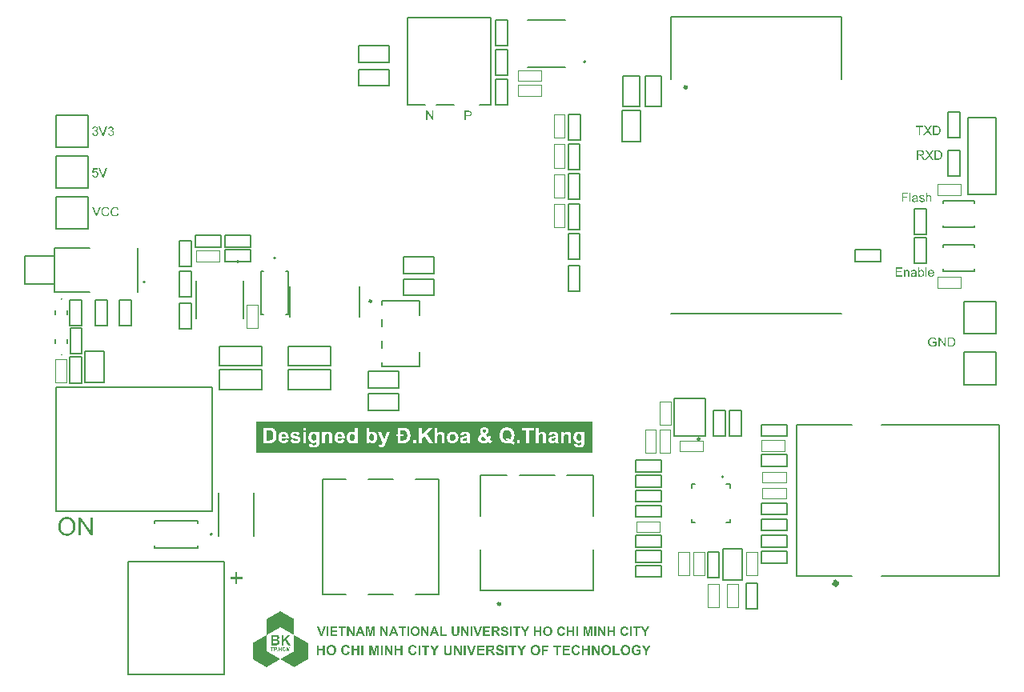
<source format=gbr>
%TF.GenerationSoftware,Altium Limited,Altium Designer,25.1.2 (22)*%
G04 Layer_Color=65535*
%FSLAX45Y45*%
%MOMM*%
%TF.SameCoordinates,6140C124-B29E-4EDD-BC75-2642A01B609D*%
%TF.FilePolarity,Positive*%
%TF.FileFunction,Legend,Top*%
%TF.Part,Single*%
G01*
G75*
%TA.AperFunction,NonConductor*%
%ADD70C,0.25400*%
%ADD71C,0.20000*%
%ADD72C,0.30000*%
%ADD73C,0.50000*%
%ADD74C,0.15200*%
%ADD75C,0.15240*%
%ADD76C,0.10000*%
G36*
X4776738Y539062D02*
X4779485D01*
Y538604D01*
X4782232D01*
Y538146D01*
X4784521D01*
Y537688D01*
X4785894D01*
Y537230D01*
X4788183D01*
Y536773D01*
X4789099D01*
Y536315D01*
X4790473D01*
Y535857D01*
X4791388D01*
Y535399D01*
X4792304D01*
Y534941D01*
X4793677D01*
Y534483D01*
X4794135D01*
Y534026D01*
X4795051D01*
Y533568D01*
X4795509D01*
Y533110D01*
X4796424D01*
Y532652D01*
X4796882D01*
Y532194D01*
X4797340D01*
Y531736D01*
X4798256D01*
Y530821D01*
X4799172D01*
Y530363D01*
X4799629D01*
Y529905D01*
X4800087D01*
Y528990D01*
X4800545D01*
Y528532D01*
X4801461D01*
Y527616D01*
X4801919D01*
Y527158D01*
X4802376D01*
Y526700D01*
X4802834D01*
Y526243D01*
X4803292D01*
Y525327D01*
X4803750D01*
Y524411D01*
X4804208D01*
Y523953D01*
X4804666D01*
Y522580D01*
X4805123D01*
Y522122D01*
X4805581D01*
Y520749D01*
X4806039D01*
Y519833D01*
X4806497D01*
Y518459D01*
X4806955D01*
Y516170D01*
X4807412D01*
Y515254D01*
X4807870D01*
Y510218D01*
X4808328D01*
Y509303D01*
X4803750D01*
Y508845D01*
X4797798D01*
Y508387D01*
X4792762D01*
Y507929D01*
X4790930D01*
Y508387D01*
X4790015D01*
Y507929D01*
X4789099D01*
Y508387D01*
X4788641D01*
Y509761D01*
X4788183D01*
Y510676D01*
X4787726D01*
Y512507D01*
X4787268D01*
Y513423D01*
X4786810D01*
Y514339D01*
X4786352D01*
Y515254D01*
X4785894D01*
Y515712D01*
X4785436D01*
Y516628D01*
X4784979D01*
Y517086D01*
X4784521D01*
Y517544D01*
X4784063D01*
Y518459D01*
X4783605D01*
Y518917D01*
X4782690D01*
Y519375D01*
X4782232D01*
Y519833D01*
X4781316D01*
Y520291D01*
X4780400D01*
Y520749D01*
X4779485D01*
Y521206D01*
X4777653D01*
Y521664D01*
X4776738D01*
Y522122D01*
X4773533D01*
Y522580D01*
X4772617D01*
Y522122D01*
X4767581D01*
Y522580D01*
X4767123D01*
Y522122D01*
X4763919D01*
Y521664D01*
X4762545D01*
Y521206D01*
X4760714D01*
Y520749D01*
X4759798D01*
Y520291D01*
X4758425D01*
Y519833D01*
X4757967D01*
Y519375D01*
X4757051D01*
Y518917D01*
X4756593D01*
Y518459D01*
X4756136D01*
Y518002D01*
X4755678D01*
Y517544D01*
X4755220D01*
Y517086D01*
X4754762D01*
Y516628D01*
X4754304D01*
Y516170D01*
X4753846D01*
Y514339D01*
X4753389D01*
Y513423D01*
X4752931D01*
Y511592D01*
X4753389D01*
Y510676D01*
X4753846D01*
Y509303D01*
X4754304D01*
Y508845D01*
X4754762D01*
Y507929D01*
X4755220D01*
Y507471D01*
X4755678D01*
Y507014D01*
X4756136D01*
Y506556D01*
X4756593D01*
Y506098D01*
X4757509D01*
Y505640D01*
X4757967D01*
Y505182D01*
X4758883D01*
Y504724D01*
X4759798D01*
Y504267D01*
X4761172D01*
Y503809D01*
X4762087D01*
Y503351D01*
X4763919D01*
Y502893D01*
X4764834D01*
Y502435D01*
X4765750D01*
Y501977D01*
X4768497D01*
Y501520D01*
X4769413D01*
Y501062D01*
X4772617D01*
Y500604D01*
X4773533D01*
Y500146D01*
X4775822D01*
Y499688D01*
X4778111D01*
Y499231D01*
X4779485D01*
Y498773D01*
X4782232D01*
Y498315D01*
X4783147D01*
Y497857D01*
X4784979D01*
Y497399D01*
X4786810D01*
Y496941D01*
X4787726D01*
Y496484D01*
X4789557D01*
Y496026D01*
X4790473D01*
Y495568D01*
X4792304D01*
Y495110D01*
X4793220D01*
Y494652D01*
X4794135D01*
Y494194D01*
X4795509D01*
Y493737D01*
X4795967D01*
Y493279D01*
X4797340D01*
Y492821D01*
X4797798D01*
Y492363D01*
X4798714D01*
Y491905D01*
X4799172D01*
Y491447D01*
X4800087D01*
Y490990D01*
X4800545D01*
Y490532D01*
X4801003D01*
Y490074D01*
X4801919D01*
Y489616D01*
X4802376D01*
Y489158D01*
X4802834D01*
Y488701D01*
X4803750D01*
Y487785D01*
X4804666D01*
Y486869D01*
X4805123D01*
Y486411D01*
X4805581D01*
Y485496D01*
X4806039D01*
Y485038D01*
X4806497D01*
Y484580D01*
X4806955D01*
Y483664D01*
X4807412D01*
Y483207D01*
X4807870D01*
Y481833D01*
X4808328D01*
Y481375D01*
X4808786D01*
Y480002D01*
X4809244D01*
Y478628D01*
X4809702D01*
Y478170D01*
X4810159D01*
Y474966D01*
X4810617D01*
Y472676D01*
X4811075D01*
Y464893D01*
X4810617D01*
Y463062D01*
X4810159D01*
Y460315D01*
X4809702D01*
Y459399D01*
X4809244D01*
Y458026D01*
X4808786D01*
Y456652D01*
X4808328D01*
Y456195D01*
X4807870D01*
Y454821D01*
X4807412D01*
Y454363D01*
X4806955D01*
Y453448D01*
X4806497D01*
Y452990D01*
X4806039D01*
Y452532D01*
X4805581D01*
Y451616D01*
X4805123D01*
Y451158D01*
X4804666D01*
Y450243D01*
X4804208D01*
Y449785D01*
X4803750D01*
Y449327D01*
X4803292D01*
Y448869D01*
X4802834D01*
Y448412D01*
X4802376D01*
Y447954D01*
X4801919D01*
Y447496D01*
X4801461D01*
Y447038D01*
X4801003D01*
Y446580D01*
X4800087D01*
Y446122D01*
X4799629D01*
Y445665D01*
X4798714D01*
Y445207D01*
X4798256D01*
Y444749D01*
X4797340D01*
Y444291D01*
X4796424D01*
Y443833D01*
X4795967D01*
Y443375D01*
X4794593D01*
Y442918D01*
X4793677D01*
Y442460D01*
X4792762D01*
Y442002D01*
X4790930D01*
Y441544D01*
X4790473D01*
Y441086D01*
X4787726D01*
Y440628D01*
X4786810D01*
Y440171D01*
X4783147D01*
Y439713D01*
X4780858D01*
Y439255D01*
X4778111D01*
Y438797D01*
X4765292D01*
Y439255D01*
X4763003D01*
Y439713D01*
X4760256D01*
Y440171D01*
X4757509D01*
Y440628D01*
X4756593D01*
Y441086D01*
X4753846D01*
Y441544D01*
X4752931D01*
Y442002D01*
X4751557D01*
Y442460D01*
X4750642D01*
Y442918D01*
X4749726D01*
Y443375D01*
X4748352D01*
Y443833D01*
X4747894D01*
Y444291D01*
X4746979D01*
Y444749D01*
X4746521D01*
Y445207D01*
X4745605D01*
Y445665D01*
X4744690D01*
Y446122D01*
X4744232D01*
Y446580D01*
X4743774D01*
Y447038D01*
X4743316D01*
Y447496D01*
X4742401D01*
Y447954D01*
X4741943D01*
Y448412D01*
X4741485D01*
Y448869D01*
X4741027D01*
Y449327D01*
X4740569D01*
Y449785D01*
X4740111D01*
Y450701D01*
X4739196D01*
Y451616D01*
X4738738D01*
Y452074D01*
X4738280D01*
Y452532D01*
X4737822D01*
Y453448D01*
X4737364D01*
Y453905D01*
X4736907D01*
Y454821D01*
X4736449D01*
Y455279D01*
X4735991D01*
Y456652D01*
X4735533D01*
Y457110D01*
X4735075D01*
Y458026D01*
X4734618D01*
Y459399D01*
X4734160D01*
Y459857D01*
X4733702D01*
Y461688D01*
X4733244D01*
Y462604D01*
X4732786D01*
Y464435D01*
X4732328D01*
Y466267D01*
X4731871D01*
Y466725D01*
Y467182D01*
X4731413D01*
Y471303D01*
X4730955D01*
Y472219D01*
X4731871D01*
Y472676D01*
X4735533D01*
Y473134D01*
X4737822D01*
Y473592D01*
X4745147D01*
Y474050D01*
X4746979D01*
Y474508D01*
X4749726D01*
Y474050D01*
X4750184D01*
Y472676D01*
X4750642D01*
Y470387D01*
X4751099D01*
Y469472D01*
X4751557D01*
Y468098D01*
X4752015D01*
Y467182D01*
X4752473D01*
Y466267D01*
X4752931D01*
Y465351D01*
X4753389D01*
Y464893D01*
X4753846D01*
Y463978D01*
X4754304D01*
Y463520D01*
X4754762D01*
Y463062D01*
X4755220D01*
Y462146D01*
X4755678D01*
Y461688D01*
X4756136D01*
Y461231D01*
X4756593D01*
Y460773D01*
X4757051D01*
Y460315D01*
X4757967D01*
Y459857D01*
X4758425D01*
Y459399D01*
X4759340D01*
Y458942D01*
X4759798D01*
Y458484D01*
X4760256D01*
Y458026D01*
X4762087D01*
Y457568D01*
X4762545D01*
Y457110D01*
X4764377D01*
Y456652D01*
X4766208D01*
Y456195D01*
X4778569D01*
Y456652D01*
X4779485D01*
Y457110D01*
X4781774D01*
Y457568D01*
X4782690D01*
Y458026D01*
X4784063D01*
Y458484D01*
X4784521D01*
Y458942D01*
X4785436D01*
Y459399D01*
X4785894D01*
Y459857D01*
X4786352D01*
Y460315D01*
X4787268D01*
Y460773D01*
X4787726D01*
Y461688D01*
X4788641D01*
Y462604D01*
X4789099D01*
Y463062D01*
X4789557D01*
Y463520D01*
X4790015D01*
Y464435D01*
X4790473D01*
Y465351D01*
X4790930D01*
Y467182D01*
X4791388D01*
Y468098D01*
X4791846D01*
Y470387D01*
X4791388D01*
Y471761D01*
X4790930D01*
Y473592D01*
X4790473D01*
Y474050D01*
X4790015D01*
Y474966D01*
X4789557D01*
Y475423D01*
X4789099D01*
Y475881D01*
X4788641D01*
Y476339D01*
X4787726D01*
Y477255D01*
X4786810D01*
Y477713D01*
X4785894D01*
Y478170D01*
X4784979D01*
Y478628D01*
X4784063D01*
Y479086D01*
X4783147D01*
Y479544D01*
X4781316D01*
Y480002D01*
X4780400D01*
Y480460D01*
X4778111D01*
Y480917D01*
X4776738D01*
Y481375D01*
X4775364D01*
Y481833D01*
X4772617D01*
Y482291D01*
X4771702D01*
Y482749D01*
X4768497D01*
Y483207D01*
X4767581D01*
Y483664D01*
X4765292D01*
Y484122D01*
X4763003D01*
Y484580D01*
X4762087D01*
Y485038D01*
X4759340D01*
Y485496D01*
X4758425D01*
Y485954D01*
X4756593D01*
Y486411D01*
X4755220D01*
Y486869D01*
X4754762D01*
Y487327D01*
X4752931D01*
Y487785D01*
X4752015D01*
Y488243D01*
X4750642D01*
Y488701D01*
X4749726D01*
Y489158D01*
X4749268D01*
Y489616D01*
X4747894D01*
Y490074D01*
X4747437D01*
Y490532D01*
X4746521D01*
Y490990D01*
X4746063D01*
Y491447D01*
X4745147D01*
Y491905D01*
X4744690D01*
Y492363D01*
X4744232D01*
Y492821D01*
X4743316D01*
Y493279D01*
X4742858D01*
Y493737D01*
X4742401D01*
Y494194D01*
X4741943D01*
Y494652D01*
X4741485D01*
Y495110D01*
X4741027D01*
Y495568D01*
X4740569D01*
Y496026D01*
X4740111D01*
Y496941D01*
X4739654D01*
Y497399D01*
X4739196D01*
Y498315D01*
X4738738D01*
Y498773D01*
X4738280D01*
Y499688D01*
X4737822D01*
Y500146D01*
X4737364D01*
Y500604D01*
X4736907D01*
Y502435D01*
X4736449D01*
Y502893D01*
X4735991D01*
Y505182D01*
X4735533D01*
Y506098D01*
X4735075D01*
Y507929D01*
X4734618D01*
Y516628D01*
X4735075D01*
Y518459D01*
X4735533D01*
Y519375D01*
X4735991D01*
Y521664D01*
X4736449D01*
Y522122D01*
X4736907D01*
Y523496D01*
X4737364D01*
Y524411D01*
X4737822D01*
Y524869D01*
X4738280D01*
Y525785D01*
X4738738D01*
Y526243D01*
X4739196D01*
Y527158D01*
X4739654D01*
Y527616D01*
X4740111D01*
Y528532D01*
X4740569D01*
Y528990D01*
X4741027D01*
Y529447D01*
X4741485D01*
Y529905D01*
X4741943D01*
Y530363D01*
X4742401D01*
Y530821D01*
X4742858D01*
Y531279D01*
X4743316D01*
Y531736D01*
X4744232D01*
Y532194D01*
X4744690D01*
Y532652D01*
X4745147D01*
Y533110D01*
X4746063D01*
Y533568D01*
X4746521D01*
Y534026D01*
X4747437D01*
Y534483D01*
X4747894D01*
Y534941D01*
X4749268D01*
Y535399D01*
X4750184D01*
Y535857D01*
X4751099D01*
Y536315D01*
X4752473D01*
Y536773D01*
X4753389D01*
Y537230D01*
X4755678D01*
Y537688D01*
X4756593D01*
Y538146D01*
X4759340D01*
Y538604D01*
X4762087D01*
Y539062D01*
X4764377D01*
Y539520D01*
X4776738D01*
Y539062D01*
D02*
G37*
G36*
X6046298D02*
X6048587D01*
Y538604D01*
X6050876D01*
Y538146D01*
X6053623D01*
Y537688D01*
X6054539D01*
Y537230D01*
X6056828D01*
Y536773D01*
X6057286D01*
Y536315D01*
X6058660D01*
Y535857D01*
X6060033D01*
Y535399D01*
X6060949D01*
Y534941D01*
X6061864D01*
Y534483D01*
X6062322D01*
Y534026D01*
X6063696D01*
Y533568D01*
X6064153D01*
Y533110D01*
X6064611D01*
Y532652D01*
X6065527D01*
Y532194D01*
X6065985D01*
Y531736D01*
X6066900D01*
Y531279D01*
X6067358D01*
Y530821D01*
X6067816D01*
Y530363D01*
X6068274D01*
Y529905D01*
X6068732D01*
Y529447D01*
X6069190D01*
Y528990D01*
X6069647D01*
Y528532D01*
X6070563D01*
Y527616D01*
X6071479D01*
Y526700D01*
X6071937D01*
Y526243D01*
X6072395D01*
Y525785D01*
X6072852D01*
Y525327D01*
X6073310D01*
Y524869D01*
X6073768D01*
Y523953D01*
X6074226D01*
Y523496D01*
X6074684D01*
Y522580D01*
X6075142D01*
Y522122D01*
X6075599D01*
Y521206D01*
X6076057D01*
Y520291D01*
X6076515D01*
Y519833D01*
X6076973D01*
Y518002D01*
X6077431D01*
Y517544D01*
X6077889D01*
Y516170D01*
X6078346D01*
Y515254D01*
X6078804D01*
Y514339D01*
X6079262D01*
Y512050D01*
X6079720D01*
Y511134D01*
X6080178D01*
Y509303D01*
X6079720D01*
Y508845D01*
X6076973D01*
Y508387D01*
X6075599D01*
Y507929D01*
X6071479D01*
Y507471D01*
X6069647D01*
Y507014D01*
X6065527D01*
Y506556D01*
X6063238D01*
Y506098D01*
X6061864D01*
Y505640D01*
X6061406D01*
Y506098D01*
X6060949D01*
Y508387D01*
X6060491D01*
Y508845D01*
X6060033D01*
Y510218D01*
X6059575D01*
Y511134D01*
X6059117D01*
Y512050D01*
X6058660D01*
Y512965D01*
X6058202D01*
Y513423D01*
X6057744D01*
Y514339D01*
X6057286D01*
Y514797D01*
X6056828D01*
Y515254D01*
X6056370D01*
Y515712D01*
X6055913D01*
Y516170D01*
X6055455D01*
Y516628D01*
X6054997D01*
Y517086D01*
X6054539D01*
Y517544D01*
X6054081D01*
Y518002D01*
X6053166D01*
Y518459D01*
X6052708D01*
Y518917D01*
X6052250D01*
Y519375D01*
X6051334D01*
Y519833D01*
X6050419D01*
Y520291D01*
X6049503D01*
Y520749D01*
X6048587D01*
Y521206D01*
X6046756D01*
Y521664D01*
X6045840D01*
Y522122D01*
X6042636D01*
Y522580D01*
X6041720D01*
Y522122D01*
X6038057D01*
Y522580D01*
X6037142D01*
Y522122D01*
X6034395D01*
Y521664D01*
X6033479D01*
Y521206D01*
X6031190D01*
Y520749D01*
X6030274D01*
Y520291D01*
X6028901D01*
Y519833D01*
X6028443D01*
Y519375D01*
X6027527D01*
Y518917D01*
X6026612D01*
Y518459D01*
X6026154D01*
Y518002D01*
X6025238D01*
Y517544D01*
X6024780D01*
Y517086D01*
X6024322D01*
Y516628D01*
X6023865D01*
Y516170D01*
X6023407D01*
Y515712D01*
X6022949D01*
Y515254D01*
X6022491D01*
Y514797D01*
X6022033D01*
Y514339D01*
X6021575D01*
Y513881D01*
X6021117D01*
Y512965D01*
X6020660D01*
Y512507D01*
X6020202D01*
Y512050D01*
X6019744D01*
Y511134D01*
X6019286D01*
Y510676D01*
X6018828D01*
Y509303D01*
X6018371D01*
Y508387D01*
X6017913D01*
Y507471D01*
X6017455D01*
Y505640D01*
X6016997D01*
Y504724D01*
X6016539D01*
Y501977D01*
X6016081D01*
Y500604D01*
X6015624D01*
Y495568D01*
X6015166D01*
Y494194D01*
X6015624D01*
Y493279D01*
X6015166D01*
Y487327D01*
X6015624D01*
Y486411D01*
X6015166D01*
Y484122D01*
X6015624D01*
Y479086D01*
X6016081D01*
Y477713D01*
X6016539D01*
Y474966D01*
X6016997D01*
Y474050D01*
X6017455D01*
Y472219D01*
X6017913D01*
Y470845D01*
X6018371D01*
Y470387D01*
X6018828D01*
Y469014D01*
X6019286D01*
Y468556D01*
X6019744D01*
Y467640D01*
X6020202D01*
Y466725D01*
X6020660D01*
Y466267D01*
X6021117D01*
Y465351D01*
X6021575D01*
Y464893D01*
X6022033D01*
Y464435D01*
X6022491D01*
Y463978D01*
X6022949D01*
Y463520D01*
X6023407D01*
Y463062D01*
X6023865D01*
Y462604D01*
X6024322D01*
Y462146D01*
X6024780D01*
Y461688D01*
X6025696D01*
Y461231D01*
X6026154D01*
Y460773D01*
X6026612D01*
Y460315D01*
X6027985D01*
Y459857D01*
X6028443D01*
Y459399D01*
X6029816D01*
Y458942D01*
X6030274D01*
Y458484D01*
X6031190D01*
Y458026D01*
X6033479D01*
Y457568D01*
X6034853D01*
Y457110D01*
X6044009D01*
Y457568D01*
X6045383D01*
Y458026D01*
X6047214D01*
Y458484D01*
X6048130D01*
Y458942D01*
X6049045D01*
Y459399D01*
X6049961D01*
Y459857D01*
X6050419D01*
Y460315D01*
X6051792D01*
Y460773D01*
X6052250D01*
Y461231D01*
X6052708D01*
Y461688D01*
X6053166D01*
Y462146D01*
X6053623D01*
Y462604D01*
X6054539D01*
Y463520D01*
X6054997D01*
Y463978D01*
X6055455D01*
Y464435D01*
X6055913D01*
Y464893D01*
X6056370D01*
Y465351D01*
X6056828D01*
Y466267D01*
X6057286D01*
Y466725D01*
X6057744D01*
Y467640D01*
X6058202D01*
Y468556D01*
X6058660D01*
Y469472D01*
X6059117D01*
Y470387D01*
X6059575D01*
Y470845D01*
X6060033D01*
Y472676D01*
X6060491D01*
Y473592D01*
X6060949D01*
Y475423D01*
X6061406D01*
Y476797D01*
X6061864D01*
Y477713D01*
X6063238D01*
Y477255D01*
X6064153D01*
Y476797D01*
X6066900D01*
Y476339D01*
X6067816D01*
Y475881D01*
X6070105D01*
Y475423D01*
X6071021D01*
Y474966D01*
X6072395D01*
Y474508D01*
X6074684D01*
Y474050D01*
X6075599D01*
Y473592D01*
X6078346D01*
Y473134D01*
X6079262D01*
Y472676D01*
X6080178D01*
Y472219D01*
X6080635D01*
Y471303D01*
X6080178D01*
Y469472D01*
X6079720D01*
Y468556D01*
X6079262D01*
Y466725D01*
X6078804D01*
Y465809D01*
X6078346D01*
Y464435D01*
X6077889D01*
Y463520D01*
X6077431D01*
Y462604D01*
X6076973D01*
Y461231D01*
X6076515D01*
Y460773D01*
X6076057D01*
Y459857D01*
X6075599D01*
Y458942D01*
X6075142D01*
Y458026D01*
X6074684D01*
Y457110D01*
X6074226D01*
Y456652D01*
X6073768D01*
Y455737D01*
X6073310D01*
Y455279D01*
X6072852D01*
Y454821D01*
X6072395D01*
Y453905D01*
X6071937D01*
Y453448D01*
X6071479D01*
Y452990D01*
X6071021D01*
Y452532D01*
X6070563D01*
Y452074D01*
X6070105D01*
Y451616D01*
X6069647D01*
Y451158D01*
X6069190D01*
Y450701D01*
X6068732D01*
Y450243D01*
X6068274D01*
Y449785D01*
X6067816D01*
Y449327D01*
X6067358D01*
Y448869D01*
X6066900D01*
Y448412D01*
X6066443D01*
Y447954D01*
X6065985D01*
Y447496D01*
X6065069D01*
Y447038D01*
X6064611D01*
Y446580D01*
X6063696D01*
Y446122D01*
X6063238D01*
Y445665D01*
X6062322D01*
Y445207D01*
X6061406D01*
Y444749D01*
X6060949D01*
Y444291D01*
X6059575D01*
Y443833D01*
X6059117D01*
Y443375D01*
X6057286D01*
Y442918D01*
X6056370D01*
Y442460D01*
X6055455D01*
Y442002D01*
X6053166D01*
Y441544D01*
X6052250D01*
Y441086D01*
X6049045D01*
Y440628D01*
X6046298D01*
Y440171D01*
X6033937D01*
Y440628D01*
X6031190D01*
Y441086D01*
X6027527D01*
Y441544D01*
X6027069D01*
Y442002D01*
X6024780D01*
Y442460D01*
X6023407D01*
Y442918D01*
X6022491D01*
Y443375D01*
X6021117D01*
Y443833D01*
X6020660D01*
Y444291D01*
X6018828D01*
Y444749D01*
X6018371D01*
Y445207D01*
X6017455D01*
Y445665D01*
X6016539D01*
Y446122D01*
X6016081D01*
Y446580D01*
X6015166D01*
Y447038D01*
X6014708D01*
Y447496D01*
X6013792D01*
Y447954D01*
X6013334D01*
Y448412D01*
X6012419D01*
Y448869D01*
X6011961D01*
Y449327D01*
X6011503D01*
Y449785D01*
X6010587D01*
Y450243D01*
X6010130D01*
Y450701D01*
X6009672D01*
Y451158D01*
X6009214D01*
Y451616D01*
X6008756D01*
Y452074D01*
X6008298D01*
Y452532D01*
X6007841D01*
Y452990D01*
X6007383D01*
Y453448D01*
X6006925D01*
Y453905D01*
X6006467D01*
Y454363D01*
X6006009D01*
Y455279D01*
X6005551D01*
Y455737D01*
X6005094D01*
Y456195D01*
X6004636D01*
Y456652D01*
X6004178D01*
Y457568D01*
X6003720D01*
Y458026D01*
X6003262D01*
Y458484D01*
X6002804D01*
Y459399D01*
X6002347D01*
Y459857D01*
X6001889D01*
Y461231D01*
X6001431D01*
Y461688D01*
X6000973D01*
Y462604D01*
X6000515D01*
Y463520D01*
X6000057D01*
Y464435D01*
X5999600D01*
Y465809D01*
X5999142D01*
Y466725D01*
X5998684D01*
Y467640D01*
X5998226D01*
Y469472D01*
X5997768D01*
Y469929D01*
X5997311D01*
Y472676D01*
X5996853D01*
Y474050D01*
X5996395D01*
Y476797D01*
X5995937D01*
Y479544D01*
X5995479D01*
Y481833D01*
X5995021D01*
Y496484D01*
X5995479D01*
Y498773D01*
X5995937D01*
Y501520D01*
X5996395D01*
Y504724D01*
X5996853D01*
Y505640D01*
X5997311D01*
Y508387D01*
X5997768D01*
Y509303D01*
X5998226D01*
Y511134D01*
X5998684D01*
Y512050D01*
X5999142D01*
Y512965D01*
X5999600D01*
Y514797D01*
X6000057D01*
Y515254D01*
X6000515D01*
Y516628D01*
X6000973D01*
Y517086D01*
X6001431D01*
Y518002D01*
X6001889D01*
Y518917D01*
X6002347D01*
Y519375D01*
X6002804D01*
Y520291D01*
X6003262D01*
Y520749D01*
X6003720D01*
Y521664D01*
X6004178D01*
Y522122D01*
X6004636D01*
Y522580D01*
X6005094D01*
Y523496D01*
X6005551D01*
Y523953D01*
X6006009D01*
Y524869D01*
X6006925D01*
Y525785D01*
X6007383D01*
Y526243D01*
X6007841D01*
Y526700D01*
X6008298D01*
Y527158D01*
X6008756D01*
Y527616D01*
X6009214D01*
Y528074D01*
X6010130D01*
Y528532D01*
X6010587D01*
Y529447D01*
X6011503D01*
Y529905D01*
X6011961D01*
Y530363D01*
X6012877D01*
Y530821D01*
X6013334D01*
Y531279D01*
X6013792D01*
Y531736D01*
X6014708D01*
Y532194D01*
X6015166D01*
Y532652D01*
X6016081D01*
Y533110D01*
X6016539D01*
Y533568D01*
X6017455D01*
Y534026D01*
X6018828D01*
Y534483D01*
X6019286D01*
Y534941D01*
X6020660D01*
Y535399D01*
X6021117D01*
Y535857D01*
X6022491D01*
Y536315D01*
X6023865D01*
Y536773D01*
X6024322D01*
Y537230D01*
X6027069D01*
Y537688D01*
X6027985D01*
Y538146D01*
X6030732D01*
Y538604D01*
X6033479D01*
Y539062D01*
X6035768D01*
Y539520D01*
X6046298D01*
Y539062D01*
D02*
G37*
G36*
X5377410D02*
X5379241D01*
Y538604D01*
X5381988D01*
Y538146D01*
X5384277D01*
Y537688D01*
X5385193D01*
Y537230D01*
X5387482D01*
Y536773D01*
X5388398D01*
Y536315D01*
X5389771D01*
Y535857D01*
X5390687D01*
Y535399D01*
X5391602D01*
Y534941D01*
X5392976D01*
Y534026D01*
X5394349D01*
Y533568D01*
X5394807D01*
Y533110D01*
X5395265D01*
Y532652D01*
X5396181D01*
Y532194D01*
X5397096D01*
Y531736D01*
X5398012D01*
Y530821D01*
X5398470D01*
Y530363D01*
X5399385D01*
Y529905D01*
X5399843D01*
Y529447D01*
X5400301D01*
Y528990D01*
X5400759D01*
Y528532D01*
X5401217D01*
Y528074D01*
X5401675D01*
Y527616D01*
X5402132D01*
Y527158D01*
X5402590D01*
Y526700D01*
X5403048D01*
Y526243D01*
X5403506D01*
Y525327D01*
X5403964D01*
Y524869D01*
X5404422D01*
Y524411D01*
X5404879D01*
Y523496D01*
X5405337D01*
Y523038D01*
X5405795D01*
Y522122D01*
X5406253D01*
Y521664D01*
X5406711D01*
Y520291D01*
X5407169D01*
Y519833D01*
X5407626D01*
Y518459D01*
X5408084D01*
Y517544D01*
X5408542D01*
Y517086D01*
X5409000D01*
Y515254D01*
X5409458D01*
Y514797D01*
X5409916D01*
Y512507D01*
X5410373D01*
Y511592D01*
X5410831D01*
Y510676D01*
X5411289D01*
Y509303D01*
X5410373D01*
Y508845D01*
X5407626D01*
Y508387D01*
X5406253D01*
Y507929D01*
X5402132D01*
Y507471D01*
X5400301D01*
Y507014D01*
X5396639D01*
Y506556D01*
X5394349D01*
Y506098D01*
X5392976D01*
Y505640D01*
X5392518D01*
Y506098D01*
X5392060D01*
Y506556D01*
X5391602D01*
Y508387D01*
X5391145D01*
Y509303D01*
X5390687D01*
Y510676D01*
X5390229D01*
Y511134D01*
X5389771D01*
Y512507D01*
X5389313D01*
Y512965D01*
X5388855D01*
Y513881D01*
X5388398D01*
Y514339D01*
X5387940D01*
Y514797D01*
X5387482D01*
Y515254D01*
X5387024D01*
Y515712D01*
X5386566D01*
Y516170D01*
X5386109D01*
Y516628D01*
X5385651D01*
Y517086D01*
X5385193D01*
Y517544D01*
X5384735D01*
Y518002D01*
X5384277D01*
Y518459D01*
X5383819D01*
Y518917D01*
X5382904D01*
Y519375D01*
X5381988D01*
Y519833D01*
X5381530D01*
Y520291D01*
X5380157D01*
Y520749D01*
X5379699D01*
Y521206D01*
X5377410D01*
Y521664D01*
X5376494D01*
Y522122D01*
X5373289D01*
Y522580D01*
X5372832D01*
Y522122D01*
X5368711D01*
Y522580D01*
X5368253D01*
Y522122D01*
X5365048D01*
Y521664D01*
X5364133D01*
Y521206D01*
X5361843D01*
Y520749D01*
X5361386D01*
Y520291D01*
X5360012D01*
Y519833D01*
X5359096D01*
Y519375D01*
X5358639D01*
Y518917D01*
X5357265D01*
Y518002D01*
X5356350D01*
Y517544D01*
X5355892D01*
Y517086D01*
X5354976D01*
Y516628D01*
X5354518D01*
Y516170D01*
X5354060D01*
Y515712D01*
X5353603D01*
Y515254D01*
X5353145D01*
Y514797D01*
X5352687D01*
Y514339D01*
X5352229D01*
Y513423D01*
X5351771D01*
Y512965D01*
X5351313D01*
Y512507D01*
X5350856D01*
Y511592D01*
X5350398D01*
Y510676D01*
X5349940D01*
Y510218D01*
X5349482D01*
Y508845D01*
X5349024D01*
Y508387D01*
X5348566D01*
Y506556D01*
X5348109D01*
Y505640D01*
X5347651D01*
Y504267D01*
X5347193D01*
Y501520D01*
X5346735D01*
Y499688D01*
X5346277D01*
Y491905D01*
X5345820D01*
Y488701D01*
X5346277D01*
Y479544D01*
X5346735D01*
Y478170D01*
X5347193D01*
Y475423D01*
X5347651D01*
Y474050D01*
X5348109D01*
Y473134D01*
X5348566D01*
Y471303D01*
X5349024D01*
Y470387D01*
X5349482D01*
Y469472D01*
X5349940D01*
Y468556D01*
X5350398D01*
Y468098D01*
X5350856D01*
Y467182D01*
X5351313D01*
Y466725D01*
X5351771D01*
Y465809D01*
X5352229D01*
Y465351D01*
X5352687D01*
Y464435D01*
X5353145D01*
Y463978D01*
X5353603D01*
Y463520D01*
X5354060D01*
Y463062D01*
X5354518D01*
Y462604D01*
X5355434D01*
Y462146D01*
X5355892D01*
Y461688D01*
X5356350D01*
Y461231D01*
X5357265D01*
Y460773D01*
X5357723D01*
Y460315D01*
X5358639D01*
Y459857D01*
X5359096D01*
Y459399D01*
X5360470D01*
Y458942D01*
X5361386D01*
Y458484D01*
X5362301D01*
Y458026D01*
X5364590D01*
Y457568D01*
X5365506D01*
Y457110D01*
X5375121D01*
Y457568D01*
X5376036D01*
Y458026D01*
X5378325D01*
Y458484D01*
X5379241D01*
Y458942D01*
X5379699D01*
Y459399D01*
X5381072D01*
Y459857D01*
X5381530D01*
Y460315D01*
X5382446D01*
Y460773D01*
X5382904D01*
Y461231D01*
X5383362D01*
Y461688D01*
X5384277D01*
Y462604D01*
X5385193D01*
Y463062D01*
X5385651D01*
Y463520D01*
X5386109D01*
Y464435D01*
X5386566D01*
Y464893D01*
X5387024D01*
Y465351D01*
X5387482D01*
Y465809D01*
X5387940D01*
Y466267D01*
X5388398D01*
Y467182D01*
X5388855D01*
Y468098D01*
X5389313D01*
Y468556D01*
X5389771D01*
Y469929D01*
X5390229D01*
Y470845D01*
X5390687D01*
Y472219D01*
X5391145D01*
Y473134D01*
X5391602D01*
Y474508D01*
X5392060D01*
Y476339D01*
X5392518D01*
Y477713D01*
X5394349D01*
Y477255D01*
X5394807D01*
Y476797D01*
X5397554D01*
Y476339D01*
X5398470D01*
Y475881D01*
X5400759D01*
Y475423D01*
X5402132D01*
Y474966D01*
X5403506D01*
Y474508D01*
X5405795D01*
Y474050D01*
X5406253D01*
Y473592D01*
X5409000D01*
Y473134D01*
X5409916D01*
Y472676D01*
X5411289D01*
Y470387D01*
X5410831D01*
Y469014D01*
X5410373D01*
Y468098D01*
X5409916D01*
Y466267D01*
X5409458D01*
Y465351D01*
X5409000D01*
Y463978D01*
X5408542D01*
Y463062D01*
X5408084D01*
Y462146D01*
X5407626D01*
Y460773D01*
X5407169D01*
Y460315D01*
X5406711D01*
Y459399D01*
X5406253D01*
Y458484D01*
X5405795D01*
Y457568D01*
X5405337D01*
Y457110D01*
X5404879D01*
Y456652D01*
X5404422D01*
Y455737D01*
X5403964D01*
Y455279D01*
X5403506D01*
Y454363D01*
X5403048D01*
Y453905D01*
X5402590D01*
Y453448D01*
X5402132D01*
Y452532D01*
X5401675D01*
Y452074D01*
X5401217D01*
Y451616D01*
X5400759D01*
Y451158D01*
X5400301D01*
Y450701D01*
X5399843D01*
Y450243D01*
X5399385D01*
Y449785D01*
X5398928D01*
Y449327D01*
X5398470D01*
Y448869D01*
X5397554D01*
Y448412D01*
X5397096D01*
Y447954D01*
X5396639D01*
Y447496D01*
X5395723D01*
Y447038D01*
X5395265D01*
Y446580D01*
X5394349D01*
Y446122D01*
X5393892D01*
Y445665D01*
X5392976D01*
Y445207D01*
X5392518D01*
Y444749D01*
X5391602D01*
Y444291D01*
X5390229D01*
Y443833D01*
X5389771D01*
Y443375D01*
X5387940D01*
Y442918D01*
X5387482D01*
Y442460D01*
X5386109D01*
Y442002D01*
X5384277D01*
Y441544D01*
X5382904D01*
Y441086D01*
X5379699D01*
Y440628D01*
X5377410D01*
Y440171D01*
X5365048D01*
Y440628D01*
X5362301D01*
Y441086D01*
X5358639D01*
Y441544D01*
X5357723D01*
Y442002D01*
X5355434D01*
Y442460D01*
X5354060D01*
Y442918D01*
X5353603D01*
Y443375D01*
X5351771D01*
Y443833D01*
X5351313D01*
Y444291D01*
X5349940D01*
Y444749D01*
X5349024D01*
Y445207D01*
X5348566D01*
Y445665D01*
X5347193D01*
Y446122D01*
X5346735D01*
Y446580D01*
X5345820D01*
Y447038D01*
X5345362D01*
Y447496D01*
X5344904D01*
Y447954D01*
X5343988D01*
Y448412D01*
X5343530D01*
Y448869D01*
X5342615D01*
Y449327D01*
X5342157D01*
Y449785D01*
X5341699D01*
Y450243D01*
X5341241D01*
Y450701D01*
X5340783D01*
Y451158D01*
X5340326D01*
Y451616D01*
X5339868D01*
Y452074D01*
X5338952D01*
Y452990D01*
X5338494D01*
Y453448D01*
X5338036D01*
Y453905D01*
X5337579D01*
Y454363D01*
X5337121D01*
Y454821D01*
X5336663D01*
Y455279D01*
X5336205D01*
Y455737D01*
X5335747D01*
Y456652D01*
X5335290D01*
Y457110D01*
X5334832D01*
Y458026D01*
X5334374D01*
Y458484D01*
X5333916D01*
Y458942D01*
X5333458D01*
Y459857D01*
X5333000D01*
Y460315D01*
X5332543D01*
Y461688D01*
X5332085D01*
Y462146D01*
X5331627D01*
Y463062D01*
X5331169D01*
Y463978D01*
X5330711D01*
Y464435D01*
X5330253D01*
Y466267D01*
X5329796D01*
Y467182D01*
X5329338D01*
Y468556D01*
X5328880D01*
Y469472D01*
X5328422D01*
Y470845D01*
X5327964D01*
Y473134D01*
X5327506D01*
Y474508D01*
X5327049D01*
Y478628D01*
X5326591D01*
Y480002D01*
X5326133D01*
Y480460D01*
X5326591D01*
Y480917D01*
X5326133D01*
Y497399D01*
X5326591D01*
Y497857D01*
X5326133D01*
Y498315D01*
X5326591D01*
Y499688D01*
X5327049D01*
Y504267D01*
X5327506D01*
Y505182D01*
X5327964D01*
Y507471D01*
X5328422D01*
Y508845D01*
X5328880D01*
Y509761D01*
X5329338D01*
Y512050D01*
X5329796D01*
Y512507D01*
X5330253D01*
Y514339D01*
X5330711D01*
Y514797D01*
X5331169D01*
Y515712D01*
X5331627D01*
Y517086D01*
X5332085D01*
Y517544D01*
X5332543D01*
Y518459D01*
X5333000D01*
Y518917D01*
X5333458D01*
Y519833D01*
X5333916D01*
Y520749D01*
X5334374D01*
Y521206D01*
X5334832D01*
Y522122D01*
X5335290D01*
Y522580D01*
X5335747D01*
Y523038D01*
X5336205D01*
Y523953D01*
X5336663D01*
Y524411D01*
X5337121D01*
Y524869D01*
X5337579D01*
Y525327D01*
X5338036D01*
Y525785D01*
X5338494D01*
Y526243D01*
X5338952D01*
Y527158D01*
X5339410D01*
Y527616D01*
X5340326D01*
Y528074D01*
X5340783D01*
Y528532D01*
X5341241D01*
Y528990D01*
X5341699D01*
Y529447D01*
X5342157D01*
Y529905D01*
X5343073D01*
Y530363D01*
X5343530D01*
Y530821D01*
X5343988D01*
Y531279D01*
X5344446D01*
Y531736D01*
X5345362D01*
Y532194D01*
X5345820D01*
Y532652D01*
X5346735D01*
Y533110D01*
X5347651D01*
Y533568D01*
X5348109D01*
Y534026D01*
X5349482D01*
Y534483D01*
X5349940D01*
Y534941D01*
X5351313D01*
Y535399D01*
X5352229D01*
Y535857D01*
X5353145D01*
Y536315D01*
X5354518D01*
Y536773D01*
X5355434D01*
Y537230D01*
X5357723D01*
Y537688D01*
X5359096D01*
Y538146D01*
X5361843D01*
Y538604D01*
X5364133D01*
Y539062D01*
X5366422D01*
Y539520D01*
X5377410D01*
Y539062D01*
D02*
G37*
G36*
X6303140Y537230D02*
X6302225D01*
Y536315D01*
X6301767D01*
Y535399D01*
X6301309D01*
Y534941D01*
X6300851D01*
Y534026D01*
X6300393D01*
Y533568D01*
X6299936D01*
Y532652D01*
X6299478D01*
Y532194D01*
X6299020D01*
Y531279D01*
X6298562D01*
Y530363D01*
X6298104D01*
Y529905D01*
X6297647D01*
Y528990D01*
X6297189D01*
Y528532D01*
X6296731D01*
Y527616D01*
X6296273D01*
Y527158D01*
X6295815D01*
Y526243D01*
X6295357D01*
Y525327D01*
X6294900D01*
Y524869D01*
X6294442D01*
Y523953D01*
X6293984D01*
Y523496D01*
X6293526D01*
Y522122D01*
X6293068D01*
Y521664D01*
X6292610D01*
Y521206D01*
X6292153D01*
Y520291D01*
X6291695D01*
Y519833D01*
X6291237D01*
Y518917D01*
X6290779D01*
Y518459D01*
X6290321D01*
Y517086D01*
X6289863D01*
Y516628D01*
X6289406D01*
Y516170D01*
X6288948D01*
Y515254D01*
X6288490D01*
Y514797D01*
X6288032D01*
Y513881D01*
X6287574D01*
Y513423D01*
X6287116D01*
Y512507D01*
X6286658D01*
Y511592D01*
X6286201D01*
Y511134D01*
X6285743D01*
Y510218D01*
X6285285D01*
Y509761D01*
X6284827D01*
Y508845D01*
X6284369D01*
Y507929D01*
X6283911D01*
Y507471D01*
X6283454D01*
Y506556D01*
X6282996D01*
Y506098D01*
X6282538D01*
Y505182D01*
X6282080D01*
Y504267D01*
X6281622D01*
Y503809D01*
X6281164D01*
Y502893D01*
X6280707D01*
Y502435D01*
X6280249D01*
Y501520D01*
X6279791D01*
Y501062D01*
X6279333D01*
Y500146D01*
X6278875D01*
Y499231D01*
X6278418D01*
Y498773D01*
X6277960D01*
Y497857D01*
X6277502D01*
Y497399D01*
X6277044D01*
Y496484D01*
X6276586D01*
Y496026D01*
X6276128D01*
Y495110D01*
X6275671D01*
Y494194D01*
X6275213D01*
Y493737D01*
X6274755D01*
Y492821D01*
X6274297D01*
Y492363D01*
X6273839D01*
Y491447D01*
X6273381D01*
Y490532D01*
X6272924D01*
Y490074D01*
X6272466D01*
Y489158D01*
X6272008D01*
Y488701D01*
X6271550D01*
Y487785D01*
X6271092D01*
Y486869D01*
X6270634D01*
Y486411D01*
X6270177D01*
Y485496D01*
X6269719D01*
Y485038D01*
X6269261D01*
Y484122D01*
X6268803D01*
Y483664D01*
X6268345D01*
Y482749D01*
X6267888D01*
Y481833D01*
X6267430D01*
Y481375D01*
X6266972D01*
Y441086D01*
X6267430D01*
Y440628D01*
X6266972D01*
Y440171D01*
X6247743D01*
Y481833D01*
X6247285D01*
Y482291D01*
X6246827D01*
Y483207D01*
X6246370D01*
Y483664D01*
X6245912D01*
Y484580D01*
X6245454D01*
Y485038D01*
X6244996D01*
Y485496D01*
X6244538D01*
Y486869D01*
X6244080D01*
Y487327D01*
X6243623D01*
Y488243D01*
X6243165D01*
Y488701D01*
X6242707D01*
Y489158D01*
X6242249D01*
Y490532D01*
X6241791D01*
Y490990D01*
X6241333D01*
Y491905D01*
X6240876D01*
Y492363D01*
X6240418D01*
Y493279D01*
X6239960D01*
Y493737D01*
X6239502D01*
Y494194D01*
X6239044D01*
Y495568D01*
X6238586D01*
Y496026D01*
X6238129D01*
Y496484D01*
X6237671D01*
Y497399D01*
X6237213D01*
Y497857D01*
X6236755D01*
Y499231D01*
X6235839D01*
Y500604D01*
X6235382D01*
Y501062D01*
X6234924D01*
Y501520D01*
X6234466D01*
Y502435D01*
X6234008D01*
Y502893D01*
X6233550D01*
Y504267D01*
X6233092D01*
Y504724D01*
X6232635D01*
Y505182D01*
X6232177D01*
Y506098D01*
X6231719D01*
Y506556D01*
X6231261D01*
Y507471D01*
X6230803D01*
Y507929D01*
X6230345D01*
Y508845D01*
X6229888D01*
Y509761D01*
X6229430D01*
Y510218D01*
X6228972D01*
Y511134D01*
X6228514D01*
Y511592D01*
X6228056D01*
Y512965D01*
X6227599D01*
Y513423D01*
X6227141D01*
Y513881D01*
X6226683D01*
Y514797D01*
X6226225D01*
Y515254D01*
X6225767D01*
Y516170D01*
X6225309D01*
Y516628D01*
X6224852D01*
Y517544D01*
X6224394D01*
Y518459D01*
X6223936D01*
Y518917D01*
X6223478D01*
Y519833D01*
X6223020D01*
Y520291D01*
X6222562D01*
Y521664D01*
X6222105D01*
Y522122D01*
X6221647D01*
Y522580D01*
X6221189D01*
Y523496D01*
X6220731D01*
Y523953D01*
X6220273D01*
Y524869D01*
X6219815D01*
Y525327D01*
X6219358D01*
Y526243D01*
X6218900D01*
Y527158D01*
X6218442D01*
Y527616D01*
X6217984D01*
Y528532D01*
X6217526D01*
Y528990D01*
X6217069D01*
Y529905D01*
X6216611D01*
Y530363D01*
X6216153D01*
Y531279D01*
X6215695D01*
Y532194D01*
X6215237D01*
Y532652D01*
X6214779D01*
Y533568D01*
X6214322D01*
Y534026D01*
X6213864D01*
Y534941D01*
X6213406D01*
Y535399D01*
X6212948D01*
Y536315D01*
X6212490D01*
Y537230D01*
X6211575D01*
Y538146D01*
X6234924D01*
Y537230D01*
X6235382D01*
Y536315D01*
X6235839D01*
Y535857D01*
X6236297D01*
Y534483D01*
X6236755D01*
Y534026D01*
X6237213D01*
Y533110D01*
X6237671D01*
Y532652D01*
X6238129D01*
Y531736D01*
X6238586D01*
Y530821D01*
X6239044D01*
Y530363D01*
X6239502D01*
Y529447D01*
X6239960D01*
Y528532D01*
X6240418D01*
Y528074D01*
X6240876D01*
Y527158D01*
X6241333D01*
Y526700D01*
X6241791D01*
Y525327D01*
X6242249D01*
Y524869D01*
X6242707D01*
Y523953D01*
X6243165D01*
Y523496D01*
X6243623D01*
Y522580D01*
X6244080D01*
Y521664D01*
X6244538D01*
Y521206D01*
X6244996D01*
Y520291D01*
X6245454D01*
Y519375D01*
X6245912D01*
Y518459D01*
X6246370D01*
Y518002D01*
X6246827D01*
Y517544D01*
X6247285D01*
Y516170D01*
X6247743D01*
Y515712D01*
X6248201D01*
Y514797D01*
X6248659D01*
Y513881D01*
X6249117D01*
Y513423D01*
X6249574D01*
Y512507D01*
X6250032D01*
Y512050D01*
X6250490D01*
Y511134D01*
X6250948D01*
Y510218D01*
X6251406D01*
Y509761D01*
X6251864D01*
Y508845D01*
X6252321D01*
Y507929D01*
X6252779D01*
Y507014D01*
X6253237D01*
Y506556D01*
X6253695D01*
Y505640D01*
X6254153D01*
Y504724D01*
X6254611D01*
Y504267D01*
X6255068D01*
Y503351D01*
X6255526D01*
Y502893D01*
X6255984D01*
Y501520D01*
X6256442D01*
Y501062D01*
X6256900D01*
Y500604D01*
X6257358D01*
Y499688D01*
X6258273D01*
Y500146D01*
X6258731D01*
Y501062D01*
X6259189D01*
Y501520D01*
X6259647D01*
Y502435D01*
X6260104D01*
Y503351D01*
X6260562D01*
Y503809D01*
X6261020D01*
Y504724D01*
X6261478D01*
Y505182D01*
X6261936D01*
Y506556D01*
X6262394D01*
Y507014D01*
X6262851D01*
Y507471D01*
X6263309D01*
Y508845D01*
X6263767D01*
Y509303D01*
X6264225D01*
Y510676D01*
X6264683D01*
Y511134D01*
X6265141D01*
Y511592D01*
X6265598D01*
Y512965D01*
X6266056D01*
Y513423D01*
X6266514D01*
Y514339D01*
X6266972D01*
Y514797D01*
X6267430D01*
Y515712D01*
X6267888D01*
Y516628D01*
X6268345D01*
Y517086D01*
X6268803D01*
Y518459D01*
X6269261D01*
Y518917D01*
X6269719D01*
Y519833D01*
X6270177D01*
Y520291D01*
X6270634D01*
Y521206D01*
X6271092D01*
Y522122D01*
X6271550D01*
Y522580D01*
X6272008D01*
Y523953D01*
X6272466D01*
Y524411D01*
X6272924D01*
Y525327D01*
X6273381D01*
Y526243D01*
X6273839D01*
Y526700D01*
X6274297D01*
Y527616D01*
X6274755D01*
Y528074D01*
X6275213D01*
Y529447D01*
X6275671D01*
Y529905D01*
X6276128D01*
Y530821D01*
X6276586D01*
Y531736D01*
X6277044D01*
Y532194D01*
X6277502D01*
Y533110D01*
X6277960D01*
Y533568D01*
X6278418D01*
Y534941D01*
X6278875D01*
Y535399D01*
X6279333D01*
Y535857D01*
X6279791D01*
Y537230D01*
X6280249D01*
Y537688D01*
X6280707D01*
Y538146D01*
X6303140D01*
Y537230D01*
D02*
G37*
G36*
X5938708Y440171D02*
X5919479D01*
Y483664D01*
X5919022D01*
Y484122D01*
X5880106D01*
Y483664D01*
X5879648D01*
Y483207D01*
X5879190D01*
Y441544D01*
X5879648D01*
Y440171D01*
X5859962D01*
Y477713D01*
Y478170D01*
Y538146D01*
X5879648D01*
Y536773D01*
X5879190D01*
Y500604D01*
X5879648D01*
Y500146D01*
X5880106D01*
Y499688D01*
X5919022D01*
Y500146D01*
X5919479D01*
Y538146D01*
X5938708D01*
Y440171D01*
D02*
G37*
G36*
X5507891Y537688D02*
X5508349D01*
Y537230D01*
X5507891D01*
Y441086D01*
X5508349D01*
Y440628D01*
X5507891D01*
Y440171D01*
X5488662D01*
Y483664D01*
X5488204D01*
Y484122D01*
X5449289D01*
Y483664D01*
X5448831D01*
Y440171D01*
X5429144D01*
Y480917D01*
Y481375D01*
Y538146D01*
X5448831D01*
Y500146D01*
X5449747D01*
Y499688D01*
X5488204D01*
Y500146D01*
X5488662D01*
Y538146D01*
X5507891D01*
Y537688D01*
D02*
G37*
G36*
X5161772D02*
X5162230D01*
Y537230D01*
X5161772D01*
Y441086D01*
X5162230D01*
Y440628D01*
X5161772D01*
Y440171D01*
X5142543D01*
Y483664D01*
X5142085D01*
Y484122D01*
X5103170D01*
Y483664D01*
X5102712D01*
Y440171D01*
X5083026D01*
Y538146D01*
X5102712D01*
Y500146D01*
X5103628D01*
Y499688D01*
X5142085D01*
Y500146D01*
X5142543D01*
Y538146D01*
X5161772D01*
Y537688D01*
D02*
G37*
G36*
X5034038Y537230D02*
X5033122D01*
Y536315D01*
X5032664D01*
Y535399D01*
X5032207D01*
Y534941D01*
X5031749D01*
Y534026D01*
X5031291D01*
Y533568D01*
X5030833D01*
Y532652D01*
X5030375D01*
Y532194D01*
X5029917D01*
Y531279D01*
X5029460D01*
Y530363D01*
X5029002D01*
Y529905D01*
X5028544D01*
Y528990D01*
X5028086D01*
Y528532D01*
X5027628D01*
Y527616D01*
X5027170D01*
Y527158D01*
X5026713D01*
Y526243D01*
X5026255D01*
Y525327D01*
X5025797D01*
Y524869D01*
X5025339D01*
Y523953D01*
X5024881D01*
Y523496D01*
X5024424D01*
Y522122D01*
X5023966D01*
Y521664D01*
X5023508D01*
Y521206D01*
X5023050D01*
Y520291D01*
X5022592D01*
Y519833D01*
X5022134D01*
Y518917D01*
X5021677D01*
Y518459D01*
X5021219D01*
Y517086D01*
X5020761D01*
Y516628D01*
X5020303D01*
Y516170D01*
X5019845D01*
Y515254D01*
X5019387D01*
Y514797D01*
X5018930D01*
Y513881D01*
X5018472D01*
Y513423D01*
X5018014D01*
Y512507D01*
X5017556D01*
Y511592D01*
X5017098D01*
Y511134D01*
X5016640D01*
Y510218D01*
X5016183D01*
Y509761D01*
X5015725D01*
Y508845D01*
X5015267D01*
Y507929D01*
X5014809D01*
Y507471D01*
X5014351D01*
Y506556D01*
X5013893D01*
Y506098D01*
X5013435D01*
Y505182D01*
X5012978D01*
Y504267D01*
X5012520D01*
Y503809D01*
X5012062D01*
Y502893D01*
X5011604D01*
Y502435D01*
X5011146D01*
Y501520D01*
X5010688D01*
Y501062D01*
X5010231D01*
Y500146D01*
X5009773D01*
Y499231D01*
X5009315D01*
Y498773D01*
X5008857D01*
Y497857D01*
X5008399D01*
Y497399D01*
X5007941D01*
Y496484D01*
X5007484D01*
Y496026D01*
X5007026D01*
Y495110D01*
X5006568D01*
Y494194D01*
X5006110D01*
Y493737D01*
X5005652D01*
Y492821D01*
X5005195D01*
Y492363D01*
X5004737D01*
Y491447D01*
X5004279D01*
Y490532D01*
X5003821D01*
Y490074D01*
X5003363D01*
Y489158D01*
X5002905D01*
Y488701D01*
X5002448D01*
Y487785D01*
X5001990D01*
Y486869D01*
X5001532D01*
Y486411D01*
X5001074D01*
Y485496D01*
X5000616D01*
Y485038D01*
X5000158D01*
Y484122D01*
X4999701D01*
Y483664D01*
X4999243D01*
Y482749D01*
X4998785D01*
Y481833D01*
X4998327D01*
Y481375D01*
X4997869D01*
Y441086D01*
X4998327D01*
Y440628D01*
X4997869D01*
Y440171D01*
X4978641D01*
Y481833D01*
X4978183D01*
Y482291D01*
X4977725D01*
Y483207D01*
X4977267D01*
Y483664D01*
X4976809D01*
Y484580D01*
X4976351D01*
Y485038D01*
X4975894D01*
Y485496D01*
X4975436D01*
Y486869D01*
X4974978D01*
Y487327D01*
X4974520D01*
Y488243D01*
X4974062D01*
Y488701D01*
X4973604D01*
Y489158D01*
X4973147D01*
Y490532D01*
X4972689D01*
Y490990D01*
X4972231D01*
Y491905D01*
X4971773D01*
Y492363D01*
X4971315D01*
Y493279D01*
X4970857D01*
Y493737D01*
X4970400D01*
Y494194D01*
X4969942D01*
Y495568D01*
X4969484D01*
Y496026D01*
X4969026D01*
Y496484D01*
X4968568D01*
Y497399D01*
X4968110D01*
Y497857D01*
X4967652D01*
Y499231D01*
X4966737D01*
Y500604D01*
X4966279D01*
Y501062D01*
X4965821D01*
Y501520D01*
X4965363D01*
Y502435D01*
X4964906D01*
Y502893D01*
X4964448D01*
Y504267D01*
X4963990D01*
Y504724D01*
X4963532D01*
Y505182D01*
X4963074D01*
Y506098D01*
X4962616D01*
Y506556D01*
X4962159D01*
Y507471D01*
X4961701D01*
Y507929D01*
X4961243D01*
Y508845D01*
X4960785D01*
Y509761D01*
X4960327D01*
Y510218D01*
X4959869D01*
Y511134D01*
X4959412D01*
Y511592D01*
X4958954D01*
Y512965D01*
X4958496D01*
Y513423D01*
X4958038D01*
Y513881D01*
X4957580D01*
Y514797D01*
X4957122D01*
Y515254D01*
X4956665D01*
Y516170D01*
X4956207D01*
Y516628D01*
X4955749D01*
Y517544D01*
X4955291D01*
Y518459D01*
X4954833D01*
Y518917D01*
X4954376D01*
Y519833D01*
X4953918D01*
Y520291D01*
X4953460D01*
Y521664D01*
X4953002D01*
Y522122D01*
X4952544D01*
Y522580D01*
X4952086D01*
Y523496D01*
X4951629D01*
Y523953D01*
X4951171D01*
Y524869D01*
X4950713D01*
Y525327D01*
X4950255D01*
Y526243D01*
X4949797D01*
Y527158D01*
X4949339D01*
Y527616D01*
X4948882D01*
Y528532D01*
X4948424D01*
Y528990D01*
X4947966D01*
Y529905D01*
X4947508D01*
Y530363D01*
X4947050D01*
Y531279D01*
X4946592D01*
Y532194D01*
X4946135D01*
Y532652D01*
X4945677D01*
Y533568D01*
X4945219D01*
Y534026D01*
X4944761D01*
Y534941D01*
X4944303D01*
Y535399D01*
X4943846D01*
Y536315D01*
X4943388D01*
Y537230D01*
X4942472D01*
Y538146D01*
X4965821D01*
Y537230D01*
X4966279D01*
Y536315D01*
X4966737D01*
Y535857D01*
X4967195D01*
Y534483D01*
X4967652D01*
Y534026D01*
X4968110D01*
Y533110D01*
X4968568D01*
Y532652D01*
X4969026D01*
Y531736D01*
X4969484D01*
Y530821D01*
X4969942D01*
Y530363D01*
X4970400D01*
Y529447D01*
X4970857D01*
Y528532D01*
X4971315D01*
Y528074D01*
X4971773D01*
Y527158D01*
X4972231D01*
Y526700D01*
X4972689D01*
Y525327D01*
X4973147D01*
Y524869D01*
X4973604D01*
Y523953D01*
X4974062D01*
Y523496D01*
X4974520D01*
Y522580D01*
X4974978D01*
Y521664D01*
X4975436D01*
Y521206D01*
X4975894D01*
Y520291D01*
X4976351D01*
Y519375D01*
X4976809D01*
Y518459D01*
X4977267D01*
Y518002D01*
X4977725D01*
Y517544D01*
X4978183D01*
Y516170D01*
X4978641D01*
Y515712D01*
X4979098D01*
Y514797D01*
X4979556D01*
Y513881D01*
X4980014D01*
Y513423D01*
X4980472D01*
Y512507D01*
X4980930D01*
Y512050D01*
X4981388D01*
Y511134D01*
X4981845D01*
Y510218D01*
X4982303D01*
Y509761D01*
X4982761D01*
Y508845D01*
X4983219D01*
Y507929D01*
X4983677D01*
Y507014D01*
X4984135D01*
Y506556D01*
X4984592D01*
Y505640D01*
X4985050D01*
Y504724D01*
X4985508D01*
Y504267D01*
X4985966D01*
Y503351D01*
X4986424D01*
Y502893D01*
X4986881D01*
Y501520D01*
X4987339D01*
Y501062D01*
X4987797D01*
Y500604D01*
X4988255D01*
Y499688D01*
X4989171D01*
Y500146D01*
X4989628D01*
Y501062D01*
X4990086D01*
Y501520D01*
X4990544D01*
Y502435D01*
X4991002D01*
Y503351D01*
X4991460D01*
Y503809D01*
X4991918D01*
Y504724D01*
X4992375D01*
Y505182D01*
X4992833D01*
Y506556D01*
X4993291D01*
Y507014D01*
X4993749D01*
Y507471D01*
X4994207D01*
Y508845D01*
X4994665D01*
Y509303D01*
X4995122D01*
Y510676D01*
X4995580D01*
Y511134D01*
X4996038D01*
Y511592D01*
X4996496D01*
Y512965D01*
X4996954D01*
Y513423D01*
X4997411D01*
Y514339D01*
X4997869D01*
Y514797D01*
X4998327D01*
Y515712D01*
X4998785D01*
Y516628D01*
X4999243D01*
Y517086D01*
X4999701D01*
Y518459D01*
X5000158D01*
Y518917D01*
X5000616D01*
Y519833D01*
X5001074D01*
Y520291D01*
X5001532D01*
Y521206D01*
X5001990D01*
Y522122D01*
X5002448D01*
Y522580D01*
X5002905D01*
Y523953D01*
X5003363D01*
Y524411D01*
X5003821D01*
Y525327D01*
X5004279D01*
Y526243D01*
X5004737D01*
Y526700D01*
X5005195D01*
Y527616D01*
X5005652D01*
Y528074D01*
X5006110D01*
Y529447D01*
X5006568D01*
Y529905D01*
X5007026D01*
Y530821D01*
X5007484D01*
Y531736D01*
X5007941D01*
Y532194D01*
X5008399D01*
Y533110D01*
X5008857D01*
Y533568D01*
X5009315D01*
Y534941D01*
X5009773D01*
Y535399D01*
X5010231D01*
Y535857D01*
X5010688D01*
Y537230D01*
X5011146D01*
Y537688D01*
X5011604D01*
Y538146D01*
X5034038D01*
Y537230D01*
D02*
G37*
G36*
X5838444Y440171D02*
X5818299D01*
Y441086D01*
X5817842D01*
Y442002D01*
X5817384D01*
Y442460D01*
X5816926D01*
Y443375D01*
X5816468D01*
Y443833D01*
X5816010D01*
Y444749D01*
X5815552D01*
Y445207D01*
X5815095D01*
Y446122D01*
X5814637D01*
Y447038D01*
X5814179D01*
Y447496D01*
X5813721D01*
Y448412D01*
X5813263D01*
Y448869D01*
X5812805D01*
Y449785D01*
X5812348D01*
Y450701D01*
X5811890D01*
Y451616D01*
X5811432D01*
Y452074D01*
X5810974D01*
Y452532D01*
X5810516D01*
Y453905D01*
X5810058D01*
Y454363D01*
X5809601D01*
Y454821D01*
X5809143D01*
Y455737D01*
X5808685D01*
Y456195D01*
X5808227D01*
Y457568D01*
X5807769D01*
Y458026D01*
X5807311D01*
Y458942D01*
X5806854D01*
Y459399D01*
X5806396D01*
Y460315D01*
X5805938D01*
Y461231D01*
X5805480D01*
Y461688D01*
X5805022D01*
Y462604D01*
X5804564D01*
Y463062D01*
X5804107D01*
Y463978D01*
X5803649D01*
Y464893D01*
X5803191D01*
Y465351D01*
X5802733D01*
Y466267D01*
X5802275D01*
Y466725D01*
X5801817D01*
Y467640D01*
X5801359D01*
Y468098D01*
X5800902D01*
Y469014D01*
X5800444D01*
Y469929D01*
X5799986D01*
Y470387D01*
X5799528D01*
Y471303D01*
X5799070D01*
Y471761D01*
X5798612D01*
Y472676D01*
X5798155D01*
Y473592D01*
X5797697D01*
Y474050D01*
X5797239D01*
Y474966D01*
X5796781D01*
Y475423D01*
X5796323D01*
Y476797D01*
X5795866D01*
Y477255D01*
X5795408D01*
Y477713D01*
X5794950D01*
Y479086D01*
X5794492D01*
Y479544D01*
X5794034D01*
Y480460D01*
X5793576D01*
Y480917D01*
X5793119D01*
Y481833D01*
X5792661D01*
Y482291D01*
X5792203D01*
Y483207D01*
X5791745D01*
Y484122D01*
X5791287D01*
Y484580D01*
X5790829D01*
Y485496D01*
X5790372D01*
Y485954D01*
X5789914D01*
Y486869D01*
X5789456D01*
Y487785D01*
X5788998D01*
Y488243D01*
X5788540D01*
Y489158D01*
X5788083D01*
Y489616D01*
X5787625D01*
Y490532D01*
X5787167D01*
Y491447D01*
X5786709D01*
Y491905D01*
X5786251D01*
Y492821D01*
X5785793D01*
Y493279D01*
X5785336D01*
Y494194D01*
X5784878D01*
Y494652D01*
X5784420D01*
Y495568D01*
X5783962D01*
Y496484D01*
X5783504D01*
Y496941D01*
X5783046D01*
Y497857D01*
X5782589D01*
Y498315D01*
X5782131D01*
Y499231D01*
X5781673D01*
Y500146D01*
X5781215D01*
Y500604D01*
X5780757D01*
Y501977D01*
X5780299D01*
Y502435D01*
X5779842D01*
Y502893D01*
X5778926D01*
Y503351D01*
X5778468D01*
Y501977D01*
X5778010D01*
Y501520D01*
X5778468D01*
Y440171D01*
X5760155D01*
Y441544D01*
X5760613D01*
Y536773D01*
X5760155D01*
Y538146D01*
X5779842D01*
Y537230D01*
X5780299D01*
Y536315D01*
X5780757D01*
Y535857D01*
X5781215D01*
Y534941D01*
X5781673D01*
Y534483D01*
X5782131D01*
Y533568D01*
X5782589D01*
Y532652D01*
X5783046D01*
Y532194D01*
X5783504D01*
Y531279D01*
X5783962D01*
Y530821D01*
X5784420D01*
Y529905D01*
X5784878D01*
Y528990D01*
X5785336D01*
Y528532D01*
X5785793D01*
Y527616D01*
X5786251D01*
Y527158D01*
X5786709D01*
Y526243D01*
X5787167D01*
Y525327D01*
X5787625D01*
Y524869D01*
X5788083D01*
Y523953D01*
X5788540D01*
Y523496D01*
X5788998D01*
Y522122D01*
X5789456D01*
Y521664D01*
X5789914D01*
Y521206D01*
X5790372D01*
Y520291D01*
X5790829D01*
Y519833D01*
X5791287D01*
Y518459D01*
X5791745D01*
Y518002D01*
X5792203D01*
Y517086D01*
X5792661D01*
Y516628D01*
X5793119D01*
Y516170D01*
X5793576D01*
Y514797D01*
X5794034D01*
Y514339D01*
X5794492D01*
Y513423D01*
X5794950D01*
Y512965D01*
X5795408D01*
Y512050D01*
X5795866D01*
Y511134D01*
X5796323D01*
Y510676D01*
X5796781D01*
Y509761D01*
X5797239D01*
Y509303D01*
X5797697D01*
Y508387D01*
X5798155D01*
Y507471D01*
X5798612D01*
Y507014D01*
X5799070D01*
Y506098D01*
X5799528D01*
Y505640D01*
X5799986D01*
Y504267D01*
X5800444D01*
Y503809D01*
X5800902D01*
Y503351D01*
X5801359D01*
Y502435D01*
X5801817D01*
Y501977D01*
X5802275D01*
Y500604D01*
X5802733D01*
Y500146D01*
X5803191D01*
Y499231D01*
X5803649D01*
Y498773D01*
X5804107D01*
Y497857D01*
X5804564D01*
Y496941D01*
X5805022D01*
Y496484D01*
X5805480D01*
Y495568D01*
X5805938D01*
Y495110D01*
X5806396D01*
Y494194D01*
X5806854D01*
Y493279D01*
X5807311D01*
Y492821D01*
X5807769D01*
Y491905D01*
X5808227D01*
Y491447D01*
X5808685D01*
Y490532D01*
X5809143D01*
Y489616D01*
X5809601D01*
Y489158D01*
X5810058D01*
Y488243D01*
X5810516D01*
Y487785D01*
X5810974D01*
Y486411D01*
X5811432D01*
Y485954D01*
X5811890D01*
Y485038D01*
X5812348D01*
Y484580D01*
X5812805D01*
Y484122D01*
X5813263D01*
Y482749D01*
X5813721D01*
Y482291D01*
X5814179D01*
Y481375D01*
X5814637D01*
Y480917D01*
X5815095D01*
Y480002D01*
X5815552D01*
Y479086D01*
X5816010D01*
Y478628D01*
X5816468D01*
Y477713D01*
X5816926D01*
Y477255D01*
X5817384D01*
Y476339D01*
X5817842D01*
Y475423D01*
X5818299D01*
Y474966D01*
X5818757D01*
Y474050D01*
X5819215D01*
Y473592D01*
X5820131D01*
Y474508D01*
X5820588D01*
Y476797D01*
X5820131D01*
Y477255D01*
X5820588D01*
Y536773D01*
X5820131D01*
Y538146D01*
X5838444D01*
Y440171D01*
D02*
G37*
G36*
X4391246D02*
X4371101D01*
Y441544D01*
X4370643D01*
Y442002D01*
X4370186D01*
Y442460D01*
X4369728D01*
Y443375D01*
X4369270D01*
Y443833D01*
X4368812D01*
Y445207D01*
X4368354D01*
Y445665D01*
X4367896D01*
Y446580D01*
X4367439D01*
Y447038D01*
X4366981D01*
Y447954D01*
X4366523D01*
Y448412D01*
X4366065D01*
Y448869D01*
X4365607D01*
Y450243D01*
X4365149D01*
Y450701D01*
X4364692D01*
Y451616D01*
X4364234D01*
Y452074D01*
X4363776D01*
Y452990D01*
X4363318D01*
Y453905D01*
X4362860D01*
Y454363D01*
X4362403D01*
Y455279D01*
X4361945D01*
Y456195D01*
X4361487D01*
Y456652D01*
X4361029D01*
Y457568D01*
X4360571D01*
Y458026D01*
X4360113D01*
Y458942D01*
X4359655D01*
Y459399D01*
X4359198D01*
Y460315D01*
X4358740D01*
Y461231D01*
X4358282D01*
Y461688D01*
X4357824D01*
Y462604D01*
X4357366D01*
Y463062D01*
X4356908D01*
Y464435D01*
X4356451D01*
Y464893D01*
X4355993D01*
Y465351D01*
X4355535D01*
Y466267D01*
X4355077D01*
Y466725D01*
X4354619D01*
Y468098D01*
X4354161D01*
Y468556D01*
X4353704D01*
Y469472D01*
X4353246D01*
Y469929D01*
X4352788D01*
Y470387D01*
X4352330D01*
Y471303D01*
X4351872D01*
Y471761D01*
X4351414D01*
Y473134D01*
X4350957D01*
Y473592D01*
X4350499D01*
Y474050D01*
X4350041D01*
Y474966D01*
X4349583D01*
Y475881D01*
X4349125D01*
Y476797D01*
X4348667D01*
Y477255D01*
X4348210D01*
Y478170D01*
X4347752D01*
Y479086D01*
X4347294D01*
Y479544D01*
X4346836D01*
Y480460D01*
X4346378D01*
Y480917D01*
X4345920D01*
Y481833D01*
X4345463D01*
Y482749D01*
X4345005D01*
Y483207D01*
X4344547D01*
Y484122D01*
X4344089D01*
Y484580D01*
X4343631D01*
Y485496D01*
X4343174D01*
Y485954D01*
X4342716D01*
Y486869D01*
X4342258D01*
Y487785D01*
X4341800D01*
Y488243D01*
X4341342D01*
Y489158D01*
X4340884D01*
Y490074D01*
X4340427D01*
Y490990D01*
X4339969D01*
Y491447D01*
X4339511D01*
Y491905D01*
X4339053D01*
Y492821D01*
X4338595D01*
Y493279D01*
X4338137D01*
Y494652D01*
X4337680D01*
Y495110D01*
X4337222D01*
Y496026D01*
X4336764D01*
Y496484D01*
X4336306D01*
Y496941D01*
X4335848D01*
Y498315D01*
X4335390D01*
Y498773D01*
X4334933D01*
Y499688D01*
X4334475D01*
Y500146D01*
X4334017D01*
Y501062D01*
X4333559D01*
Y501977D01*
X4333101D01*
Y502435D01*
X4332644D01*
Y502893D01*
X4332186D01*
Y503351D01*
X4331728D01*
Y502893D01*
X4331270D01*
Y440171D01*
X4313415D01*
Y440628D01*
X4312957D01*
Y441086D01*
X4313415D01*
Y537230D01*
X4312957D01*
Y537688D01*
X4313415D01*
Y538146D01*
X4332644D01*
Y537688D01*
X4333101D01*
Y536773D01*
X4333559D01*
Y535857D01*
X4334017D01*
Y535399D01*
X4334475D01*
Y534483D01*
X4334933D01*
Y534026D01*
X4335390D01*
Y532652D01*
X4335848D01*
Y532194D01*
X4336306D01*
Y531279D01*
X4336764D01*
Y530821D01*
X4337222D01*
Y530363D01*
X4337680D01*
Y528990D01*
X4338137D01*
Y528532D01*
X4338595D01*
Y527616D01*
X4339053D01*
Y527158D01*
X4339511D01*
Y526243D01*
X4339969D01*
Y525327D01*
X4340427D01*
Y524869D01*
X4340884D01*
Y523953D01*
X4341342D01*
Y523496D01*
X4341800D01*
Y522580D01*
X4342258D01*
Y521664D01*
X4342716D01*
Y521206D01*
X4343174D01*
Y520291D01*
X4343631D01*
Y519833D01*
X4344089D01*
Y518917D01*
X4344547D01*
Y518002D01*
X4345005D01*
Y517544D01*
X4345463D01*
Y516628D01*
X4345920D01*
Y516170D01*
X4346378D01*
Y514797D01*
X4346836D01*
Y514339D01*
X4347294D01*
Y513881D01*
X4347752D01*
Y512965D01*
X4348210D01*
Y512507D01*
X4348667D01*
Y511134D01*
X4349125D01*
Y510676D01*
X4349583D01*
Y509761D01*
X4350041D01*
Y509303D01*
X4350499D01*
Y508387D01*
X4350957D01*
Y507471D01*
X4351414D01*
Y507014D01*
X4351872D01*
Y506098D01*
X4352330D01*
Y505640D01*
X4352788D01*
Y504724D01*
X4353246D01*
Y503809D01*
X4353704D01*
Y503351D01*
X4354161D01*
Y502435D01*
X4354619D01*
Y501977D01*
X4355077D01*
Y501062D01*
X4355535D01*
Y500146D01*
X4355993D01*
Y499688D01*
X4356451D01*
Y498773D01*
X4356908D01*
Y498315D01*
X4357366D01*
Y496941D01*
X4357824D01*
Y496484D01*
X4358282D01*
Y495568D01*
X4358740D01*
Y495110D01*
X4359198D01*
Y494652D01*
X4359655D01*
Y493279D01*
X4360113D01*
Y492821D01*
X4360571D01*
Y491905D01*
X4361029D01*
Y491447D01*
X4361487D01*
Y490532D01*
X4361945D01*
Y489616D01*
X4362403D01*
Y489158D01*
X4362860D01*
Y488243D01*
X4363318D01*
Y487785D01*
X4363776D01*
Y486869D01*
X4364234D01*
Y485954D01*
X4364692D01*
Y485496D01*
X4365149D01*
Y484580D01*
X4365607D01*
Y484122D01*
X4366065D01*
Y482749D01*
X4366523D01*
Y482291D01*
X4366981D01*
Y481833D01*
X4367439D01*
Y481375D01*
Y480917D01*
X4367896D01*
Y480460D01*
X4368354D01*
Y479086D01*
X4368812D01*
Y478628D01*
X4369270D01*
Y477713D01*
X4369728D01*
Y477255D01*
X4370186D01*
Y476797D01*
X4370643D01*
Y475423D01*
X4371101D01*
Y474966D01*
X4371559D01*
Y474050D01*
X4372017D01*
Y473592D01*
X4372933D01*
Y474050D01*
X4373390D01*
Y537230D01*
X4372933D01*
Y537688D01*
X4373390D01*
Y538146D01*
X4391246D01*
Y440171D01*
D02*
G37*
G36*
X3968212D02*
X3948067D01*
Y441544D01*
X3947609D01*
Y442002D01*
X3947151D01*
Y442460D01*
X3946693D01*
Y443375D01*
X3946236D01*
Y443833D01*
X3945778D01*
Y445207D01*
X3945320D01*
Y445665D01*
X3944862D01*
Y446580D01*
X3944404D01*
Y447038D01*
X3943946D01*
Y447954D01*
X3943489D01*
Y448412D01*
X3943031D01*
Y448869D01*
X3942573D01*
Y450243D01*
X3942115D01*
Y450701D01*
X3941657D01*
Y451616D01*
X3941200D01*
Y452074D01*
X3940742D01*
Y452990D01*
X3940284D01*
Y453905D01*
X3939826D01*
Y454363D01*
X3939368D01*
Y455279D01*
X3938910D01*
Y456195D01*
X3938453D01*
Y456652D01*
X3937995D01*
Y457568D01*
X3937537D01*
Y458026D01*
X3937079D01*
Y458942D01*
X3936621D01*
Y459399D01*
X3936163D01*
Y460315D01*
X3935706D01*
Y461231D01*
X3935248D01*
Y461688D01*
X3934790D01*
Y462604D01*
X3934332D01*
Y463062D01*
X3933874D01*
Y464435D01*
X3933416D01*
Y464893D01*
X3932959D01*
Y465351D01*
X3932501D01*
Y466267D01*
X3932043D01*
Y466725D01*
X3931585D01*
Y468098D01*
X3931127D01*
Y468556D01*
X3930670D01*
Y469472D01*
X3930212D01*
Y469929D01*
X3929754D01*
Y470387D01*
X3929296D01*
Y471303D01*
X3928838D01*
Y471761D01*
X3928380D01*
Y473134D01*
X3927923D01*
Y473592D01*
X3927465D01*
Y474050D01*
X3927007D01*
Y474966D01*
X3926549D01*
Y475881D01*
X3926091D01*
Y476797D01*
X3925633D01*
Y477255D01*
X3925176D01*
Y478170D01*
X3924718D01*
Y479086D01*
X3924260D01*
Y479544D01*
X3923802D01*
Y480460D01*
X3923344D01*
Y480917D01*
X3922886D01*
Y481833D01*
X3922429D01*
Y482749D01*
X3921971D01*
Y483207D01*
X3921513D01*
Y484122D01*
X3921055D01*
Y484580D01*
X3920597D01*
Y485496D01*
X3920139D01*
Y485954D01*
X3919682D01*
Y486869D01*
X3919224D01*
Y487785D01*
X3918766D01*
Y488243D01*
X3918308D01*
Y489158D01*
X3917850D01*
Y490074D01*
X3917392D01*
Y490990D01*
X3916935D01*
Y491447D01*
X3916477D01*
Y491905D01*
X3916019D01*
Y492821D01*
X3915561D01*
Y493279D01*
X3915103D01*
Y494652D01*
X3914645D01*
Y495110D01*
X3914187D01*
Y496026D01*
X3913730D01*
Y496484D01*
X3913272D01*
Y496941D01*
X3912814D01*
Y498315D01*
X3912356D01*
Y498773D01*
X3911898D01*
Y499688D01*
X3911441D01*
Y500146D01*
X3910983D01*
Y501062D01*
X3910525D01*
Y501977D01*
X3910067D01*
Y502435D01*
X3909609D01*
Y502893D01*
X3909151D01*
Y503351D01*
X3908694D01*
Y502893D01*
X3908236D01*
Y440171D01*
X3890381D01*
Y440628D01*
X3889923D01*
Y441086D01*
X3890381D01*
Y537230D01*
X3889923D01*
Y537688D01*
X3890381D01*
Y538146D01*
X3909609D01*
Y537688D01*
X3910067D01*
Y536773D01*
X3910525D01*
Y535857D01*
X3910983D01*
Y535399D01*
X3911441D01*
Y534483D01*
X3911898D01*
Y534026D01*
X3912356D01*
Y532652D01*
X3912814D01*
Y532194D01*
X3913272D01*
Y531279D01*
X3913730D01*
Y530821D01*
X3914187D01*
Y530363D01*
X3914645D01*
Y528990D01*
X3915103D01*
Y528532D01*
X3915561D01*
Y527616D01*
X3916019D01*
Y527158D01*
X3916477D01*
Y526243D01*
X3916935D01*
Y525327D01*
X3917392D01*
Y524869D01*
X3917850D01*
Y523953D01*
X3918308D01*
Y523496D01*
X3918766D01*
Y522580D01*
X3919224D01*
Y521664D01*
X3919682D01*
Y521206D01*
X3920139D01*
Y520291D01*
X3920597D01*
Y519833D01*
X3921055D01*
Y518917D01*
X3921513D01*
Y518002D01*
X3921971D01*
Y517544D01*
X3922429D01*
Y516628D01*
X3922886D01*
Y516170D01*
X3923344D01*
Y514797D01*
X3923802D01*
Y514339D01*
X3924260D01*
Y513881D01*
X3924718D01*
Y512965D01*
X3925176D01*
Y512507D01*
X3925633D01*
Y511134D01*
X3926091D01*
Y510676D01*
X3926549D01*
Y509761D01*
X3927007D01*
Y509303D01*
X3927465D01*
Y508387D01*
X3927923D01*
Y507471D01*
X3928380D01*
Y507014D01*
X3928838D01*
Y506098D01*
X3929296D01*
Y505640D01*
X3929754D01*
Y504724D01*
X3930212D01*
Y503809D01*
X3930670D01*
Y503351D01*
X3931127D01*
Y502435D01*
X3931585D01*
Y501977D01*
X3932043D01*
Y501062D01*
X3932501D01*
Y500146D01*
X3932959D01*
Y499688D01*
X3933416D01*
Y498773D01*
X3933874D01*
Y498315D01*
X3934332D01*
Y496941D01*
X3934790D01*
Y496484D01*
X3935248D01*
Y495568D01*
X3935706D01*
Y495110D01*
X3936163D01*
Y494652D01*
X3936621D01*
Y493279D01*
X3937079D01*
Y492821D01*
X3937537D01*
Y491905D01*
X3937995D01*
Y491447D01*
X3938453D01*
Y490532D01*
X3938910D01*
Y489616D01*
X3939368D01*
Y489158D01*
X3939826D01*
Y488243D01*
X3940284D01*
Y487785D01*
X3940742D01*
Y486869D01*
X3941200D01*
Y485954D01*
X3941657D01*
Y485496D01*
X3942115D01*
Y484580D01*
X3942573D01*
Y484122D01*
X3943031D01*
Y482749D01*
X3943489D01*
Y482291D01*
X3943946D01*
Y481833D01*
X3944404D01*
Y480917D01*
X3944862D01*
Y480460D01*
X3945320D01*
Y479086D01*
X3945778D01*
Y478628D01*
X3946236D01*
Y477713D01*
X3946693D01*
Y477255D01*
X3947151D01*
Y476797D01*
X3947609D01*
Y475423D01*
X3948067D01*
Y474966D01*
X3948525D01*
Y474050D01*
X3948983D01*
Y473592D01*
X3949898D01*
Y474050D01*
X3950356D01*
Y534941D01*
Y535399D01*
Y537230D01*
X3949898D01*
Y537688D01*
X3950356D01*
Y538146D01*
X3968212D01*
Y440171D01*
D02*
G37*
G36*
X3537852Y536773D02*
X3537394D01*
Y441544D01*
X3537852D01*
Y440171D01*
X3517250D01*
Y441544D01*
X3516792D01*
Y442002D01*
X3516334D01*
Y442918D01*
X3515876D01*
Y443375D01*
X3515418D01*
Y444291D01*
X3514960D01*
Y445207D01*
X3514503D01*
Y445665D01*
X3514045D01*
Y446580D01*
X3513587D01*
Y447038D01*
X3513129D01*
Y447954D01*
X3512671D01*
Y448869D01*
X3512213D01*
Y449327D01*
X3511756D01*
Y450243D01*
X3511298D01*
Y450701D01*
X3510840D01*
Y451616D01*
X3510382D01*
Y452074D01*
X3509924D01*
Y452990D01*
X3509467D01*
Y453905D01*
X3509009D01*
Y454363D01*
X3508551D01*
Y455737D01*
X3508093D01*
Y456195D01*
X3507635D01*
Y456652D01*
X3507177D01*
Y457568D01*
X3506720D01*
Y458026D01*
X3506262D01*
Y459399D01*
X3505804D01*
Y459857D01*
X3505346D01*
Y460773D01*
X3504888D01*
Y461231D01*
X3504430D01*
Y462146D01*
X3503973D01*
Y463062D01*
X3503515D01*
Y463520D01*
X3503057D01*
Y464435D01*
X3502599D01*
Y464893D01*
X3502141D01*
Y465809D01*
X3501683D01*
Y466267D01*
X3501226D01*
Y467182D01*
X3500768D01*
Y468098D01*
X3500310D01*
Y468556D01*
X3499852D01*
Y469472D01*
X3499394D01*
Y469929D01*
X3498937D01*
Y470845D01*
X3498479D01*
Y471761D01*
X3498021D01*
Y472219D01*
X3497563D01*
Y473134D01*
X3497105D01*
Y473592D01*
X3496647D01*
Y474508D01*
X3496190D01*
Y475423D01*
X3495732D01*
Y475881D01*
X3495274D01*
Y476797D01*
X3494816D01*
Y477255D01*
X3494358D01*
Y478170D01*
X3493900D01*
Y479086D01*
X3493443D01*
Y479544D01*
X3492985D01*
Y480460D01*
X3492527D01*
Y480917D01*
X3492069D01*
Y482291D01*
X3491611D01*
Y482749D01*
X3491153D01*
Y483664D01*
X3490696D01*
Y484122D01*
X3490238D01*
Y484580D01*
X3489780D01*
Y485954D01*
X3489322D01*
Y486411D01*
X3488864D01*
Y487327D01*
X3488407D01*
Y487785D01*
X3487949D01*
Y488701D01*
X3487491D01*
Y489616D01*
X3487033D01*
Y490074D01*
X3486575D01*
Y490990D01*
X3486117D01*
Y491447D01*
X3485660D01*
Y492363D01*
X3485202D01*
Y492821D01*
X3484744D01*
Y493737D01*
X3484286D01*
Y494652D01*
X3483828D01*
Y495110D01*
X3483370D01*
Y496026D01*
X3482913D01*
Y496484D01*
X3482455D01*
Y497399D01*
X3481997D01*
Y498315D01*
X3481539D01*
Y498773D01*
X3481081D01*
Y499688D01*
X3480623D01*
Y500146D01*
X3480166D01*
Y501520D01*
X3479708D01*
Y501977D01*
X3479250D01*
Y502435D01*
X3478792D01*
Y502893D01*
X3478334D01*
Y503351D01*
X3477876D01*
Y502893D01*
X3477418D01*
Y440171D01*
X3459563D01*
Y538146D01*
X3478792D01*
Y537688D01*
X3479250D01*
Y536773D01*
X3479708D01*
Y536315D01*
X3480166D01*
Y535399D01*
X3480623D01*
Y534483D01*
X3481081D01*
Y534026D01*
X3481539D01*
Y533110D01*
X3481997D01*
Y532652D01*
X3482455D01*
Y531736D01*
X3482913D01*
Y530821D01*
X3483370D01*
Y530363D01*
X3483828D01*
Y529447D01*
X3484286D01*
Y528990D01*
X3484744D01*
Y528074D01*
X3485202D01*
Y527158D01*
X3485660D01*
Y526700D01*
X3486117D01*
Y525327D01*
X3487033D01*
Y523953D01*
X3487491D01*
Y523496D01*
X3487949D01*
Y522580D01*
X3488407D01*
Y522122D01*
X3488864D01*
Y521664D01*
X3489322D01*
Y520291D01*
X3489780D01*
Y519833D01*
X3490238D01*
Y518917D01*
X3490696D01*
Y518459D01*
X3491153D01*
Y517544D01*
X3491611D01*
Y516628D01*
X3492069D01*
Y516170D01*
X3492527D01*
Y515254D01*
X3492985D01*
Y514797D01*
X3493443D01*
Y513881D01*
X3493900D01*
Y512965D01*
X3494358D01*
Y512507D01*
X3494816D01*
Y511134D01*
X3495732D01*
Y510218D01*
X3496190D01*
Y509303D01*
X3496647D01*
Y508845D01*
X3497105D01*
Y507929D01*
X3497563D01*
Y507471D01*
X3498021D01*
Y506098D01*
X3498479D01*
Y505640D01*
X3498937D01*
Y504724D01*
X3499394D01*
Y503809D01*
X3499852D01*
Y503351D01*
X3500310D01*
Y502435D01*
X3500768D01*
Y501977D01*
X3501226D01*
Y501062D01*
X3501683D01*
Y500146D01*
X3502141D01*
Y499688D01*
X3502599D01*
Y498773D01*
X3503057D01*
Y498315D01*
X3503515D01*
Y497399D01*
X3503973D01*
Y496484D01*
X3504430D01*
Y496026D01*
X3504888D01*
Y495110D01*
X3505346D01*
Y494652D01*
X3505804D01*
Y493737D01*
X3506262D01*
Y492821D01*
X3506720D01*
Y492363D01*
X3507177D01*
Y491447D01*
X3507635D01*
Y490990D01*
X3508093D01*
Y489616D01*
X3508551D01*
Y489158D01*
X3509009D01*
Y488243D01*
X3509467D01*
Y487785D01*
X3509924D01*
Y487327D01*
X3510382D01*
Y485954D01*
X3510840D01*
Y485496D01*
X3511298D01*
Y484580D01*
X3511756D01*
Y484122D01*
X3512213D01*
Y483207D01*
X3512671D01*
Y482291D01*
X3513129D01*
Y481833D01*
X3513587D01*
Y480917D01*
X3514045D01*
Y480460D01*
X3514503D01*
Y480002D01*
Y479544D01*
X3514960D01*
Y478628D01*
X3515418D01*
Y478170D01*
X3515876D01*
Y477255D01*
X3516334D01*
Y476797D01*
X3516792D01*
Y475881D01*
X3517250D01*
Y474966D01*
X3517707D01*
Y474508D01*
X3518165D01*
Y473592D01*
X3519081D01*
Y474050D01*
X3519539D01*
Y538146D01*
X3537852D01*
Y536773D01*
D02*
G37*
G36*
X3183950Y440171D02*
X3163805D01*
Y440628D01*
X3163348D01*
Y441544D01*
X3162890D01*
Y442002D01*
X3162432D01*
Y442918D01*
X3161974D01*
Y443833D01*
X3161516D01*
Y444749D01*
X3161058D01*
Y445207D01*
X3160601D01*
Y445665D01*
X3160143D01*
Y446580D01*
X3159685D01*
Y447038D01*
X3159227D01*
Y448412D01*
X3158769D01*
Y448869D01*
X3158312D01*
Y449327D01*
X3157854D01*
Y450243D01*
X3157396D01*
Y451158D01*
X3156938D01*
Y452074D01*
X3156480D01*
Y452532D01*
X3156022D01*
Y453448D01*
X3155565D01*
Y453905D01*
X3155107D01*
Y454363D01*
X3154649D01*
Y455737D01*
X3154191D01*
Y456195D01*
X3153733D01*
Y457110D01*
X3153275D01*
Y457568D01*
X3152818D01*
Y458484D01*
X3152360D01*
Y459399D01*
X3151902D01*
Y459857D01*
X3151444D01*
Y460773D01*
X3150986D01*
Y461231D01*
X3150528D01*
Y462146D01*
X3150071D01*
Y463062D01*
X3149613D01*
Y463520D01*
X3149155D01*
Y464435D01*
X3148697D01*
Y464893D01*
X3148239D01*
Y465809D01*
X3147782D01*
Y466725D01*
X3147324D01*
Y467182D01*
X3146866D01*
Y468098D01*
X3146408D01*
Y468556D01*
X3145950D01*
Y469929D01*
X3145492D01*
Y470387D01*
X3145035D01*
Y471303D01*
X3144577D01*
Y471761D01*
X3144119D01*
Y472219D01*
X3143661D01*
Y473592D01*
X3142745D01*
Y474966D01*
X3142288D01*
Y475423D01*
X3141830D01*
Y476339D01*
X3141372D01*
Y477255D01*
X3140456D01*
Y478628D01*
X3139998D01*
Y479086D01*
X3139541D01*
Y480002D01*
X3139083D01*
Y480460D01*
X3138625D01*
Y481375D01*
X3138167D01*
Y482291D01*
X3137709D01*
Y482749D01*
X3137252D01*
Y483664D01*
X3136794D01*
Y484122D01*
X3136336D01*
Y485038D01*
X3135878D01*
Y485954D01*
X3135420D01*
Y486411D01*
X3134962D01*
Y487327D01*
X3134505D01*
Y487785D01*
X3134047D01*
Y488701D01*
X3133589D01*
Y489616D01*
X3133131D01*
Y490074D01*
X3132673D01*
Y490990D01*
X3132215D01*
Y491447D01*
X3131758D01*
Y492363D01*
X3131300D01*
Y493279D01*
X3130842D01*
Y493737D01*
X3130384D01*
Y494652D01*
X3129926D01*
Y495110D01*
X3129468D01*
Y496484D01*
X3129011D01*
Y496941D01*
X3128553D01*
Y497399D01*
X3128095D01*
Y498315D01*
X3127637D01*
Y498773D01*
X3127179D01*
Y499688D01*
X3126721D01*
Y500146D01*
X3126263D01*
Y501520D01*
X3125806D01*
Y501977D01*
X3125348D01*
Y502435D01*
X3124890D01*
Y502893D01*
X3124432D01*
Y503351D01*
X3123974D01*
Y502893D01*
X3123516D01*
Y482291D01*
Y481833D01*
Y441086D01*
X3123974D01*
Y440628D01*
X3123516D01*
Y440171D01*
X3105661D01*
Y538146D01*
X3124890D01*
Y537688D01*
X3125348D01*
Y537230D01*
X3125806D01*
Y536315D01*
X3126263D01*
Y535857D01*
X3126721D01*
Y534483D01*
X3127179D01*
Y534026D01*
X3127637D01*
Y533110D01*
X3128095D01*
Y532652D01*
X3128553D01*
Y532194D01*
X3129011D01*
Y530821D01*
X3129468D01*
Y530363D01*
X3129926D01*
Y529447D01*
X3130384D01*
Y528990D01*
X3130842D01*
Y528074D01*
X3131300D01*
Y527158D01*
X3131758D01*
Y526700D01*
X3132215D01*
Y525785D01*
X3132673D01*
Y525327D01*
X3133131D01*
Y524411D01*
X3133589D01*
Y523496D01*
X3134047D01*
Y523038D01*
X3134505D01*
Y522122D01*
X3134962D01*
Y521664D01*
X3135420D01*
Y520291D01*
X3135878D01*
Y519833D01*
X3136336D01*
Y519375D01*
X3136794D01*
Y518459D01*
X3137252D01*
Y518002D01*
X3137709D01*
Y516628D01*
X3138167D01*
Y516170D01*
X3138625D01*
Y515254D01*
X3139083D01*
Y514797D01*
X3139541D01*
Y514339D01*
X3139998D01*
Y512965D01*
X3140456D01*
Y512507D01*
X3140914D01*
Y511592D01*
X3141372D01*
Y511134D01*
X3141830D01*
Y510676D01*
X3142288D01*
Y509303D01*
X3142745D01*
Y508845D01*
X3143203D01*
Y507929D01*
X3143661D01*
Y507471D01*
X3144119D01*
Y506556D01*
X3144577D01*
Y505640D01*
X3145035D01*
Y505182D01*
X3145492D01*
Y504267D01*
X3145950D01*
Y503809D01*
X3146408D01*
Y502435D01*
X3146866D01*
Y501977D01*
X3147324D01*
Y501520D01*
X3147782D01*
Y500604D01*
X3148239D01*
Y500146D01*
X3148697D01*
Y498773D01*
X3149155D01*
Y498315D01*
X3149613D01*
Y497399D01*
X3150071D01*
Y496941D01*
X3150528D01*
Y496026D01*
X3150986D01*
Y495110D01*
X3151444D01*
Y494652D01*
X3151902D01*
Y493737D01*
X3152360D01*
Y493279D01*
X3152818D01*
Y492363D01*
X3153275D01*
Y491447D01*
X3153733D01*
Y490990D01*
X3154191D01*
Y490074D01*
X3154649D01*
Y489616D01*
X3155107D01*
Y488701D01*
X3155565D01*
Y487785D01*
X3156022D01*
Y487327D01*
X3156480D01*
Y486411D01*
X3156938D01*
Y485954D01*
X3157396D01*
Y485038D01*
X3157854D01*
Y484122D01*
X3158312D01*
Y483664D01*
X3158769D01*
Y482749D01*
X3159227D01*
Y482291D01*
X3159685D01*
Y480917D01*
X3160143D01*
Y480460D01*
X3160601D01*
Y479544D01*
X3161058D01*
Y479086D01*
X3161516D01*
Y478170D01*
X3161974D01*
Y477255D01*
X3162432D01*
Y476797D01*
X3162890D01*
Y475881D01*
X3163348D01*
Y475423D01*
X3163805D01*
Y474508D01*
X3164263D01*
Y473592D01*
X3165179D01*
Y474050D01*
X3165637D01*
Y538146D01*
X3183950D01*
Y440171D01*
D02*
G37*
G36*
X5701095Y537688D02*
X5701553D01*
Y537230D01*
X5701095D01*
Y441086D01*
X5701553D01*
Y440628D01*
X5701095D01*
Y440171D01*
X5683240D01*
Y504724D01*
X5682782D01*
Y513423D01*
X5683240D01*
Y513881D01*
X5682782D01*
Y515254D01*
X5681866D01*
Y514797D01*
X5681408D01*
Y512965D01*
X5680951D01*
Y512507D01*
X5680493D01*
Y509761D01*
X5680035D01*
Y508387D01*
X5679577D01*
Y507014D01*
X5679119D01*
Y504267D01*
X5678661D01*
Y502893D01*
X5678204D01*
Y500146D01*
X5677746D01*
Y498773D01*
X5677288D01*
Y496941D01*
X5676830D01*
Y495110D01*
X5676372D01*
Y493737D01*
X5675914D01*
Y490990D01*
X5675457D01*
Y490074D01*
X5674999D01*
Y487327D01*
X5674541D01*
Y485954D01*
X5674083D01*
Y484580D01*
X5673625D01*
Y481833D01*
X5673167D01*
Y480917D01*
X5672710D01*
Y477713D01*
X5672252D01*
Y476797D01*
X5671794D01*
Y474966D01*
X5671336D01*
Y472676D01*
X5670878D01*
Y471761D01*
X5670420D01*
Y468556D01*
X5669962D01*
Y467640D01*
X5669505D01*
Y465351D01*
X5669047D01*
Y463520D01*
X5668589D01*
Y462604D01*
X5668131D01*
Y459399D01*
X5667673D01*
Y458484D01*
X5667216D01*
Y455737D01*
X5666758D01*
Y454363D01*
X5666300D01*
Y452532D01*
X5665842D01*
Y450243D01*
X5665384D01*
Y449327D01*
X5664926D01*
Y446580D01*
X5664469D01*
Y445665D01*
X5664011D01*
Y442918D01*
X5663553D01*
Y441544D01*
X5663095D01*
Y440171D01*
X5643866D01*
Y441544D01*
X5643409D01*
Y444749D01*
X5642951D01*
Y445665D01*
X5642493D01*
Y448412D01*
X5642035D01*
Y449785D01*
X5641577D01*
Y451158D01*
X5641119D01*
Y453905D01*
X5640662D01*
Y454821D01*
X5640204D01*
Y457568D01*
X5639746D01*
Y458484D01*
X5639288D01*
Y461231D01*
X5638830D01*
Y463062D01*
X5638372D01*
Y463978D01*
X5637915D01*
Y467182D01*
X5637457D01*
Y468098D01*
X5636999D01*
Y470845D01*
X5636541D01*
Y472219D01*
X5636083D01*
Y473134D01*
X5635626D01*
Y476339D01*
X5635168D01*
Y477255D01*
X5634710D01*
Y480002D01*
X5634252D01*
Y481375D01*
X5633794D01*
Y483664D01*
X5633336D01*
Y485038D01*
X5632878D01*
Y486411D01*
X5632421D01*
Y489158D01*
X5631963D01*
Y490074D01*
X5631505D01*
Y493279D01*
X5631047D01*
Y494652D01*
X5630589D01*
Y496026D01*
X5630131D01*
Y498315D01*
X5629674D01*
Y499688D01*
X5629216D01*
Y502435D01*
X5628758D01*
Y503351D01*
X5628300D01*
Y505640D01*
X5627842D01*
Y507471D01*
X5627384D01*
Y508845D01*
X5626927D01*
Y511592D01*
X5626469D01*
Y512965D01*
X5626011D01*
Y514797D01*
X5625553D01*
Y515254D01*
X5624637D01*
Y514797D01*
X5624180D01*
Y444749D01*
Y444291D01*
Y440171D01*
X5605867D01*
Y441544D01*
X5606324D01*
Y536773D01*
X5605867D01*
Y538146D01*
X5635626D01*
Y537230D01*
X5636083D01*
Y535857D01*
X5636541D01*
Y533568D01*
X5636999D01*
Y532194D01*
X5637457D01*
Y529447D01*
X5637915D01*
Y528532D01*
X5638372D01*
Y526243D01*
X5638830D01*
Y524869D01*
X5639288D01*
Y523953D01*
X5639746D01*
Y521206D01*
X5640204D01*
Y520291D01*
X5640662D01*
Y517544D01*
X5641119D01*
Y516628D01*
X5641577D01*
Y515254D01*
X5642035D01*
Y512965D01*
X5642493D01*
Y511592D01*
X5642951D01*
Y508845D01*
X5643409D01*
Y507929D01*
X5643866D01*
Y505640D01*
X5644324D01*
Y504267D01*
X5644782D01*
Y503351D01*
X5645240D01*
Y500604D01*
X5645698D01*
Y499688D01*
X5646156D01*
Y496941D01*
X5646613D01*
Y495568D01*
X5647071D01*
Y494652D01*
X5647529D01*
Y491905D01*
X5647987D01*
Y490990D01*
X5648445D01*
Y488243D01*
X5648902D01*
Y487327D01*
X5649360D01*
Y485038D01*
X5649818D01*
Y483664D01*
X5650276D01*
Y482749D01*
X5650734D01*
Y480002D01*
X5651192D01*
Y479086D01*
X5651649D01*
Y476339D01*
X5652107D01*
Y475423D01*
X5652565D01*
Y473592D01*
X5653023D01*
Y472219D01*
X5654396D01*
Y474050D01*
X5654854D01*
Y475423D01*
X5655312D01*
Y476797D01*
X5655770D01*
Y479086D01*
X5656228D01*
Y480002D01*
X5656686D01*
Y482749D01*
X5657143D01*
Y483664D01*
X5657601D01*
Y485954D01*
X5658059D01*
Y487327D01*
X5658517D01*
Y488701D01*
X5658975D01*
Y491447D01*
X5659432D01*
Y491905D01*
X5659890D01*
Y495110D01*
X5660348D01*
Y496026D01*
X5660806D01*
Y497399D01*
X5661264D01*
Y499688D01*
X5661722D01*
Y501062D01*
X5662179D01*
Y503351D01*
X5662637D01*
Y504267D01*
X5663095D01*
Y507014D01*
X5663553D01*
Y508387D01*
X5664011D01*
Y509761D01*
X5664469D01*
Y512050D01*
X5664926D01*
Y512965D01*
X5665384D01*
Y515712D01*
X5665842D01*
Y516628D01*
X5666300D01*
Y518459D01*
X5666758D01*
Y520749D01*
X5667216D01*
Y521664D01*
X5667673D01*
Y524411D01*
X5668131D01*
Y525327D01*
X5668589D01*
Y527616D01*
X5669047D01*
Y528990D01*
X5669505D01*
Y530363D01*
X5669962D01*
Y533110D01*
X5670420D01*
Y534026D01*
X5670878D01*
Y536773D01*
X5671336D01*
Y537688D01*
X5671794D01*
Y538146D01*
X5701095D01*
Y537688D01*
D02*
G37*
G36*
X3400503Y440171D02*
X3382190D01*
Y506098D01*
X3381732D01*
Y510218D01*
X3382190D01*
Y514797D01*
X3381732D01*
Y515254D01*
X3380816D01*
Y513881D01*
X3380359D01*
Y512965D01*
X3379901D01*
Y512050D01*
X3379443D01*
Y508845D01*
X3378985D01*
Y507929D01*
X3378527D01*
Y505182D01*
X3378070D01*
Y503809D01*
X3377612D01*
Y502435D01*
X3377154D01*
Y499688D01*
X3376696D01*
Y498773D01*
X3376238D01*
Y495568D01*
X3375780D01*
Y494652D01*
X3375323D01*
Y492821D01*
X3374865D01*
Y490532D01*
X3374407D01*
Y489616D01*
X3373949D01*
Y486411D01*
X3373491D01*
Y485496D01*
X3373033D01*
Y482749D01*
X3372576D01*
Y481375D01*
X3372118D01*
Y480002D01*
X3371660D01*
Y477255D01*
X3371202D01*
Y476339D01*
X3370744D01*
Y473592D01*
X3370287D01*
Y472219D01*
X3369829D01*
Y470387D01*
X3369371D01*
Y468098D01*
X3368913D01*
Y467182D01*
X3368455D01*
Y464435D01*
X3367997D01*
Y463520D01*
X3367540D01*
Y460315D01*
X3367082D01*
Y458942D01*
X3366624D01*
Y457568D01*
X3366166D01*
Y454821D01*
X3365708D01*
Y453905D01*
X3365250D01*
Y451158D01*
X3364793D01*
Y450243D01*
X3364335D01*
Y448412D01*
X3363877D01*
Y446122D01*
X3363419D01*
Y445207D01*
X3362961D01*
Y442002D01*
X3362503D01*
Y440628D01*
X3362046D01*
Y440171D01*
X3343274D01*
Y440628D01*
X3342817D01*
Y443375D01*
X3342359D01*
Y445207D01*
X3341901D01*
Y446122D01*
X3341443D01*
Y449327D01*
X3340985D01*
Y450243D01*
X3340527D01*
Y452990D01*
X3340070D01*
Y453905D01*
X3339612D01*
Y455737D01*
X3339154D01*
Y458026D01*
X3338696D01*
Y459399D01*
X3338238D01*
Y462146D01*
X3337781D01*
Y463520D01*
X3337323D01*
Y465809D01*
X3336865D01*
Y467640D01*
X3336407D01*
Y468556D01*
X3335949D01*
Y471303D01*
X3335491D01*
Y472219D01*
X3335034D01*
Y474966D01*
X3334576D01*
Y476797D01*
X3334118D01*
Y478170D01*
X3333660D01*
Y480460D01*
X3333202D01*
Y481375D01*
X3332744D01*
Y484580D01*
X3332287D01*
Y485496D01*
X3331829D01*
Y487785D01*
X3331371D01*
Y489616D01*
X3330913D01*
Y490532D01*
X3330455D01*
Y493737D01*
X3329998D01*
Y494652D01*
X3329540D01*
Y497399D01*
X3329082D01*
Y498773D01*
X3328624D01*
Y500604D01*
X3328166D01*
Y502893D01*
X3327708D01*
Y503809D01*
X3327251D01*
Y506556D01*
X3326793D01*
Y507929D01*
X3326335D01*
Y510676D01*
X3325877D01*
Y512050D01*
X3325419D01*
Y513423D01*
X3324961D01*
Y515254D01*
X3323588D01*
Y475423D01*
X3323130D01*
Y474050D01*
X3323588D01*
Y473592D01*
X3323130D01*
Y461688D01*
Y461231D01*
Y441544D01*
X3323588D01*
Y440171D01*
X3305275D01*
Y538146D01*
X3334576D01*
Y537688D01*
X3335034D01*
Y536315D01*
X3335491D01*
Y534026D01*
X3335949D01*
Y532652D01*
X3336407D01*
Y530821D01*
X3336865D01*
Y528990D01*
X3337323D01*
Y528074D01*
X3337781D01*
Y525327D01*
X3338238D01*
Y524411D01*
X3338696D01*
Y521664D01*
X3339154D01*
Y520749D01*
X3339612D01*
Y519375D01*
X3340070D01*
Y517086D01*
X3340527D01*
Y515712D01*
X3340985D01*
Y512965D01*
X3341443D01*
Y512050D01*
X3341901D01*
Y510218D01*
X3342359D01*
Y508387D01*
X3342817D01*
Y507471D01*
X3343274D01*
Y504267D01*
X3343732D01*
Y503809D01*
X3344190D01*
Y501062D01*
X3344648D01*
Y500146D01*
X3345106D01*
Y498773D01*
X3345564D01*
Y496026D01*
X3346022D01*
Y495110D01*
X3346479D01*
Y492363D01*
X3346937D01*
Y491447D01*
X3347395D01*
Y489158D01*
X3347853D01*
Y487785D01*
X3348311D01*
Y486869D01*
X3348769D01*
Y484122D01*
X3349226D01*
Y483207D01*
X3349684D01*
Y480460D01*
X3350142D01*
Y479544D01*
X3350600D01*
Y478170D01*
X3351058D01*
Y475423D01*
X3351516D01*
Y474508D01*
X3351973D01*
Y472219D01*
X3353347D01*
Y472676D01*
X3353805D01*
Y474966D01*
X3354263D01*
Y475881D01*
X3354720D01*
Y478628D01*
X3355178D01*
Y479544D01*
X3355636D01*
Y481833D01*
X3356094D01*
Y483207D01*
X3356552D01*
Y484580D01*
X3357010D01*
Y486869D01*
X3357467D01*
Y487785D01*
X3357925D01*
Y490990D01*
X3358383D01*
Y491905D01*
X3358841D01*
Y493737D01*
X3359299D01*
Y495568D01*
X3359757D01*
Y496941D01*
X3360214D01*
Y499231D01*
X3360672D01*
Y500604D01*
X3361130D01*
Y502893D01*
X3361588D01*
Y504267D01*
X3362046D01*
Y505640D01*
X3362503D01*
Y507929D01*
X3362961D01*
Y508845D01*
X3363419D01*
Y511592D01*
X3363877D01*
Y512507D01*
X3364335D01*
Y514339D01*
X3364793D01*
Y516628D01*
X3365250D01*
Y517544D01*
X3365708D01*
Y520291D01*
X3366166D01*
Y521206D01*
X3366624D01*
Y523496D01*
X3367082D01*
Y524869D01*
X3367540D01*
Y526243D01*
X3367997D01*
Y528990D01*
X3368455D01*
Y529905D01*
X3368913D01*
Y532194D01*
X3369371D01*
Y533568D01*
X3369829D01*
Y535399D01*
X3370287D01*
Y537688D01*
X3370744D01*
Y538146D01*
X3400503D01*
Y440171D01*
D02*
G37*
G36*
X4533173Y537688D02*
X4532715D01*
Y537230D01*
X4532257D01*
Y535399D01*
X4531799D01*
Y534483D01*
X4531341D01*
Y533568D01*
X4530883D01*
Y531736D01*
X4530426D01*
Y531279D01*
X4529968D01*
Y528990D01*
X4529510D01*
Y528074D01*
X4529052D01*
Y526700D01*
X4528594D01*
Y525327D01*
X4528136D01*
Y524411D01*
X4527679D01*
Y522580D01*
X4527221D01*
Y521664D01*
X4526763D01*
Y520291D01*
X4526305D01*
Y518917D01*
X4525847D01*
Y518002D01*
X4525389D01*
Y516170D01*
X4524932D01*
Y515712D01*
X4524474D01*
Y513423D01*
X4524016D01*
Y512507D01*
X4523558D01*
Y511592D01*
X4523100D01*
Y509761D01*
X4522643D01*
Y509303D01*
X4522185D01*
Y507014D01*
X4521727D01*
Y506556D01*
X4521269D01*
Y504724D01*
X4520811D01*
Y503351D01*
X4520353D01*
Y502893D01*
X4519896D01*
Y500604D01*
X4519438D01*
Y500146D01*
X4518980D01*
Y498315D01*
X4518522D01*
Y497399D01*
X4518064D01*
Y496026D01*
X4517606D01*
Y494652D01*
X4517149D01*
Y493737D01*
X4516691D01*
Y491905D01*
X4516233D01*
Y490990D01*
X4515775D01*
Y489158D01*
X4515317D01*
Y488243D01*
X4514859D01*
Y487327D01*
X4514402D01*
Y485496D01*
X4513944D01*
Y484580D01*
X4513486D01*
Y482749D01*
X4513028D01*
Y481833D01*
X4512570D01*
Y480460D01*
X4512113D01*
Y479086D01*
X4511655D01*
Y478170D01*
X4511197D01*
Y476339D01*
X4510739D01*
Y475423D01*
X4510281D01*
Y474050D01*
X4509823D01*
Y472676D01*
X4509366D01*
Y471761D01*
X4508908D01*
Y469929D01*
X4508450D01*
Y469472D01*
X4507992D01*
Y467182D01*
X4507534D01*
Y466725D01*
X4507076D01*
Y464893D01*
X4506619D01*
Y463520D01*
X4506161D01*
Y463062D01*
X4505703D01*
Y460773D01*
X4505245D01*
Y459857D01*
X4504787D01*
Y458484D01*
X4504329D01*
Y457110D01*
X4503872D01*
Y456195D01*
X4503414D01*
Y454363D01*
X4502956D01*
Y453905D01*
X4502498D01*
Y451616D01*
X4502040D01*
Y451158D01*
X4501583D01*
Y449785D01*
X4501125D01*
Y448412D01*
X4500667D01*
Y447496D01*
X4500209D01*
Y445207D01*
X4499751D01*
Y444749D01*
X4499293D01*
Y442918D01*
X4498836D01*
Y442002D01*
X4498378D01*
Y440628D01*
X4497920D01*
Y440171D01*
X4476402D01*
Y441086D01*
X4475944D01*
Y442002D01*
X4475486D01*
Y443833D01*
X4475028D01*
Y444291D01*
X4474570D01*
Y446122D01*
X4474113D01*
Y447496D01*
X4473655D01*
Y447954D01*
X4473197D01*
Y450243D01*
X4472739D01*
Y451158D01*
X4472281D01*
Y452532D01*
X4471824D01*
Y453905D01*
X4471366D01*
Y454821D01*
X4470908D01*
Y456652D01*
X4470450D01*
Y457110D01*
X4469992D01*
Y459399D01*
X4469534D01*
Y460315D01*
X4469077D01*
Y461688D01*
X4468619D01*
Y463062D01*
X4468161D01*
Y463978D01*
X4467703D01*
Y465809D01*
X4467245D01*
Y466267D01*
X4466787D01*
Y468098D01*
X4466330D01*
Y469014D01*
X4465872D01*
Y470387D01*
X4465414D01*
Y472219D01*
X4464956D01*
Y472676D01*
X4464498D01*
Y474966D01*
X4464040D01*
Y475881D01*
X4463583D01*
Y476797D01*
X4463125D01*
Y478170D01*
X4462667D01*
Y479086D01*
X4462209D01*
Y480917D01*
X4461751D01*
Y481833D01*
X4461294D01*
Y483664D01*
X4460836D01*
Y484580D01*
X4460378D01*
Y485954D01*
X4459920D01*
Y487327D01*
X4459462D01*
Y488243D01*
X4459004D01*
Y490074D01*
X4458547D01*
Y490990D01*
X4458089D01*
Y492363D01*
X4457631D01*
Y493279D01*
Y493737D01*
X4457173D01*
Y494652D01*
X4456715D01*
Y496484D01*
X4456257D01*
Y496941D01*
X4455800D01*
Y499231D01*
X4455342D01*
Y500146D01*
X4454884D01*
Y501062D01*
X4454426D01*
Y502893D01*
X4453968D01*
Y503809D01*
X4453511D01*
Y505640D01*
X4453053D01*
Y506556D01*
X4452595D01*
Y507929D01*
X4452137D01*
Y509303D01*
X4451679D01*
Y509761D01*
X4451221D01*
Y512050D01*
X4450764D01*
Y512507D01*
X4450306D01*
Y514339D01*
X4449848D01*
Y515254D01*
X4449390D01*
Y516628D01*
X4448932D01*
Y518459D01*
X4448474D01*
Y518917D01*
X4448017D01*
Y521206D01*
X4447559D01*
Y521664D01*
X4447101D01*
Y523496D01*
X4446643D01*
Y524411D01*
X4446185D01*
Y525327D01*
X4445727D01*
Y527616D01*
X4445269D01*
Y528074D01*
X4444812D01*
Y529905D01*
X4444354D01*
Y530821D01*
X4443896D01*
Y532194D01*
X4443438D01*
Y533568D01*
X4442980D01*
Y534483D01*
X4442522D01*
Y536773D01*
X4442065D01*
Y537230D01*
X4441607D01*
Y538146D01*
X4462667D01*
Y537688D01*
X4463125D01*
Y535857D01*
X4463583D01*
Y534941D01*
X4464040D01*
Y533110D01*
X4464498D01*
Y532194D01*
X4464956D01*
Y530363D01*
X4465414D01*
Y529447D01*
X4465872D01*
Y528532D01*
X4466330D01*
Y526700D01*
X4466787D01*
Y525785D01*
X4467245D01*
Y523496D01*
X4467703D01*
Y523038D01*
X4468161D01*
Y521206D01*
X4468619D01*
Y519833D01*
X4469077D01*
Y518917D01*
X4469534D01*
Y516628D01*
X4469992D01*
Y516170D01*
X4470450D01*
Y514339D01*
X4470908D01*
Y513423D01*
X4471366D01*
Y512050D01*
X4471824D01*
Y510218D01*
X4472281D01*
Y509761D01*
X4472739D01*
Y507471D01*
X4473197D01*
Y506556D01*
X4473655D01*
Y504724D01*
X4474113D01*
Y503809D01*
X4474570D01*
Y502893D01*
X4475028D01*
Y501062D01*
X4475486D01*
Y500146D01*
X4475944D01*
Y498315D01*
X4476402D01*
Y496941D01*
X4476860D01*
Y496026D01*
X4477317D01*
Y494194D01*
X4477775D01*
Y493279D01*
X4478233D01*
Y490990D01*
X4478691D01*
Y490532D01*
X4479149D01*
Y489158D01*
X4479607D01*
Y487785D01*
X4480064D01*
Y486869D01*
X4480522D01*
Y484580D01*
X4480980D01*
Y483664D01*
X4481438D01*
Y481833D01*
X4481896D01*
Y480917D01*
X4482354D01*
Y480002D01*
X4482811D01*
Y478170D01*
X4483269D01*
Y477255D01*
X4483727D01*
Y475423D01*
X4484185D01*
Y474508D01*
X4484643D01*
Y472676D01*
X4485101D01*
Y471303D01*
X4485558D01*
Y470387D01*
X4486016D01*
Y468556D01*
X4486474D01*
Y467640D01*
X4486932D01*
Y466267D01*
X4487390D01*
Y465809D01*
X4488305D01*
Y466267D01*
X4488763D01*
Y468098D01*
X4489221D01*
Y469014D01*
X4489679D01*
Y470845D01*
X4490137D01*
Y471761D01*
X4490595D01*
Y473134D01*
X4491052D01*
Y474966D01*
X4491510D01*
Y475423D01*
X4491968D01*
Y477713D01*
X4492426D01*
Y478628D01*
X4492884D01*
Y480002D01*
X4493342D01*
Y481375D01*
X4493799D01*
Y482291D01*
X4494257D01*
Y484580D01*
X4494715D01*
Y485496D01*
X4495173D01*
Y487785D01*
X4495631D01*
Y488243D01*
X4496089D01*
Y490074D01*
X4496546D01*
Y491447D01*
X4497004D01*
Y492363D01*
X4497462D01*
Y494652D01*
X4497920D01*
Y495110D01*
X4498378D01*
Y496941D01*
X4498836D01*
Y498315D01*
X4499293D01*
Y499231D01*
X4499751D01*
Y501062D01*
X4500209D01*
Y501977D01*
X4500667D01*
Y504267D01*
X4501125D01*
Y504724D01*
X4501583D01*
Y506098D01*
X4502040D01*
Y507929D01*
X4502498D01*
Y508845D01*
X4502956D01*
Y511134D01*
X4503414D01*
Y512050D01*
X4503872D01*
Y513881D01*
X4504329D01*
Y514797D01*
X4504787D01*
Y515712D01*
X4505245D01*
Y518002D01*
X4505703D01*
Y518459D01*
X4506161D01*
Y520749D01*
X4506619D01*
Y521664D01*
X4507076D01*
Y523038D01*
X4507534D01*
Y524411D01*
X4507992D01*
Y525327D01*
X4508450D01*
Y527616D01*
X4508908D01*
Y528532D01*
X4509366D01*
Y530363D01*
X4509823D01*
Y531736D01*
X4510281D01*
Y532652D01*
X4510739D01*
Y534941D01*
X4511197D01*
Y535399D01*
X4511655D01*
Y537688D01*
X4512113D01*
Y538146D01*
X4533173D01*
Y537688D01*
D02*
G37*
G36*
X2879494D02*
X2879036D01*
Y537230D01*
X2878578D01*
Y535399D01*
X2878120D01*
Y534483D01*
X2877662D01*
Y533568D01*
X2877205D01*
Y531736D01*
X2876747D01*
Y531279D01*
X2876289D01*
Y528990D01*
X2875831D01*
Y528074D01*
X2875373D01*
Y526700D01*
X2874915D01*
Y525327D01*
X2874458D01*
Y524411D01*
X2874000D01*
Y522580D01*
X2873542D01*
Y521664D01*
X2873084D01*
Y520291D01*
X2872626D01*
Y518917D01*
X2872168D01*
Y518002D01*
X2871711D01*
Y516170D01*
X2871253D01*
Y515712D01*
X2870795D01*
Y513423D01*
X2870337D01*
Y512507D01*
X2869879D01*
Y511592D01*
X2869421D01*
Y509761D01*
X2868964D01*
Y509303D01*
X2868506D01*
Y507014D01*
X2868048D01*
Y506556D01*
X2867590D01*
Y504724D01*
X2867132D01*
Y503351D01*
X2866674D01*
Y502893D01*
X2866217D01*
Y500604D01*
X2865759D01*
Y500146D01*
X2865301D01*
Y498315D01*
X2864843D01*
Y497399D01*
X2864385D01*
Y496026D01*
X2863927D01*
Y494652D01*
X2863470D01*
Y493737D01*
X2863012D01*
Y491905D01*
X2862554D01*
Y490990D01*
X2862096D01*
Y489158D01*
X2861638D01*
Y488243D01*
X2861180D01*
Y487327D01*
X2860722D01*
Y485496D01*
X2860265D01*
Y484580D01*
X2859807D01*
Y482749D01*
X2859349D01*
Y481833D01*
X2858891D01*
Y480460D01*
X2858433D01*
Y479086D01*
X2857976D01*
Y478170D01*
X2857518D01*
Y476339D01*
X2857060D01*
Y475423D01*
X2856602D01*
Y474050D01*
X2856144D01*
Y472676D01*
X2855686D01*
Y471761D01*
X2855229D01*
Y469929D01*
X2854771D01*
Y469472D01*
X2854313D01*
Y468556D01*
Y468098D01*
Y467182D01*
X2853855D01*
Y466725D01*
X2853397D01*
Y464893D01*
X2852939D01*
Y463520D01*
X2852482D01*
Y463062D01*
X2852024D01*
Y460773D01*
X2851566D01*
Y459857D01*
X2851108D01*
Y458484D01*
X2850650D01*
Y457110D01*
X2850192D01*
Y456195D01*
X2849735D01*
Y454363D01*
X2849277D01*
Y453905D01*
X2848819D01*
Y451616D01*
X2848361D01*
Y451158D01*
X2847903D01*
Y449785D01*
X2847446D01*
Y448412D01*
X2846988D01*
Y447496D01*
X2846530D01*
Y445207D01*
X2846072D01*
Y444749D01*
X2845614D01*
Y442918D01*
X2845156D01*
Y442002D01*
X2844699D01*
Y440628D01*
X2844241D01*
Y440171D01*
X2822723D01*
Y441086D01*
X2822265D01*
Y442002D01*
X2821807D01*
Y443833D01*
X2821349D01*
Y444291D01*
X2820891D01*
Y446122D01*
X2820434D01*
Y447496D01*
X2819976D01*
Y447954D01*
X2819518D01*
Y450243D01*
X2819060D01*
Y451158D01*
X2818602D01*
Y452532D01*
X2818144D01*
Y453905D01*
X2817687D01*
Y454821D01*
X2817229D01*
Y456652D01*
X2816771D01*
Y457110D01*
X2816313D01*
Y459399D01*
X2815855D01*
Y460315D01*
X2815397D01*
Y461688D01*
X2814940D01*
Y463062D01*
X2814482D01*
Y463978D01*
X2814024D01*
Y465809D01*
X2813566D01*
Y466267D01*
X2813108D01*
Y468098D01*
X2812650D01*
Y469014D01*
X2812193D01*
Y470387D01*
X2811735D01*
Y472219D01*
X2811277D01*
Y472676D01*
X2810819D01*
Y474966D01*
X2810361D01*
Y475881D01*
X2809903D01*
Y476797D01*
X2809446D01*
Y478170D01*
X2808988D01*
Y479086D01*
X2808530D01*
Y480917D01*
X2808072D01*
Y481833D01*
X2807614D01*
Y483664D01*
X2807157D01*
Y484580D01*
X2806699D01*
Y485954D01*
X2806241D01*
Y487327D01*
X2805783D01*
Y488243D01*
X2805325D01*
Y490074D01*
X2804867D01*
Y490990D01*
X2804410D01*
Y492363D01*
X2803952D01*
Y493737D01*
X2803494D01*
Y494652D01*
X2803036D01*
Y496484D01*
X2802578D01*
Y496941D01*
X2802120D01*
Y499231D01*
X2801663D01*
Y500146D01*
X2801205D01*
Y501062D01*
X2800747D01*
Y502893D01*
X2800289D01*
Y503809D01*
X2799831D01*
Y505640D01*
X2799373D01*
Y506556D01*
X2798916D01*
Y507929D01*
X2798458D01*
Y509303D01*
X2798000D01*
Y509761D01*
X2797542D01*
Y512050D01*
X2797084D01*
Y512507D01*
X2796627D01*
Y514339D01*
X2796169D01*
Y515254D01*
X2795711D01*
Y516628D01*
X2795253D01*
Y518459D01*
X2794795D01*
Y518917D01*
X2794337D01*
Y521206D01*
X2793880D01*
Y521664D01*
X2793422D01*
Y523496D01*
X2792964D01*
Y524411D01*
X2792506D01*
Y525327D01*
X2792048D01*
Y527616D01*
X2791590D01*
Y528074D01*
X2791133D01*
Y529905D01*
X2790675D01*
Y530821D01*
X2790217D01*
Y532194D01*
X2789759D01*
Y533568D01*
X2789301D01*
Y534483D01*
X2788843D01*
Y536773D01*
X2788386D01*
Y537230D01*
X2787928D01*
Y538146D01*
X2808988D01*
Y537688D01*
X2809446D01*
Y535857D01*
X2809903D01*
Y534941D01*
X2810361D01*
Y533110D01*
X2810819D01*
Y532194D01*
X2811277D01*
Y530363D01*
X2811735D01*
Y529447D01*
X2812193D01*
Y528532D01*
X2812650D01*
Y526700D01*
X2813108D01*
Y525785D01*
X2813566D01*
Y523496D01*
X2814024D01*
Y523038D01*
X2814482D01*
Y521206D01*
X2814940D01*
Y519833D01*
X2815397D01*
Y518917D01*
X2815855D01*
Y516628D01*
X2816313D01*
Y516170D01*
X2816771D01*
Y514339D01*
X2817229D01*
Y513423D01*
X2817687D01*
Y512050D01*
X2818144D01*
Y510218D01*
X2818602D01*
Y509761D01*
X2819060D01*
Y507471D01*
X2819518D01*
Y506556D01*
X2819976D01*
Y504724D01*
X2820434D01*
Y503809D01*
X2820891D01*
Y502893D01*
X2821349D01*
Y501062D01*
X2821807D01*
Y500146D01*
X2822265D01*
Y498315D01*
X2822723D01*
Y496941D01*
X2823181D01*
Y496026D01*
X2823638D01*
Y494194D01*
X2824096D01*
Y493279D01*
X2824554D01*
Y490990D01*
X2825012D01*
Y490532D01*
X2825470D01*
Y489158D01*
X2825928D01*
Y487785D01*
X2826386D01*
Y486869D01*
X2826843D01*
Y484580D01*
X2827301D01*
Y483664D01*
X2827759D01*
Y481833D01*
X2828217D01*
Y480917D01*
X2828675D01*
Y480002D01*
X2829132D01*
Y478170D01*
X2829590D01*
Y477255D01*
X2830048D01*
Y475423D01*
X2830506D01*
Y474508D01*
X2830964D01*
Y472676D01*
X2831422D01*
Y471303D01*
X2831879D01*
Y470387D01*
X2832337D01*
Y468556D01*
X2832795D01*
Y467640D01*
X2833253D01*
Y466267D01*
X2833711D01*
Y465809D01*
X2834626D01*
Y466267D01*
X2835084D01*
Y468098D01*
X2835542D01*
Y469014D01*
X2836000D01*
Y470845D01*
X2836458D01*
Y471761D01*
X2836916D01*
Y473134D01*
X2837373D01*
Y474966D01*
X2837831D01*
Y475423D01*
X2838289D01*
Y477713D01*
X2838747D01*
Y478628D01*
X2839205D01*
Y480002D01*
X2839662D01*
Y481375D01*
X2840120D01*
Y482291D01*
X2840578D01*
Y484580D01*
X2841036D01*
Y485496D01*
X2841494D01*
Y487785D01*
X2841952D01*
Y488243D01*
X2842409D01*
Y490074D01*
X2842867D01*
Y491447D01*
X2843325D01*
Y492363D01*
X2843783D01*
Y494652D01*
X2844241D01*
Y495110D01*
X2844699D01*
Y496941D01*
X2845156D01*
Y498315D01*
X2845614D01*
Y499231D01*
X2846072D01*
Y501062D01*
X2846530D01*
Y501977D01*
X2846988D01*
Y504267D01*
X2847446D01*
Y504724D01*
X2847903D01*
Y506098D01*
X2848361D01*
Y507929D01*
X2848819D01*
Y508845D01*
X2849277D01*
Y511134D01*
X2849735D01*
Y512050D01*
X2850192D01*
Y513881D01*
X2850650D01*
Y514797D01*
X2851108D01*
Y515712D01*
X2851566D01*
Y518002D01*
X2852024D01*
Y518459D01*
X2852482D01*
Y520749D01*
X2852939D01*
Y521664D01*
X2853397D01*
Y523038D01*
X2853855D01*
Y524411D01*
X2854313D01*
Y525327D01*
X2854771D01*
Y527616D01*
X2855229D01*
Y528532D01*
X2855686D01*
Y530363D01*
X2856144D01*
Y531736D01*
X2856602D01*
Y532652D01*
X2857060D01*
Y534941D01*
X2857518D01*
Y535399D01*
X2857976D01*
Y537688D01*
X2858433D01*
Y538146D01*
X2879494D01*
Y537688D01*
D02*
G37*
G36*
X4291439Y474966D02*
X4290981D01*
Y470387D01*
X4290523D01*
Y464435D01*
X4290065D01*
Y462604D01*
X4289608D01*
Y460773D01*
X4289150D01*
Y458484D01*
X4288692D01*
Y458026D01*
X4288234D01*
Y456195D01*
X4287776D01*
Y455279D01*
X4287318D01*
Y454821D01*
X4286861D01*
Y453448D01*
X4286403D01*
Y452990D01*
X4285945D01*
Y452074D01*
X4285487D01*
Y451616D01*
X4285029D01*
Y451158D01*
X4284571D01*
Y450701D01*
Y450243D01*
X4284114D01*
Y449785D01*
X4283656D01*
Y448869D01*
X4282740D01*
Y447954D01*
X4281825D01*
Y447496D01*
X4281367D01*
Y447038D01*
X4280909D01*
Y446580D01*
X4279993D01*
Y446122D01*
X4279535D01*
Y445665D01*
X4279078D01*
Y445207D01*
X4278162D01*
Y444749D01*
X4277704D01*
Y444291D01*
X4276788D01*
Y443833D01*
X4276331D01*
Y443375D01*
X4274957D01*
Y442918D01*
X4274041D01*
Y442460D01*
X4273126D01*
Y442002D01*
X4271752D01*
Y441544D01*
X4271294D01*
Y441086D01*
X4269005D01*
Y440628D01*
X4267632D01*
Y440171D01*
X4264885D01*
Y439713D01*
X4262596D01*
Y439255D01*
X4259849D01*
Y438797D01*
X4245656D01*
Y439255D01*
X4243367D01*
Y439713D01*
X4240162D01*
Y440171D01*
X4236957D01*
Y440628D01*
X4236042D01*
Y441086D01*
X4233752D01*
Y441544D01*
X4232837D01*
Y442002D01*
X4231463D01*
Y442460D01*
X4230548D01*
Y442918D01*
X4230090D01*
Y443375D01*
X4228716D01*
Y443833D01*
X4228258D01*
Y444291D01*
X4227343D01*
Y444749D01*
X4226885D01*
Y445207D01*
X4225969D01*
Y445665D01*
X4225054D01*
Y446122D01*
X4224596D01*
Y446580D01*
X4224138D01*
Y447038D01*
X4223680D01*
Y447496D01*
X4222764D01*
Y447954D01*
X4222307D01*
Y448412D01*
X4221849D01*
Y448869D01*
X4221391D01*
Y449327D01*
X4220933D01*
Y450243D01*
X4220475D01*
Y450701D01*
X4220017D01*
Y451158D01*
X4219560D01*
Y452074D01*
X4219102D01*
Y452532D01*
X4218644D01*
Y452990D01*
X4218186D01*
Y453905D01*
X4217728D01*
Y454363D01*
X4217270D01*
Y455737D01*
X4216813D01*
Y456195D01*
X4216355D01*
Y457568D01*
X4215897D01*
Y458942D01*
X4215439D01*
Y459857D01*
X4214981D01*
Y462604D01*
X4214523D01*
Y463520D01*
X4214066D01*
Y468556D01*
X4213608D01*
Y471761D01*
X4213150D01*
Y476797D01*
X4212692D01*
Y477713D01*
X4213150D01*
Y536773D01*
X4212692D01*
Y538146D01*
X4232379D01*
Y536773D01*
X4231921D01*
Y481833D01*
X4232379D01*
Y472676D01*
X4232837D01*
Y469472D01*
X4233295D01*
Y466725D01*
X4233752D01*
Y465809D01*
X4234210D01*
Y464435D01*
X4234668D01*
Y463978D01*
X4235126D01*
Y463062D01*
X4235584D01*
Y462146D01*
X4236042D01*
Y461688D01*
X4236499D01*
Y460773D01*
X4237415D01*
Y460315D01*
X4237873D01*
Y459399D01*
X4238789D01*
Y458942D01*
X4239246D01*
Y458484D01*
X4239704D01*
Y458026D01*
X4240620D01*
Y457568D01*
X4241078D01*
Y457110D01*
X4242451D01*
Y456652D01*
X4242909D01*
Y456195D01*
X4244740D01*
Y455737D01*
X4246114D01*
Y455279D01*
X4247945D01*
Y454821D01*
X4258017D01*
Y455279D01*
X4259391D01*
Y455737D01*
X4261222D01*
Y456195D01*
X4262138D01*
Y456652D01*
X4263053D01*
Y457110D01*
X4264427D01*
Y457568D01*
X4264885D01*
Y458026D01*
X4265342D01*
Y458484D01*
X4266258D01*
Y458942D01*
X4266716D01*
Y459399D01*
X4267174D01*
Y459857D01*
X4267632D01*
Y460773D01*
X4268090D01*
Y461231D01*
X4268547D01*
Y461688D01*
X4269005D01*
Y462604D01*
X4269463D01*
Y463062D01*
X4269921D01*
Y464435D01*
X4270379D01*
Y465351D01*
X4270837D01*
Y466725D01*
X4271294D01*
Y470845D01*
X4271752D01*
Y474050D01*
X4272210D01*
Y536773D01*
X4271752D01*
Y538146D01*
X4291439D01*
Y474966D01*
D02*
G37*
G36*
X6207912Y522580D02*
X6179527D01*
Y522122D01*
X6179069D01*
Y521664D01*
X6178611D01*
Y481833D01*
Y481375D01*
Y441086D01*
X6179069D01*
Y440628D01*
X6178611D01*
Y440171D01*
X6159382D01*
Y440628D01*
X6158924D01*
Y441086D01*
X6159382D01*
Y521664D01*
X6158924D01*
Y522122D01*
X6158466D01*
Y522580D01*
X6130081D01*
Y538146D01*
X6207912D01*
Y522580D01*
D02*
G37*
G36*
X6117720Y476797D02*
Y476339D01*
Y440171D01*
X6098033D01*
Y538146D01*
X6117720D01*
Y476797D01*
D02*
G37*
G36*
X5740926Y536773D02*
X5740468D01*
Y441544D01*
X5740926D01*
Y440171D01*
X5721240D01*
Y473592D01*
Y474050D01*
Y538146D01*
X5740926D01*
Y536773D01*
D02*
G37*
G36*
X5548638D02*
X5548180D01*
Y476339D01*
Y475881D01*
Y441544D01*
X5548638D01*
Y440171D01*
X5528951D01*
Y538146D01*
X5548638D01*
Y536773D01*
D02*
G37*
G36*
X4938809Y522580D02*
X4910424D01*
Y522122D01*
X4909966D01*
Y521664D01*
X4909508D01*
Y479086D01*
Y478628D01*
Y441086D01*
X4909966D01*
Y440628D01*
X4909508D01*
Y440171D01*
X4890280D01*
Y440628D01*
X4889822D01*
Y441086D01*
X4890280D01*
Y521664D01*
X4889822D01*
Y522122D01*
X4889364D01*
Y522580D01*
X4860978D01*
Y538146D01*
X4938809D01*
Y522580D01*
D02*
G37*
G36*
X4848617Y440171D02*
X4828930D01*
Y480917D01*
Y481375D01*
Y538146D01*
X4848617D01*
Y440171D01*
D02*
G37*
G36*
X4688377Y537688D02*
X4692039D01*
Y537230D01*
X4696618D01*
Y536773D01*
X4697533D01*
Y536315D01*
X4700280D01*
Y535857D01*
X4701196D01*
Y535399D01*
X4702112D01*
Y534941D01*
X4703485D01*
Y534483D01*
X4703943D01*
Y534026D01*
X4705316D01*
Y533568D01*
X4705774D01*
Y533110D01*
X4706232D01*
Y532652D01*
X4707148D01*
Y532194D01*
X4707606D01*
Y531736D01*
X4708063D01*
Y531279D01*
X4708521D01*
Y530821D01*
X4708979D01*
Y530363D01*
X4709437D01*
Y529905D01*
X4709895D01*
Y529447D01*
X4710353D01*
Y528990D01*
X4710810D01*
Y528532D01*
X4711268D01*
Y527616D01*
X4711726D01*
Y527158D01*
X4712184D01*
Y526243D01*
X4712642D01*
Y525785D01*
X4713100D01*
Y524869D01*
X4713558D01*
Y523953D01*
X4714015D01*
Y523038D01*
X4714473D01*
Y521664D01*
X4714931D01*
Y520749D01*
X4715389D01*
Y518917D01*
X4715847D01*
Y516628D01*
X4716304D01*
Y515254D01*
X4716762D01*
Y507014D01*
X4716304D01*
Y505640D01*
X4715847D01*
Y503351D01*
X4715389D01*
Y501062D01*
X4714931D01*
Y500604D01*
X4714473D01*
Y499231D01*
X4714015D01*
Y498315D01*
X4713558D01*
Y497399D01*
X4713100D01*
Y496484D01*
X4712642D01*
Y496026D01*
X4712184D01*
Y495110D01*
X4711726D01*
Y494652D01*
X4711268D01*
Y494194D01*
X4710810D01*
Y493737D01*
X4710353D01*
Y492821D01*
X4709895D01*
Y492363D01*
X4709437D01*
Y491905D01*
X4708979D01*
Y491447D01*
X4708063D01*
Y490990D01*
X4707606D01*
Y490532D01*
X4707148D01*
Y490074D01*
X4706690D01*
Y489616D01*
X4705774D01*
Y489158D01*
X4704859D01*
Y488701D01*
X4704401D01*
Y488243D01*
X4703485D01*
Y487785D01*
X4703027D01*
Y487327D01*
X4701196D01*
Y486869D01*
X4700280D01*
Y486411D01*
X4699365D01*
Y485954D01*
X4697533D01*
Y485496D01*
X4696160D01*
Y485038D01*
X4693413D01*
Y484580D01*
X4692039D01*
Y484122D01*
X4691582D01*
Y483664D01*
X4692039D01*
Y482749D01*
X4692497D01*
Y482291D01*
X4693413D01*
Y481833D01*
X4693871D01*
Y481375D01*
X4694786D01*
Y480917D01*
X4695244D01*
Y480460D01*
X4695702D01*
Y480002D01*
X4696618D01*
Y479544D01*
X4697075D01*
Y479086D01*
X4697991D01*
Y478170D01*
X4698907D01*
Y477713D01*
X4699365D01*
Y477255D01*
X4699822D01*
Y476797D01*
X4700280D01*
Y476339D01*
X4700738D01*
Y475881D01*
X4701196D01*
Y475423D01*
X4701654D01*
Y474966D01*
X4702112D01*
Y474508D01*
X4702569D01*
Y473592D01*
X4703027D01*
Y473134D01*
X4703485D01*
Y472676D01*
X4703943D01*
Y472219D01*
X4704401D01*
Y471303D01*
X4704859D01*
Y470845D01*
X4705316D01*
Y470387D01*
X4705774D01*
Y469472D01*
X4706232D01*
Y469014D01*
X4706690D01*
Y468098D01*
X4707148D01*
Y467640D01*
X4707606D01*
Y466725D01*
X4708063D01*
Y466267D01*
X4708521D01*
Y465809D01*
X4708979D01*
Y464435D01*
X4709437D01*
Y463978D01*
X4709895D01*
Y463062D01*
X4710353D01*
Y462604D01*
X4710810D01*
Y462146D01*
X4711268D01*
Y460773D01*
X4711726D01*
Y460315D01*
X4712184D01*
Y459399D01*
X4712642D01*
Y458942D01*
X4713100D01*
Y458026D01*
X4713558D01*
Y457110D01*
X4714015D01*
Y456652D01*
X4714473D01*
Y455737D01*
X4714931D01*
Y455279D01*
X4715389D01*
Y454363D01*
X4715847D01*
Y453448D01*
X4716304D01*
Y452990D01*
X4716762D01*
Y452074D01*
X4717220D01*
Y451616D01*
X4717678D01*
Y450701D01*
X4718136D01*
Y449785D01*
X4718594D01*
Y449327D01*
X4719051D01*
Y448412D01*
X4719509D01*
Y447954D01*
X4719967D01*
Y447038D01*
X4720425D01*
Y446122D01*
X4720883D01*
Y445665D01*
X4721341D01*
Y444749D01*
X4721798D01*
Y444291D01*
X4722256D01*
Y442918D01*
X4722714D01*
Y442460D01*
X4723172D01*
Y441544D01*
X4723630D01*
Y441086D01*
X4724088D01*
Y440628D01*
X4724545D01*
Y440171D01*
X4700738D01*
Y440628D01*
X4700280D01*
Y441544D01*
X4699822D01*
Y442460D01*
X4699365D01*
Y442918D01*
X4698907D01*
Y443375D01*
X4698449D01*
Y444291D01*
X4697991D01*
Y444749D01*
X4697533D01*
Y445665D01*
X4697075D01*
Y446122D01*
X4696618D01*
Y447038D01*
X4696160D01*
Y447954D01*
X4695702D01*
Y448412D01*
X4695244D01*
Y449327D01*
X4694786D01*
Y449785D01*
X4694329D01*
Y450701D01*
X4693871D01*
Y451158D01*
X4693413D01*
Y451616D01*
X4692955D01*
Y452532D01*
X4692497D01*
Y452990D01*
X4692039D01*
Y453905D01*
X4691582D01*
Y454363D01*
X4691124D01*
Y455279D01*
X4690666D01*
Y456195D01*
X4690208D01*
Y456652D01*
X4689750D01*
Y457568D01*
X4689292D01*
Y458026D01*
X4688835D01*
Y458942D01*
X4688377D01*
Y459399D01*
X4687919D01*
Y459857D01*
X4687461D01*
Y460773D01*
X4687003D01*
Y461231D01*
X4686545D01*
Y462146D01*
X4686088D01*
Y462604D01*
X4685630D01*
Y463520D01*
X4685172D01*
Y464435D01*
X4684714D01*
Y464893D01*
X4684256D01*
Y465809D01*
X4683799D01*
Y466267D01*
X4683341D01*
Y466725D01*
X4682883D01*
Y467640D01*
X4682425D01*
Y468098D01*
X4681967D01*
Y469014D01*
X4681509D01*
Y469472D01*
X4681052D01*
Y470387D01*
X4680594D01*
Y470845D01*
X4680136D01*
Y471303D01*
X4679678D01*
Y472219D01*
X4679220D01*
Y472676D01*
X4678762D01*
Y473592D01*
X4678305D01*
Y474050D01*
X4677847D01*
Y474508D01*
X4677389D01*
Y474966D01*
X4676931D01*
Y475423D01*
X4676473D01*
Y476339D01*
X4675558D01*
Y477255D01*
X4674642D01*
Y477713D01*
X4674184D01*
Y478170D01*
X4673726D01*
Y478628D01*
X4673269D01*
Y479086D01*
X4672811D01*
Y479544D01*
X4671895D01*
Y480002D01*
X4670979D01*
Y480460D01*
X4669606D01*
Y480917D01*
X4667775D01*
Y481375D01*
X4665485D01*
Y481833D01*
X4655871D01*
Y481375D01*
X4655413D01*
Y440171D01*
X4635726D01*
Y441544D01*
X4636184D01*
Y536773D01*
X4635726D01*
Y538146D01*
X4688377D01*
Y537688D01*
D02*
G37*
G36*
X4616955Y536773D02*
X4616497D01*
Y523953D01*
X4616955D01*
Y522580D01*
X4563847D01*
Y522122D01*
X4563389D01*
Y521664D01*
X4562932D01*
Y500604D01*
X4563389D01*
Y500146D01*
X4563847D01*
Y499688D01*
X4612835D01*
Y499231D01*
X4613293D01*
Y498773D01*
X4612835D01*
Y485038D01*
X4613293D01*
Y484580D01*
X4612835D01*
Y484122D01*
X4563847D01*
Y483664D01*
X4563389D01*
Y483207D01*
X4562932D01*
Y456652D01*
X4563389D01*
Y456195D01*
X4563847D01*
Y455737D01*
X4617871D01*
Y456195D01*
X4618329D01*
Y455737D01*
X4618787D01*
Y440171D01*
X4543703D01*
Y538146D01*
X4616955D01*
Y536773D01*
D02*
G37*
G36*
X4431992Y499688D02*
Y499231D01*
Y440171D01*
X4412764D01*
Y440628D01*
X4412306D01*
Y441086D01*
X4412764D01*
Y537230D01*
X4412306D01*
Y537688D01*
X4412764D01*
Y538146D01*
X4431992D01*
Y499688D01*
D02*
G37*
G36*
X4110139Y456195D02*
X4110596D01*
Y455737D01*
X4159584D01*
Y440171D01*
X4090452D01*
Y441544D01*
X4090910D01*
Y494652D01*
Y495110D01*
Y536773D01*
X4090452D01*
Y538146D01*
X4110139D01*
Y456195D01*
D02*
G37*
G36*
X4038717Y537688D02*
X4039175D01*
Y536773D01*
X4039633D01*
Y535399D01*
X4040091D01*
Y534483D01*
X4040548D01*
Y533568D01*
X4041006D01*
Y531736D01*
X4041464D01*
Y531279D01*
X4041922D01*
Y529447D01*
X4042380D01*
Y528990D01*
X4042837D01*
Y527616D01*
X4043295D01*
Y526243D01*
X4043753D01*
Y525785D01*
X4044211D01*
Y523953D01*
X4044669D01*
Y523496D01*
X4045127D01*
Y521664D01*
X4045584D01*
Y520749D01*
X4046042D01*
Y520291D01*
X4046500D01*
Y518459D01*
X4046958D01*
Y517544D01*
X4047416D01*
Y516170D01*
X4047874D01*
Y515254D01*
X4048332D01*
Y514339D01*
X4048789D01*
Y512965D01*
X4049247D01*
Y512050D01*
X4049705D01*
Y510218D01*
X4050163D01*
Y509761D01*
X4050621D01*
Y508387D01*
X4051079D01*
Y507014D01*
X4051536D01*
Y506556D01*
X4051994D01*
Y504724D01*
X4052452D01*
Y504267D01*
X4052910D01*
Y502435D01*
X4053368D01*
Y501520D01*
X4053826D01*
Y501062D01*
X4054283D01*
Y499231D01*
X4054741D01*
Y498773D01*
X4055199D01*
Y496941D01*
X4055657D01*
Y496484D01*
X4056115D01*
Y494652D01*
X4056573D01*
Y493737D01*
X4057030D01*
Y493279D01*
X4057488D01*
Y491447D01*
X4057946D01*
Y490990D01*
X4058404D01*
Y489158D01*
X4058862D01*
Y488243D01*
X4059320D01*
Y487327D01*
X4059777D01*
Y485954D01*
X4060235D01*
Y485038D01*
X4060693D01*
Y483664D01*
X4061151D01*
Y482749D01*
X4061609D01*
Y481375D01*
X4062067D01*
Y480460D01*
X4062524D01*
Y479544D01*
X4062982D01*
Y477713D01*
X4063440D01*
Y477255D01*
X4063898D01*
Y475881D01*
X4064356D01*
Y474966D01*
X4064813D01*
Y473592D01*
X4065271D01*
Y472219D01*
X4065729D01*
Y471761D01*
X4066187D01*
Y469929D01*
X4066645D01*
Y469472D01*
X4067103D01*
Y468098D01*
X4067560D01*
Y466725D01*
X4068018D01*
Y466267D01*
X4068476D01*
Y464435D01*
X4068934D01*
Y463978D01*
X4069392D01*
Y462146D01*
X4069850D01*
Y461688D01*
X4070307D01*
Y460315D01*
X4070765D01*
Y458942D01*
X4071223D01*
Y458484D01*
X4071681D01*
Y456652D01*
X4072139D01*
Y455737D01*
X4072597D01*
Y454363D01*
X4073054D01*
Y453448D01*
X4073512D01*
Y452532D01*
X4073970D01*
Y451158D01*
X4074428D01*
Y450243D01*
X4074886D01*
Y448412D01*
X4075343D01*
Y447954D01*
X4075801D01*
Y447038D01*
X4076259D01*
Y445665D01*
X4076717D01*
Y444749D01*
X4077175D01*
Y442918D01*
X4077633D01*
Y442460D01*
X4078090D01*
Y441086D01*
X4078548D01*
Y440171D01*
X4057488D01*
Y440628D01*
X4057030D01*
Y442002D01*
X4056573D01*
Y442918D01*
X4056115D01*
Y443833D01*
X4055657D01*
Y445665D01*
X4055199D01*
Y446122D01*
X4054741D01*
Y447954D01*
X4054283D01*
Y448869D01*
X4053826D01*
Y449785D01*
X4053368D01*
Y451616D01*
X4052910D01*
Y452074D01*
X4052452D01*
Y453905D01*
X4051994D01*
Y454821D01*
X4051536D01*
Y456195D01*
X4051079D01*
Y457110D01*
X4050621D01*
Y457568D01*
X4050163D01*
Y459857D01*
X4049705D01*
Y460315D01*
X4049247D01*
Y461688D01*
X4048789D01*
Y462146D01*
X4009416D01*
Y461688D01*
X4008500D01*
Y460773D01*
X4008043D01*
Y458942D01*
X4007585D01*
Y458026D01*
X4007127D01*
Y457110D01*
X4006669D01*
Y455279D01*
X4006211D01*
Y454821D01*
X4005753D01*
Y452532D01*
X4005296D01*
Y452074D01*
X4004838D01*
Y450243D01*
X4004380D01*
Y449327D01*
X4003922D01*
Y448412D01*
X4003464D01*
Y446580D01*
X4003006D01*
Y445665D01*
X4002549D01*
Y443833D01*
X4002091D01*
Y443375D01*
X4001633D01*
Y442002D01*
X4001175D01*
Y440628D01*
X4000717D01*
Y440171D01*
X3980115D01*
Y441086D01*
X3980573D01*
Y441544D01*
X3981031D01*
Y443375D01*
X3981489D01*
Y444291D01*
X3981946D01*
Y445665D01*
X3982404D01*
Y446580D01*
X3982862D01*
Y447496D01*
X3983320D01*
Y449327D01*
X3983778D01*
Y449785D01*
X3984235D01*
Y451616D01*
X3984693D01*
Y452074D01*
X3985151D01*
Y453448D01*
X3985609D01*
Y454821D01*
X3986067D01*
Y455279D01*
X3986525D01*
Y457568D01*
X3986982D01*
Y458026D01*
X3987440D01*
Y459399D01*
X3987898D01*
Y460773D01*
X3988356D01*
Y461231D01*
X3988814D01*
Y463062D01*
X3989272D01*
Y463520D01*
X3989729D01*
Y465351D01*
X3990187D01*
Y466267D01*
X3990645D01*
Y467640D01*
X3991103D01*
Y469014D01*
X3991561D01*
Y469472D01*
X3992019D01*
Y471303D01*
X3992476D01*
Y471761D01*
X3992934D01*
Y473592D01*
X3993392D01*
Y474508D01*
X3993850D01*
Y475423D01*
X3994308D01*
Y477255D01*
X3994765D01*
Y477713D01*
X3995223D01*
Y479544D01*
X3995681D01*
Y480002D01*
X3996139D01*
Y481375D01*
X3996597D01*
Y482749D01*
X3997055D01*
Y483664D01*
X3997512D01*
Y485038D01*
X3997970D01*
Y485954D01*
X3998428D01*
Y487785D01*
X3998886D01*
Y488243D01*
X3999344D01*
Y489158D01*
X3999802D01*
Y490990D01*
X4000259D01*
Y491447D01*
X4000717D01*
Y493279D01*
X4001175D01*
Y494194D01*
X4001633D01*
Y495110D01*
X4002091D01*
Y496941D01*
X4002549D01*
Y497399D01*
X4003006D01*
Y499231D01*
X4003464D01*
Y499688D01*
X4003922D01*
Y501062D01*
X4004380D01*
Y502435D01*
X4004838D01*
Y503351D01*
X4005296D01*
Y504724D01*
X4005753D01*
Y505640D01*
X4006211D01*
Y507471D01*
X4006669D01*
Y507929D01*
X4007127D01*
Y509303D01*
X4007585D01*
Y510676D01*
X4008043D01*
Y511134D01*
X4008500D01*
Y512965D01*
X4008958D01*
Y513881D01*
X4009416D01*
Y515254D01*
X4009874D01*
Y516170D01*
X4010332D01*
Y517086D01*
X4010790D01*
Y518917D01*
X4011248D01*
Y519375D01*
X4011705D01*
Y521206D01*
X4012163D01*
Y522122D01*
X4012621D01*
Y523038D01*
X4013079D01*
Y524411D01*
X4013537D01*
Y525327D01*
X4013994D01*
Y527158D01*
X4014452D01*
Y527616D01*
X4014910D01*
Y529447D01*
X4015368D01*
Y529905D01*
X4015826D01*
Y530821D01*
X4016284D01*
Y532652D01*
X4016741D01*
Y533110D01*
X4017199D01*
Y534941D01*
X4017657D01*
Y535857D01*
X4018115D01*
Y537230D01*
X4018573D01*
Y538146D01*
X4038717D01*
Y537688D01*
D02*
G37*
G36*
X3763104Y536773D02*
X3762646D01*
Y494652D01*
Y494194D01*
Y441544D01*
X3763104D01*
Y440171D01*
X3743417D01*
Y538146D01*
X3763104D01*
Y536773D01*
D02*
G37*
G36*
X3730140Y522580D02*
X3701755D01*
Y522122D01*
X3701297D01*
Y521664D01*
X3700839D01*
Y441086D01*
X3701297D01*
Y440628D01*
X3700839D01*
Y440171D01*
X3681610D01*
Y440628D01*
X3681153D01*
Y441086D01*
X3681610D01*
Y456195D01*
Y456652D01*
Y521664D01*
X3681153D01*
Y522122D01*
X3680695D01*
Y522580D01*
X3652309D01*
Y538146D01*
X3730140D01*
Y522580D01*
D02*
G37*
G36*
X3607900Y537688D02*
X3608358D01*
Y536773D01*
X3608815D01*
Y535857D01*
X3609273D01*
Y534483D01*
X3609731D01*
Y533568D01*
X3610189D01*
Y532194D01*
X3610647D01*
Y531279D01*
X3611105D01*
Y529905D01*
X3611563D01*
Y528990D01*
X3612020D01*
Y528074D01*
X3612478D01*
Y526700D01*
X3612936D01*
Y525785D01*
X3613394D01*
Y523953D01*
X3613852D01*
Y523496D01*
X3614310D01*
Y522122D01*
X3614767D01*
Y521206D01*
X3615225D01*
Y520291D01*
X3615683D01*
Y518459D01*
X3616141D01*
Y518002D01*
X3616599D01*
Y516170D01*
X3617057D01*
Y515254D01*
X3617514D01*
Y514797D01*
X3617972D01*
Y512965D01*
X3618430D01*
Y512507D01*
X3618888D01*
Y510676D01*
X3619346D01*
Y509761D01*
X3619804D01*
Y508845D01*
X3620261D01*
Y507471D01*
X3620719D01*
Y506556D01*
X3621177D01*
Y505182D01*
X3621635D01*
Y504267D01*
X3622093D01*
Y502893D01*
X3622550D01*
Y501977D01*
X3623008D01*
Y501062D01*
X3623466D01*
Y499231D01*
X3623924D01*
Y498773D01*
X3624382D01*
Y497399D01*
X3624840D01*
Y496484D01*
X3625297D01*
Y495568D01*
X3625755D01*
Y493737D01*
X3626213D01*
Y493279D01*
X3626671D01*
Y491447D01*
X3627129D01*
Y490990D01*
X3627587D01*
Y489616D01*
X3628044D01*
Y488701D01*
X3628502D01*
Y487785D01*
X3628960D01*
Y485954D01*
X3629418D01*
Y485496D01*
X3629876D01*
Y483664D01*
X3630334D01*
Y482749D01*
X3630791D01*
Y482291D01*
X3631249D01*
Y480460D01*
X3631707D01*
Y480002D01*
X3632165D01*
Y478170D01*
X3632623D01*
Y477255D01*
X3633080D01*
Y476339D01*
X3633538D01*
Y474966D01*
X3633996D01*
Y474050D01*
X3634454D01*
Y472676D01*
X3634912D01*
Y471761D01*
X3635370D01*
Y470387D01*
X3635827D01*
Y469472D01*
X3636285D01*
Y468556D01*
X3636743D01*
Y467182D01*
X3637201D01*
Y466267D01*
X3637659D01*
Y464435D01*
X3638117D01*
Y463978D01*
X3638574D01*
Y462604D01*
X3639032D01*
Y461688D01*
X3639490D01*
Y460773D01*
X3639948D01*
Y458942D01*
X3640406D01*
Y458484D01*
X3640864D01*
Y456652D01*
X3641321D01*
Y455737D01*
X3641779D01*
Y454821D01*
X3642237D01*
Y453448D01*
X3642695D01*
Y452990D01*
X3643153D01*
Y451158D01*
X3643610D01*
Y450701D01*
X3644068D01*
Y448869D01*
X3644526D01*
Y447954D01*
X3644984D01*
Y447038D01*
X3645442D01*
Y445665D01*
X3645900D01*
Y444749D01*
X3646357D01*
Y443375D01*
X3646815D01*
Y442460D01*
X3647273D01*
Y441544D01*
X3647731D01*
Y440171D01*
X3626671D01*
Y440628D01*
X3626213D01*
Y442460D01*
X3625755D01*
Y442918D01*
X3625297D01*
Y444291D01*
X3624840D01*
Y445665D01*
X3624382D01*
Y446580D01*
X3623924D01*
Y448412D01*
X3623466D01*
Y448869D01*
X3623008D01*
Y450243D01*
X3622550D01*
Y451616D01*
X3622093D01*
Y452074D01*
X3621635D01*
Y453905D01*
X3621177D01*
Y454821D01*
X3620719D01*
Y456195D01*
X3620261D01*
Y457110D01*
X3619804D01*
Y458026D01*
X3619346D01*
Y459857D01*
X3618888D01*
Y460773D01*
X3618430D01*
Y461688D01*
X3617972D01*
Y462146D01*
X3578599D01*
Y461688D01*
X3578141D01*
Y461231D01*
X3577683D01*
Y460315D01*
X3577225D01*
Y458484D01*
X3576768D01*
Y458026D01*
X3576310D01*
Y456195D01*
X3575852D01*
Y455279D01*
X3575394D01*
Y454363D01*
X3574936D01*
Y452532D01*
X3574478D01*
Y451616D01*
X3574021D01*
Y450243D01*
X3573563D01*
Y449327D01*
X3573105D01*
Y447954D01*
X3572647D01*
Y446580D01*
X3572189D01*
Y445665D01*
X3571731D01*
Y443833D01*
X3571274D01*
Y442918D01*
X3570816D01*
Y441086D01*
X3570358D01*
Y440628D01*
X3569900D01*
Y440171D01*
X3549298D01*
Y441086D01*
X3549756D01*
Y441544D01*
X3550213D01*
Y443375D01*
X3550671D01*
Y443833D01*
X3551129D01*
Y445207D01*
X3551587D01*
Y446580D01*
X3552045D01*
Y447038D01*
X3552502D01*
Y449327D01*
X3552960D01*
Y449785D01*
X3553418D01*
Y451158D01*
X3553876D01*
Y452074D01*
X3554334D01*
Y452990D01*
X3554792D01*
Y454821D01*
X3555249D01*
Y455279D01*
X3555707D01*
Y457110D01*
X3556165D01*
Y458026D01*
X3556623D01*
Y458942D01*
X3557081D01*
Y460315D01*
X3557539D01*
Y461231D01*
X3557996D01*
Y463062D01*
X3558454D01*
Y463520D01*
X3558912D01*
Y464893D01*
X3559370D01*
Y466267D01*
X3559828D01*
Y467182D01*
X3560286D01*
Y468556D01*
X3560743D01*
Y469472D01*
X3561201D01*
Y471303D01*
X3561659D01*
Y471761D01*
X3562117D01*
Y472676D01*
X3562575D01*
Y474508D01*
X3563032D01*
Y474966D01*
X3563490D01*
Y476797D01*
X3563948D01*
Y477713D01*
X3564406D01*
Y479086D01*
X3564864D01*
Y480002D01*
X3565322D01*
Y480917D01*
X3565780D01*
Y482749D01*
X3566237D01*
Y483207D01*
X3566695D01*
Y485038D01*
X3567153D01*
Y485496D01*
Y485954D01*
X3567611D01*
Y486869D01*
X3568069D01*
Y488243D01*
X3568527D01*
Y489158D01*
X3568984D01*
Y490990D01*
X3569442D01*
Y491447D01*
X3569900D01*
Y493279D01*
X3570358D01*
Y493737D01*
X3570816D01*
Y494652D01*
X3571274D01*
Y496484D01*
X3571731D01*
Y497399D01*
X3572189D01*
Y498773D01*
X3572647D01*
Y499688D01*
X3573105D01*
Y500604D01*
X3573563D01*
Y502435D01*
X3574021D01*
Y502893D01*
X3574478D01*
Y504724D01*
X3574936D01*
Y505182D01*
X3575394D01*
Y507014D01*
X3575852D01*
Y507929D01*
X3576310D01*
Y508845D01*
X3576768D01*
Y510218D01*
X3577225D01*
Y511134D01*
X3577683D01*
Y512965D01*
X3578141D01*
Y513423D01*
X3578599D01*
Y514797D01*
X3579057D01*
Y516170D01*
X3579515D01*
Y516628D01*
X3579972D01*
Y518917D01*
X3580430D01*
Y519375D01*
X3580888D01*
Y520749D01*
X3581346D01*
Y521664D01*
X3581804D01*
Y522580D01*
X3582261D01*
Y524411D01*
X3582719D01*
Y524869D01*
X3583177D01*
Y526700D01*
X3583635D01*
Y527616D01*
X3584093D01*
Y528532D01*
X3584551D01*
Y529905D01*
X3585008D01*
Y530821D01*
X3585466D01*
Y532652D01*
X3585924D01*
Y533110D01*
X3586382D01*
Y534941D01*
X3586840D01*
Y535857D01*
X3587298D01*
Y536773D01*
X3587755D01*
Y538146D01*
X3607900D01*
Y537688D01*
D02*
G37*
G36*
X3254456Y536773D02*
X3254913D01*
Y536315D01*
X3255371D01*
Y534483D01*
X3255829D01*
Y534026D01*
X3256287D01*
Y532194D01*
X3256745D01*
Y531279D01*
X3257203D01*
Y530363D01*
X3257660D01*
Y528990D01*
X3258118D01*
Y528532D01*
X3258576D01*
Y526700D01*
X3259034D01*
Y525785D01*
X3259492D01*
Y524411D01*
X3259950D01*
Y523496D01*
X3260408D01*
Y522580D01*
X3260865D01*
Y521206D01*
X3261323D01*
Y520291D01*
X3261781D01*
Y518917D01*
X3262239D01*
Y518002D01*
X3262697D01*
Y517086D01*
X3263155D01*
Y515712D01*
X3263612D01*
Y514797D01*
X3264070D01*
Y512965D01*
X3264528D01*
Y512507D01*
X3264986D01*
Y511134D01*
X3265444D01*
Y510218D01*
X3265902D01*
Y509303D01*
X3266359D01*
Y507471D01*
X3266817D01*
Y507014D01*
X3267275D01*
Y505182D01*
X3267733D01*
Y504724D01*
X3268191D01*
Y503351D01*
X3268649D01*
Y501977D01*
X3269106D01*
Y501520D01*
X3269564D01*
Y499688D01*
X3270022D01*
Y499231D01*
X3270480D01*
Y497857D01*
X3270938D01*
Y496484D01*
X3271395D01*
Y495568D01*
X3271853D01*
Y494194D01*
X3272311D01*
Y493737D01*
X3272769D01*
Y491905D01*
X3273227D01*
Y490990D01*
X3273685D01*
Y490074D01*
X3274142D01*
Y488701D01*
X3274600D01*
Y487785D01*
X3275058D01*
Y485954D01*
X3275516D01*
Y485496D01*
X3275974D01*
Y484122D01*
X3276432D01*
Y483207D01*
X3276889D01*
Y482291D01*
X3277347D01*
Y480460D01*
X3277805D01*
Y480002D01*
X3278263D01*
Y478170D01*
X3278721D01*
Y477255D01*
X3279179D01*
Y476797D01*
X3279636D01*
Y474966D01*
X3280094D01*
Y474508D01*
X3280552D01*
Y472676D01*
X3281010D01*
Y471761D01*
X3281468D01*
Y470845D01*
X3281925D01*
Y469472D01*
X3282383D01*
Y469014D01*
X3282841D01*
Y467182D01*
X3283299D01*
Y466267D01*
X3283757D01*
Y464893D01*
X3284215D01*
Y463978D01*
X3284672D01*
Y463062D01*
X3285130D01*
Y461688D01*
X3285588D01*
Y460773D01*
X3286046D01*
Y459399D01*
X3286504D01*
Y458484D01*
X3286962D01*
Y457110D01*
X3287419D01*
Y456195D01*
X3287877D01*
Y455279D01*
X3288335D01*
Y453448D01*
X3288793D01*
Y452990D01*
X3289251D01*
Y451158D01*
X3289709D01*
Y450701D01*
X3290166D01*
Y449785D01*
X3290624D01*
Y447954D01*
X3291082D01*
Y447496D01*
X3291540D01*
Y445665D01*
X3291998D01*
Y445207D01*
X3292455D01*
Y443833D01*
X3292913D01*
Y442460D01*
X3293371D01*
Y441544D01*
X3293829D01*
Y440171D01*
X3272769D01*
Y440628D01*
X3272311D01*
Y442460D01*
X3271853D01*
Y443375D01*
X3271395D01*
Y444749D01*
X3270938D01*
Y446122D01*
X3270480D01*
Y446580D01*
X3270022D01*
Y448412D01*
X3269564D01*
Y448869D01*
X3269106D01*
Y450701D01*
X3268649D01*
Y451616D01*
X3268191D01*
Y452532D01*
X3267733D01*
Y454363D01*
X3267275D01*
Y454821D01*
X3266817D01*
Y456652D01*
X3266359D01*
Y457110D01*
X3265902D01*
Y458942D01*
X3265444D01*
Y459857D01*
X3264986D01*
Y460773D01*
X3264528D01*
Y461688D01*
X3264070D01*
Y462146D01*
X3224697D01*
Y461688D01*
X3224239D01*
Y461231D01*
X3223781D01*
Y460315D01*
X3223323D01*
Y458484D01*
X3222866D01*
Y457568D01*
X3222408D01*
Y455737D01*
X3221950D01*
Y455279D01*
X3221492D01*
Y453905D01*
X3221034D01*
Y452532D01*
X3220576D01*
Y451616D01*
X3220119D01*
Y449785D01*
X3219661D01*
Y448869D01*
X3219203D01*
Y447496D01*
X3218745D01*
Y446122D01*
X3218287D01*
Y445207D01*
X3217829D01*
Y443375D01*
X3217372D01*
Y442918D01*
X3216914D01*
Y441086D01*
X3216456D01*
Y440171D01*
X3195396D01*
Y441086D01*
X3195854D01*
Y441544D01*
X3196311D01*
Y442918D01*
X3196769D01*
Y443833D01*
X3197227D01*
Y444749D01*
X3197685D01*
Y446122D01*
X3198143D01*
Y447038D01*
X3198601D01*
Y448869D01*
X3199058D01*
Y449785D01*
X3199516D01*
Y450701D01*
X3199974D01*
Y452074D01*
X3200432D01*
Y452532D01*
X3200890D01*
Y454821D01*
X3201347D01*
Y455279D01*
X3201805D01*
Y456652D01*
X3202263D01*
Y457568D01*
X3202721D01*
Y458484D01*
X3203179D01*
Y460315D01*
X3203637D01*
Y460773D01*
X3204094D01*
Y462604D01*
X3204552D01*
Y463520D01*
X3205010D01*
Y464435D01*
X3205468D01*
Y466267D01*
X3205926D01*
Y466725D01*
X3206384D01*
Y468556D01*
X3206841D01*
Y469472D01*
X3207299D01*
Y470845D01*
X3207757D01*
Y471761D01*
X3208215D01*
Y472676D01*
X3208673D01*
Y474050D01*
X3209131D01*
Y474966D01*
X3209588D01*
Y476797D01*
X3210046D01*
Y477713D01*
X3210504D01*
Y478628D01*
X3210962D01*
Y480002D01*
X3211420D01*
Y480460D01*
X3211877D01*
Y482291D01*
X3212335D01*
Y483207D01*
X3212793D01*
Y484580D01*
X3213251D01*
Y485496D01*
X3213709D01*
Y486411D01*
X3214167D01*
Y488243D01*
X3214625D01*
Y488701D01*
X3215082D01*
Y490532D01*
X3215540D01*
Y491447D01*
X3215998D01*
Y492363D01*
X3216456D01*
Y493737D01*
X3216914D01*
Y494652D01*
X3217372D01*
Y496484D01*
X3217829D01*
Y496941D01*
X3218287D01*
Y498773D01*
X3218745D01*
Y499231D01*
Y499688D01*
X3219203D01*
Y500604D01*
X3219661D01*
Y501977D01*
X3220119D01*
Y502893D01*
X3220576D01*
Y504267D01*
X3221034D01*
Y505182D01*
X3221492D01*
Y506556D01*
X3221950D01*
Y507929D01*
X3222408D01*
Y508387D01*
X3222866D01*
Y510218D01*
X3223323D01*
Y511134D01*
X3223781D01*
Y512507D01*
X3224239D01*
Y513423D01*
X3224697D01*
Y514339D01*
X3225155D01*
Y516170D01*
X3225613D01*
Y516628D01*
X3226070D01*
Y518459D01*
X3226528D01*
Y519375D01*
X3226986D01*
Y520291D01*
X3227444D01*
Y521664D01*
X3227902D01*
Y522122D01*
X3228360D01*
Y524411D01*
X3228817D01*
Y524869D01*
X3229275D01*
Y526243D01*
X3229733D01*
Y527616D01*
X3230191D01*
Y528074D01*
X3230649D01*
Y529905D01*
X3231106D01*
Y530363D01*
X3231564D01*
Y532194D01*
X3232022D01*
Y533110D01*
X3232480D01*
Y534026D01*
X3232938D01*
Y535857D01*
X3233396D01*
Y536315D01*
X3233853D01*
Y538146D01*
X3254456D01*
Y536773D01*
D02*
G37*
G36*
X3091926Y522580D02*
X3063083D01*
Y522122D01*
X3062625D01*
Y440171D01*
X3042939D01*
Y522122D01*
X3042481D01*
Y522580D01*
X3013638D01*
Y523496D01*
X3014095D01*
Y536773D01*
X3013638D01*
Y537230D01*
Y538146D01*
X3091926D01*
Y522580D01*
D02*
G37*
G36*
X3001734Y536773D02*
X3001276D01*
Y523953D01*
X3001734D01*
Y522580D01*
X2948626D01*
Y522122D01*
X2948168D01*
Y521664D01*
X2947710D01*
Y500604D01*
X2948168D01*
Y500146D01*
X2948626D01*
Y499688D01*
X2997614D01*
Y499231D01*
X2998071D01*
Y498773D01*
X2997614D01*
Y485038D01*
X2998071D01*
Y484580D01*
X2997614D01*
Y484122D01*
X2948626D01*
Y483664D01*
X2948168D01*
Y483207D01*
X2947710D01*
Y456652D01*
X2948168D01*
Y456195D01*
X2948626D01*
Y455737D01*
X3002650D01*
Y456195D01*
X3003108D01*
Y455737D01*
X3003565D01*
Y440171D01*
X2928481D01*
Y518459D01*
Y518917D01*
Y538146D01*
X3001734D01*
Y536773D01*
D02*
G37*
G36*
X2909252Y519833D02*
Y519375D01*
Y440171D01*
X2889566D01*
Y538146D01*
X2909252D01*
Y519833D01*
D02*
G37*
G36*
X5232736Y539062D02*
X5235483D01*
Y538604D01*
X5237772D01*
Y538146D01*
X5240519D01*
Y537688D01*
X5241892D01*
Y537230D01*
X5244182D01*
Y536773D01*
X5245097D01*
Y536315D01*
X5246928D01*
Y535857D01*
X5247844D01*
Y535399D01*
X5248302D01*
Y534941D01*
X5250133D01*
Y534483D01*
X5250591D01*
Y534026D01*
X5251965D01*
Y533568D01*
X5252422D01*
Y533110D01*
X5253338D01*
Y532652D01*
X5254254D01*
Y532194D01*
X5254712D01*
Y531736D01*
X5255627D01*
Y531279D01*
X5256085D01*
Y530821D01*
X5256543D01*
Y530363D01*
X5257458D01*
Y529905D01*
X5257916D01*
Y529447D01*
X5258374D01*
Y528990D01*
X5258832D01*
Y528532D01*
X5259290D01*
Y528074D01*
X5259748D01*
Y527616D01*
X5260663D01*
Y527158D01*
X5261121D01*
Y526700D01*
X5261579D01*
Y526243D01*
X5262037D01*
Y525785D01*
X5262495D01*
Y525327D01*
X5262952D01*
Y524411D01*
X5263410D01*
Y523953D01*
X5263868D01*
Y523496D01*
X5264326D01*
Y523038D01*
X5264784D01*
Y522580D01*
X5265242D01*
Y521664D01*
X5265699D01*
Y521206D01*
X5266157D01*
Y520291D01*
X5266615D01*
Y519833D01*
X5267073D01*
Y518917D01*
X5267531D01*
Y518459D01*
X5267988D01*
Y517544D01*
X5268446D01*
Y516628D01*
X5268904D01*
Y516170D01*
X5269362D01*
Y514797D01*
X5269820D01*
Y514339D01*
X5270278D01*
Y512507D01*
X5270735D01*
Y511592D01*
X5271193D01*
Y511134D01*
X5271651D01*
Y508845D01*
X5272109D01*
Y507929D01*
X5272567D01*
Y505640D01*
X5273025D01*
Y504267D01*
X5273482D01*
Y502435D01*
X5273940D01*
Y497857D01*
X5274398D01*
Y495568D01*
X5274856D01*
Y482749D01*
X5274398D01*
Y480002D01*
X5273940D01*
Y475423D01*
X5273482D01*
Y474050D01*
X5273025D01*
Y472676D01*
X5272567D01*
Y469929D01*
X5272109D01*
Y469472D01*
X5271651D01*
Y467182D01*
X5271193D01*
Y466725D01*
X5270735D01*
Y465351D01*
X5270278D01*
Y463978D01*
X5269820D01*
Y463520D01*
X5269362D01*
Y462146D01*
X5268904D01*
Y461688D01*
X5268446D01*
Y460315D01*
X5267988D01*
Y459857D01*
X5267531D01*
Y459399D01*
X5267073D01*
Y458484D01*
X5266615D01*
Y458026D01*
X5266157D01*
Y456652D01*
X5265699D01*
Y456195D01*
X5265242D01*
Y455737D01*
X5264784D01*
Y455279D01*
X5264326D01*
Y454821D01*
X5263868D01*
Y453905D01*
X5263410D01*
Y453448D01*
X5262952D01*
Y452990D01*
X5262495D01*
Y452532D01*
X5262037D01*
Y452074D01*
X5261579D01*
Y451616D01*
X5261121D01*
Y451158D01*
X5260663D01*
Y450701D01*
X5260205D01*
Y450243D01*
X5259748D01*
Y449785D01*
X5258832D01*
Y448869D01*
X5257916D01*
Y448412D01*
X5257458D01*
Y447954D01*
X5257001D01*
Y447496D01*
X5256085D01*
Y447038D01*
X5255627D01*
Y446580D01*
X5254712D01*
Y446122D01*
X5254254D01*
Y445665D01*
X5253338D01*
Y445207D01*
X5252422D01*
Y444749D01*
X5251965D01*
Y444291D01*
X5250591D01*
Y443833D01*
X5250133D01*
Y443375D01*
X5248760D01*
Y442918D01*
X5247844D01*
Y442460D01*
X5246471D01*
Y442002D01*
X5245097D01*
Y441544D01*
X5244182D01*
Y441086D01*
X5241892D01*
Y440628D01*
X5240977D01*
Y440171D01*
X5237772D01*
Y439713D01*
X5235483D01*
Y439255D01*
X5233193D01*
Y438797D01*
X5221290D01*
Y439255D01*
X5219001D01*
Y439713D01*
X5216254D01*
Y440171D01*
X5213049D01*
Y440628D01*
X5212133D01*
Y441086D01*
X5209844D01*
Y441544D01*
X5208929D01*
Y442002D01*
X5207097D01*
Y442460D01*
X5206182D01*
Y442918D01*
X5205266D01*
Y443375D01*
X5203893D01*
Y443833D01*
X5203435D01*
Y444291D01*
X5202061D01*
Y444749D01*
X5201603D01*
Y445207D01*
X5200688D01*
Y445665D01*
X5199772D01*
Y446122D01*
X5199314D01*
Y446580D01*
X5198399D01*
Y447038D01*
X5197941D01*
Y447496D01*
X5197025D01*
Y447954D01*
X5196567D01*
Y448412D01*
X5196109D01*
Y448869D01*
X5195194D01*
Y449327D01*
X5194736D01*
Y449785D01*
X5194278D01*
Y450243D01*
X5193820D01*
Y450701D01*
X5193362D01*
Y451158D01*
X5192905D01*
Y451616D01*
X5192447D01*
Y452074D01*
X5191989D01*
Y452532D01*
X5191531D01*
Y452990D01*
X5191073D01*
Y453448D01*
X5190615D01*
Y453905D01*
X5190158D01*
Y454363D01*
X5189700D01*
Y455279D01*
X5189242D01*
Y455737D01*
X5188784D01*
Y456195D01*
X5188326D01*
Y457110D01*
X5187868D01*
Y457568D01*
X5187411D01*
Y458484D01*
X5186953D01*
Y458942D01*
X5186495D01*
Y459857D01*
X5186037D01*
Y460315D01*
X5185579D01*
Y461231D01*
X5185121D01*
Y462146D01*
X5184664D01*
Y462604D01*
X5184206D01*
Y464435D01*
X5183748D01*
Y464893D01*
X5183290D01*
Y466267D01*
X5182832D01*
Y467640D01*
X5182374D01*
Y468556D01*
X5181917D01*
Y470845D01*
X5181459D01*
Y471303D01*
X5181001D01*
Y474050D01*
X5180543D01*
Y476339D01*
X5180085D01*
Y477713D01*
X5179627D01*
Y485954D01*
X5179170D01*
Y491447D01*
X5179627D01*
Y499688D01*
X5180085D01*
Y501977D01*
X5180543D01*
Y503809D01*
X5181001D01*
Y506556D01*
X5181459D01*
Y507471D01*
X5181917D01*
Y509761D01*
X5182374D01*
Y510676D01*
X5182832D01*
Y511592D01*
X5183290D01*
Y513423D01*
X5183748D01*
Y513881D01*
X5184206D01*
Y515254D01*
X5184664D01*
Y515712D01*
X5185121D01*
Y517086D01*
X5185579D01*
Y517544D01*
X5186037D01*
Y518002D01*
X5186495D01*
Y519375D01*
X5186953D01*
Y519833D01*
X5187411D01*
Y520749D01*
X5187868D01*
Y521206D01*
X5188326D01*
Y521664D01*
X5188784D01*
Y522580D01*
X5189242D01*
Y523038D01*
X5189700D01*
Y523496D01*
X5190158D01*
Y523953D01*
X5190615D01*
Y524869D01*
X5191073D01*
Y525327D01*
X5191531D01*
Y525785D01*
X5191989D01*
Y526243D01*
X5192447D01*
Y526700D01*
X5192905D01*
Y527158D01*
X5193362D01*
Y527616D01*
X5193820D01*
Y528074D01*
X5194278D01*
Y528532D01*
X5194736D01*
Y528990D01*
X5195194D01*
Y529447D01*
X5195652D01*
Y529905D01*
X5196567D01*
Y530363D01*
X5197025D01*
Y530821D01*
X5197483D01*
Y531279D01*
X5198399D01*
Y531736D01*
X5198856D01*
Y532194D01*
X5199314D01*
Y532652D01*
X5200230D01*
Y533110D01*
X5201146D01*
Y533568D01*
X5201603D01*
Y534026D01*
X5202977D01*
Y534483D01*
X5203435D01*
Y534941D01*
X5204808D01*
Y535399D01*
X5205724D01*
Y535857D01*
X5206639D01*
Y536315D01*
X5208471D01*
Y536773D01*
X5209386D01*
Y537230D01*
X5211676D01*
Y537688D01*
X5213049D01*
Y538146D01*
X5215338D01*
Y538604D01*
X5218085D01*
Y539062D01*
X5220832D01*
Y539520D01*
X5232736D01*
Y539062D01*
D02*
G37*
G36*
X3831778D02*
X3834525D01*
Y538604D01*
X3836815D01*
Y538146D01*
X3839562D01*
Y537688D01*
X3840935D01*
Y537230D01*
X3843224D01*
Y536773D01*
X3844140D01*
Y536315D01*
X3845971D01*
Y535857D01*
X3846887D01*
Y535399D01*
X3847345D01*
Y534941D01*
X3849176D01*
Y534483D01*
X3849634D01*
Y534026D01*
X3851007D01*
Y533568D01*
X3851465D01*
Y533110D01*
X3852381D01*
Y532652D01*
X3853296D01*
Y532194D01*
X3853754D01*
Y531736D01*
X3854670D01*
Y531279D01*
X3855128D01*
Y530821D01*
X3855585D01*
Y530363D01*
X3856501D01*
Y529905D01*
X3856959D01*
Y529447D01*
X3857417D01*
Y528990D01*
X3857875D01*
Y528532D01*
X3858332D01*
Y528074D01*
X3858790D01*
Y527616D01*
X3859706D01*
Y527158D01*
X3860164D01*
Y526700D01*
X3860622D01*
Y526243D01*
X3861079D01*
Y525785D01*
X3861537D01*
Y525327D01*
X3861995D01*
Y524411D01*
X3862453D01*
Y523953D01*
X3862911D01*
Y523496D01*
X3863368D01*
Y523038D01*
X3863826D01*
Y522580D01*
X3864284D01*
Y521664D01*
X3864742D01*
Y521206D01*
X3865200D01*
Y520291D01*
X3865658D01*
Y519833D01*
X3866115D01*
Y518917D01*
X3866573D01*
Y518459D01*
X3867031D01*
Y517544D01*
X3867489D01*
Y516628D01*
X3867947D01*
Y516170D01*
X3868405D01*
Y514797D01*
X3868862D01*
Y514339D01*
X3869320D01*
Y512507D01*
X3869778D01*
Y511592D01*
X3870236D01*
Y511134D01*
X3870694D01*
Y508845D01*
X3871152D01*
Y507929D01*
X3871609D01*
Y505640D01*
X3872067D01*
Y504267D01*
X3872525D01*
Y502435D01*
X3872983D01*
Y497857D01*
X3873441D01*
Y495568D01*
X3873899D01*
Y482749D01*
X3873441D01*
Y480002D01*
X3872983D01*
Y475423D01*
X3872525D01*
Y474050D01*
X3872067D01*
Y472676D01*
X3871609D01*
Y469929D01*
X3871152D01*
Y469472D01*
X3870694D01*
Y467182D01*
X3870236D01*
Y466725D01*
X3869778D01*
Y465351D01*
X3869320D01*
Y463978D01*
X3868862D01*
Y463520D01*
X3868405D01*
Y462146D01*
X3867947D01*
Y461688D01*
X3867489D01*
Y460315D01*
X3867031D01*
Y459857D01*
X3866573D01*
Y459399D01*
X3866115D01*
Y458484D01*
X3865658D01*
Y458026D01*
X3865200D01*
Y456652D01*
X3864742D01*
Y456195D01*
X3864284D01*
Y455737D01*
X3863826D01*
Y455279D01*
X3863368D01*
Y454821D01*
X3862911D01*
Y453905D01*
X3862453D01*
Y453448D01*
X3861995D01*
Y452990D01*
X3861537D01*
Y452532D01*
X3861079D01*
Y452074D01*
X3860622D01*
Y451616D01*
X3860164D01*
Y451158D01*
X3859706D01*
Y450701D01*
X3859248D01*
Y450243D01*
X3858790D01*
Y449785D01*
X3857875D01*
Y448869D01*
X3856959D01*
Y448412D01*
X3856501D01*
Y447954D01*
X3856043D01*
Y447496D01*
X3855128D01*
Y447038D01*
X3854670D01*
Y446580D01*
X3853754D01*
Y446122D01*
X3853296D01*
Y445665D01*
X3852381D01*
Y445207D01*
X3851465D01*
Y444749D01*
X3851007D01*
Y444291D01*
X3849634D01*
Y443833D01*
X3849176D01*
Y443375D01*
X3847802D01*
Y442918D01*
X3846887D01*
Y442460D01*
X3845513D01*
Y442002D01*
X3844140D01*
Y441544D01*
X3843224D01*
Y441086D01*
X3840935D01*
Y440628D01*
X3840019D01*
Y440171D01*
X3836815D01*
Y439713D01*
X3834525D01*
Y439255D01*
X3832236D01*
Y438797D01*
X3820333D01*
Y439255D01*
X3818043D01*
Y439713D01*
X3815296D01*
Y440171D01*
X3812092D01*
Y440628D01*
X3811176D01*
Y441086D01*
X3808887D01*
Y441544D01*
X3807971D01*
Y442002D01*
X3806140D01*
Y442460D01*
X3805224D01*
Y442918D01*
X3804309D01*
Y443375D01*
X3802935D01*
Y443833D01*
X3802477D01*
Y444291D01*
X3801104D01*
Y444749D01*
X3800646D01*
Y445207D01*
X3799730D01*
Y445665D01*
X3798815D01*
Y446122D01*
X3798357D01*
Y446580D01*
X3797441D01*
Y447038D01*
X3796983D01*
Y447496D01*
X3796068D01*
Y447954D01*
X3795610D01*
Y448412D01*
X3795152D01*
Y448869D01*
X3794236D01*
Y449327D01*
X3793779D01*
Y449785D01*
X3793321D01*
Y450243D01*
X3792863D01*
Y450701D01*
X3792405D01*
Y451158D01*
X3791947D01*
Y451616D01*
X3791489D01*
Y452074D01*
X3791032D01*
Y452532D01*
X3790574D01*
Y452990D01*
X3790116D01*
Y453448D01*
X3789658D01*
Y453905D01*
X3789200D01*
Y454363D01*
X3788742D01*
Y455279D01*
X3788285D01*
Y455737D01*
X3787827D01*
Y456195D01*
X3787369D01*
Y457110D01*
X3786911D01*
Y457568D01*
X3786453D01*
Y458484D01*
X3785995D01*
Y458942D01*
X3785538D01*
Y459857D01*
X3785080D01*
Y460315D01*
X3784622D01*
Y461231D01*
X3784164D01*
Y462146D01*
X3783706D01*
Y462604D01*
X3783248D01*
Y464435D01*
X3782791D01*
Y464893D01*
X3782333D01*
Y466267D01*
X3781875D01*
Y467640D01*
X3781417D01*
Y468556D01*
X3780959D01*
Y470845D01*
X3780501D01*
Y471303D01*
X3780044D01*
Y474050D01*
X3779586D01*
Y476339D01*
X3779128D01*
Y477713D01*
X3778670D01*
Y485954D01*
X3778212D01*
Y491447D01*
X3778670D01*
Y499688D01*
X3779128D01*
Y501977D01*
X3779586D01*
Y503809D01*
X3780044D01*
Y506556D01*
X3780501D01*
Y507471D01*
X3780959D01*
Y509761D01*
X3781417D01*
Y510676D01*
X3781875D01*
Y511592D01*
X3782333D01*
Y513423D01*
X3782791D01*
Y513881D01*
X3783248D01*
Y515254D01*
X3783706D01*
Y515712D01*
X3784164D01*
Y517086D01*
X3784622D01*
Y517544D01*
X3785080D01*
Y518002D01*
X3785538D01*
Y519375D01*
X3785995D01*
Y519833D01*
X3786453D01*
Y520749D01*
X3786911D01*
Y521206D01*
X3787369D01*
Y521664D01*
X3787827D01*
Y522580D01*
X3788285D01*
Y523038D01*
X3788742D01*
Y523496D01*
X3789200D01*
Y523953D01*
X3789658D01*
Y524869D01*
X3790116D01*
Y525327D01*
X3790574D01*
Y525785D01*
X3791032D01*
Y526243D01*
X3791489D01*
Y526700D01*
X3791947D01*
Y527158D01*
X3792405D01*
Y527616D01*
X3792863D01*
Y528074D01*
X3793321D01*
Y528532D01*
X3793779D01*
Y528990D01*
X3794236D01*
Y529447D01*
X3794694D01*
Y529905D01*
X3795610D01*
Y530363D01*
X3796068D01*
Y530821D01*
X3796526D01*
Y531279D01*
X3797441D01*
Y531736D01*
X3797899D01*
Y532194D01*
X3798357D01*
Y532652D01*
X3799273D01*
Y533110D01*
X3800188D01*
Y533568D01*
X3800646D01*
Y534026D01*
X3802019D01*
Y534483D01*
X3802477D01*
Y534941D01*
X3803851D01*
Y535399D01*
X3804766D01*
Y535857D01*
X3805682D01*
Y536315D01*
X3807513D01*
Y536773D01*
X3808429D01*
Y537230D01*
X3810718D01*
Y537688D01*
X3812092D01*
Y538146D01*
X3814381D01*
Y538604D01*
X3817128D01*
Y539062D01*
X3819875D01*
Y539520D01*
X3831778D01*
Y539062D01*
D02*
G37*
G36*
X2505905Y448412D02*
X2505447D01*
Y447954D01*
X2504989D01*
Y447496D01*
X2504531D01*
Y447038D01*
X2504074D01*
Y446580D01*
X2503616D01*
Y446122D01*
X2503158D01*
Y445665D01*
X2502700D01*
Y445207D01*
X2502242D01*
Y444749D01*
X2501784D01*
Y444291D01*
X2501327D01*
Y443833D01*
X2500869D01*
Y443375D01*
X2500411D01*
Y442918D01*
X2499953D01*
Y442460D01*
X2499495D01*
Y442002D01*
X2499037D01*
Y441544D01*
X2498580D01*
Y440628D01*
X2498122D01*
Y440171D01*
X2497664D01*
Y439713D01*
X2497206D01*
Y439255D01*
X2496748D01*
Y438797D01*
X2496291D01*
Y438339D01*
X2495833D01*
Y437882D01*
X2495375D01*
Y437424D01*
X2494917D01*
Y436966D01*
X2494459D01*
Y436508D01*
X2494001D01*
Y436050D01*
X2493544D01*
Y435592D01*
X2493086D01*
Y434677D01*
X2492628D01*
Y434219D01*
X2492170D01*
Y433761D01*
X2491712D01*
Y433303D01*
X2491254D01*
Y432845D01*
X2490797D01*
Y432388D01*
X2490339D01*
Y431930D01*
X2489881D01*
Y431472D01*
X2489423D01*
Y431014D01*
X2488507D01*
Y430098D01*
X2488050D01*
Y429640D01*
X2487592D01*
Y429183D01*
X2487134D01*
Y428725D01*
X2486676D01*
Y428267D01*
X2486218D01*
Y427809D01*
X2485761D01*
Y427351D01*
X2485303D01*
Y426893D01*
X2484845D01*
Y426436D01*
X2484387D01*
Y425978D01*
X2483929D01*
Y425520D01*
X2483471D01*
Y425062D01*
X2483014D01*
Y424604D01*
X2482556D01*
Y424146D01*
X2482098D01*
Y423231D01*
X2481640D01*
Y422773D01*
X2481182D01*
Y422315D01*
X2480724D01*
Y421857D01*
X2480267D01*
Y421399D01*
X2479809D01*
Y420942D01*
X2479351D01*
Y420484D01*
X2478893D01*
Y420026D01*
X2478435D01*
Y419568D01*
X2477977D01*
Y419110D01*
X2477520D01*
Y418653D01*
X2477062D01*
Y418195D01*
X2476604D01*
Y417737D01*
X2476146D01*
Y417279D01*
X2475688D01*
Y416821D01*
X2475231D01*
Y416363D01*
X2474773D01*
Y415906D01*
X2474315D01*
Y415448D01*
X2473857D01*
Y414990D01*
X2473399D01*
Y414532D01*
X2472941D01*
Y414074D01*
X2472483D01*
Y413159D01*
X2472026D01*
Y412701D01*
X2471568D01*
Y412243D01*
X2471110D01*
Y411785D01*
X2470652D01*
Y411327D01*
X2470194D01*
Y410869D01*
X2469736D01*
Y410412D01*
X2469279D01*
Y409954D01*
X2468821D01*
Y409496D01*
X2468363D01*
Y409038D01*
X2467905D01*
Y408580D01*
X2467447D01*
Y408123D01*
X2466989D01*
Y407665D01*
X2466532D01*
Y406749D01*
X2466074D01*
Y405833D01*
X2466532D01*
Y404918D01*
X2466989D01*
Y404460D01*
X2467447D01*
Y404002D01*
X2467905D01*
Y403086D01*
X2468363D01*
Y402629D01*
X2468821D01*
Y401713D01*
X2469279D01*
Y401255D01*
X2469736D01*
Y400339D01*
X2470194D01*
Y399424D01*
X2470652D01*
Y398966D01*
X2471110D01*
Y398050D01*
X2471568D01*
Y397593D01*
X2472026D01*
Y396677D01*
X2472483D01*
Y396219D01*
X2472941D01*
Y395303D01*
X2473399D01*
Y394388D01*
X2473857D01*
Y393930D01*
X2474315D01*
Y393014D01*
X2474773D01*
Y392556D01*
X2475231D01*
Y391641D01*
X2475688D01*
Y390725D01*
X2476146D01*
Y390267D01*
X2476604D01*
Y389352D01*
X2477062D01*
Y388894D01*
X2477520D01*
Y387978D01*
X2477977D01*
Y387520D01*
X2478435D01*
Y386605D01*
X2478893D01*
Y386147D01*
X2479351D01*
Y385231D01*
X2479809D01*
Y384315D01*
X2480267D01*
Y383858D01*
X2480724D01*
Y382942D01*
X2481182D01*
Y382484D01*
X2481640D01*
Y382026D01*
X2482098D01*
Y380653D01*
X2482556D01*
Y380195D01*
X2483014D01*
Y379279D01*
X2483471D01*
Y378821D01*
X2483929D01*
Y377906D01*
X2484387D01*
Y377448D01*
X2484845D01*
Y376990D01*
X2485303D01*
Y376074D01*
X2485761D01*
Y375159D01*
X2486218D01*
Y374243D01*
X2486676D01*
Y373785D01*
X2487134D01*
Y373327D01*
X2487592D01*
Y372412D01*
X2488050D01*
Y371954D01*
X2488507D01*
Y370580D01*
X2488965D01*
Y370123D01*
X2489423D01*
Y369665D01*
X2489881D01*
Y368749D01*
X2490339D01*
Y368291D01*
X2490797D01*
Y367376D01*
X2491254D01*
Y366918D01*
X2491712D01*
Y366002D01*
X2492170D01*
Y365087D01*
X2492628D01*
Y364629D01*
X2493086D01*
Y363713D01*
X2493544D01*
Y363255D01*
X2494001D01*
Y362340D01*
X2494459D01*
Y361882D01*
X2494917D01*
Y360966D01*
X2495375D01*
Y360050D01*
X2495833D01*
Y359593D01*
X2496291D01*
Y358677D01*
X2496748D01*
Y358219D01*
X2497206D01*
Y357304D01*
X2497664D01*
Y356846D01*
X2498122D01*
Y355930D01*
X2498580D01*
Y355014D01*
X2499037D01*
Y354557D01*
X2499495D01*
Y353641D01*
X2499953D01*
Y353183D01*
X2500411D01*
Y352267D01*
X2500869D01*
Y351352D01*
X2501327D01*
Y350894D01*
X2501784D01*
Y349978D01*
X2502242D01*
Y349521D01*
X2502700D01*
Y348605D01*
X2503158D01*
Y348147D01*
X2503616D01*
Y347231D01*
X2504074D01*
Y346316D01*
X2504531D01*
Y345858D01*
X2504989D01*
Y344942D01*
X2505447D01*
Y344484D01*
X2505905D01*
Y343569D01*
X2506363D01*
Y343111D01*
X2506821D01*
Y342653D01*
X2507278D01*
Y341279D01*
X2507736D01*
Y340822D01*
X2508194D01*
Y339906D01*
X2479809D01*
Y341279D01*
X2479351D01*
Y341737D01*
X2478893D01*
Y342653D01*
X2478435D01*
Y343569D01*
X2477977D01*
Y344026D01*
X2477520D01*
Y344942D01*
X2477062D01*
Y345400D01*
X2476604D01*
Y346773D01*
X2476146D01*
Y347231D01*
X2475688D01*
Y348147D01*
X2475231D01*
Y349063D01*
X2474773D01*
Y349521D01*
X2474315D01*
Y350436D01*
X2473857D01*
Y351352D01*
X2473399D01*
Y352267D01*
X2472941D01*
Y352725D01*
X2472483D01*
Y353641D01*
X2472026D01*
Y354557D01*
X2471568D01*
Y355014D01*
X2471110D01*
Y356388D01*
X2470652D01*
Y356846D01*
X2470194D01*
Y357761D01*
X2469736D01*
Y358677D01*
X2469279D01*
Y359135D01*
X2468821D01*
Y360050D01*
X2468363D01*
Y360508D01*
X2467905D01*
Y361882D01*
X2467447D01*
Y362340D01*
X2466989D01*
Y363255D01*
X2466532D01*
Y364171D01*
X2466074D01*
Y364629D01*
X2465616D01*
Y365544D01*
X2465158D01*
Y366460D01*
X2464700D01*
Y367376D01*
X2464242D01*
Y367834D01*
X2463785D01*
Y368749D01*
X2463327D01*
Y369665D01*
X2462869D01*
Y370123D01*
X2462411D01*
Y371496D01*
X2461953D01*
Y371954D01*
X2461495D01*
Y372870D01*
X2461038D01*
Y373785D01*
X2460580D01*
Y374243D01*
X2460122D01*
Y375159D01*
X2459664D01*
Y376074D01*
X2459206D01*
Y376532D01*
X2458748D01*
Y377448D01*
X2458291D01*
Y378364D01*
X2457833D01*
Y379279D01*
X2457375D01*
Y379737D01*
X2456917D01*
Y380653D01*
X2456459D01*
Y381568D01*
X2456002D01*
Y382026D01*
X2455544D01*
Y383400D01*
X2455086D01*
Y383858D01*
X2454628D01*
Y384773D01*
X2454170D01*
Y385231D01*
X2453712D01*
Y386147D01*
X2453255D01*
Y387062D01*
X2452797D01*
Y387520D01*
X2452339D01*
Y388894D01*
X2451881D01*
Y389352D01*
X2451423D01*
Y390267D01*
X2450965D01*
Y390725D01*
X2450508D01*
Y390267D01*
X2450050D01*
Y389809D01*
X2449592D01*
Y389352D01*
X2449134D01*
Y388894D01*
X2448676D01*
Y388436D01*
X2448218D01*
Y387978D01*
X2447761D01*
Y387520D01*
X2447303D01*
Y387062D01*
X2446845D01*
Y386605D01*
X2446387D01*
Y386147D01*
X2445929D01*
Y385689D01*
X2445472D01*
Y385231D01*
X2445014D01*
Y384773D01*
X2444556D01*
Y384315D01*
X2444098D01*
Y383858D01*
X2443640D01*
Y383400D01*
X2443182D01*
Y382942D01*
X2442725D01*
Y382484D01*
X2442267D01*
Y382026D01*
X2441809D01*
Y381568D01*
X2441351D01*
Y381110D01*
X2440893D01*
Y380653D01*
X2440435D01*
Y380195D01*
X2439978D01*
Y379737D01*
X2439520D01*
Y379279D01*
X2439062D01*
Y378821D01*
X2438604D01*
Y378364D01*
X2438146D01*
Y377906D01*
X2437688D01*
Y377448D01*
X2437231D01*
Y376990D01*
X2436773D01*
Y376074D01*
X2436315D01*
Y375617D01*
X2435857D01*
Y375159D01*
X2435399D01*
Y374701D01*
X2434942D01*
Y374243D01*
X2434484D01*
Y373785D01*
X2434026D01*
Y373327D01*
X2433568D01*
Y340364D01*
X2433110D01*
Y339906D01*
X2411592D01*
Y448869D01*
X2412050D01*
Y449327D01*
X2433110D01*
Y448412D01*
X2433568D01*
Y402171D01*
X2434484D01*
Y402629D01*
X2434942D01*
Y403086D01*
X2435399D01*
Y403544D01*
X2435857D01*
Y404002D01*
X2436315D01*
Y404460D01*
X2436773D01*
Y405376D01*
X2437231D01*
Y405833D01*
X2437688D01*
Y406291D01*
X2438146D01*
Y406749D01*
X2438604D01*
Y407207D01*
X2439062D01*
Y407665D01*
X2439520D01*
Y408123D01*
X2439978D01*
Y408580D01*
X2440435D01*
Y409038D01*
X2440893D01*
Y409496D01*
X2441351D01*
Y410412D01*
X2441809D01*
Y410869D01*
X2442267D01*
Y411327D01*
X2442725D01*
Y411785D01*
X2443182D01*
Y412243D01*
X2443640D01*
Y412701D01*
X2444098D01*
Y413159D01*
X2444556D01*
Y414074D01*
X2445014D01*
Y414532D01*
X2445929D01*
Y415448D01*
X2446387D01*
Y415906D01*
X2446845D01*
Y416363D01*
X2447303D01*
Y416821D01*
X2447761D01*
Y417279D01*
X2448218D01*
Y417737D01*
X2448676D01*
Y418195D01*
X2449134D01*
Y418653D01*
X2449592D01*
Y419110D01*
X2450050D01*
Y420026D01*
X2450508D01*
Y420484D01*
X2450965D01*
Y420942D01*
X2451423D01*
Y421399D01*
X2451881D01*
Y421857D01*
X2452339D01*
Y422315D01*
X2452797D01*
Y422773D01*
X2453255D01*
Y423231D01*
X2453712D01*
Y423689D01*
X2454170D01*
Y424604D01*
X2454628D01*
Y425062D01*
X2455086D01*
Y425520D01*
X2455544D01*
Y425978D01*
X2456002D01*
Y426436D01*
X2456459D01*
Y426893D01*
X2456917D01*
Y427351D01*
X2457375D01*
Y427809D01*
X2457833D01*
Y428725D01*
X2458748D01*
Y429183D01*
X2459206D01*
Y430098D01*
X2459664D01*
Y430556D01*
X2460122D01*
Y431014D01*
X2460580D01*
Y431472D01*
X2461038D01*
Y431930D01*
X2461495D01*
Y432388D01*
X2461953D01*
Y432845D01*
X2462411D01*
Y433761D01*
X2462869D01*
Y434219D01*
X2463327D01*
Y434677D01*
X2463785D01*
Y435135D01*
X2464242D01*
Y435592D01*
X2464700D01*
Y436050D01*
X2465158D01*
Y436508D01*
X2465616D01*
Y436966D01*
X2466074D01*
Y437424D01*
X2466532D01*
Y438339D01*
X2466989D01*
Y438797D01*
X2467447D01*
Y439255D01*
X2467905D01*
Y439713D01*
X2468363D01*
Y440171D01*
X2468821D01*
Y440628D01*
X2469279D01*
Y441086D01*
X2469736D01*
Y441544D01*
X2470194D01*
Y442002D01*
X2470652D01*
Y442460D01*
X2471110D01*
Y442918D01*
X2471568D01*
Y443375D01*
X2472026D01*
Y444291D01*
X2472483D01*
Y444749D01*
X2472941D01*
Y445207D01*
X2473399D01*
Y445665D01*
X2473857D01*
Y446122D01*
X2474315D01*
Y447038D01*
X2474773D01*
Y447496D01*
X2475231D01*
Y447954D01*
X2475688D01*
Y448412D01*
X2476604D01*
Y448869D01*
X2477062D01*
Y449327D01*
X2505905D01*
Y448412D01*
D02*
G37*
G36*
X4635269Y340364D02*
X4638016D01*
Y339906D01*
X4641220D01*
Y339448D01*
X4643510D01*
Y338990D01*
X4644883D01*
Y338532D01*
X4646714D01*
Y338075D01*
X4647630D01*
Y337617D01*
X4649003D01*
Y337159D01*
X4649919D01*
Y336701D01*
X4650835D01*
Y336243D01*
X4651750D01*
Y335785D01*
X4652208D01*
Y335328D01*
X4653124D01*
Y334870D01*
X4653582D01*
Y334412D01*
X4654040D01*
Y333954D01*
X4654497D01*
Y333496D01*
X4654955D01*
Y333038D01*
X4655413D01*
Y332581D01*
X4655871D01*
Y332123D01*
X4656329D01*
Y331665D01*
X4656786D01*
Y331207D01*
X4657244D01*
Y330749D01*
X4657702D01*
Y330291D01*
X4658160D01*
Y329834D01*
X4658618D01*
Y328918D01*
X4659076D01*
Y328002D01*
X4659533D01*
Y327545D01*
X4659991D01*
Y326629D01*
X4660449D01*
Y326171D01*
X4660907D01*
Y324798D01*
X4661365D01*
Y323882D01*
X4661823D01*
Y322508D01*
X4662280D01*
Y321135D01*
X4662738D01*
Y319762D01*
X4663196D01*
Y316557D01*
X4663654D01*
Y314268D01*
X4664112D01*
Y309689D01*
X4663654D01*
Y306942D01*
X4663196D01*
Y303738D01*
X4662738D01*
Y302364D01*
X4662280D01*
Y300991D01*
X4661823D01*
Y299617D01*
X4661365D01*
Y299159D01*
X4660907D01*
Y297786D01*
X4660449D01*
Y297328D01*
X4659991D01*
Y296412D01*
X4659533D01*
Y295496D01*
X4659076D01*
Y295039D01*
X4658618D01*
Y294123D01*
X4658160D01*
Y293665D01*
X4657702D01*
Y293207D01*
X4657244D01*
Y292749D01*
X4656786D01*
Y292292D01*
X4656329D01*
Y291834D01*
X4655871D01*
Y291376D01*
X4655413D01*
Y290918D01*
X4654955D01*
Y290460D01*
X4654497D01*
Y290002D01*
X4654040D01*
Y289545D01*
X4653124D01*
Y289087D01*
X4652666D01*
Y288629D01*
X4652208D01*
Y288171D01*
X4651293D01*
Y287713D01*
X4650377D01*
Y287256D01*
X4649461D01*
Y286798D01*
X4648546D01*
Y286340D01*
X4647630D01*
Y285882D01*
X4646256D01*
Y285424D01*
X4645799D01*
Y284966D01*
X4643510D01*
Y284509D01*
X4642594D01*
Y284051D01*
X4640305D01*
Y283593D01*
X4637558D01*
Y282677D01*
X4638016D01*
Y281762D01*
X4638931D01*
Y281304D01*
X4639847D01*
Y280846D01*
X4640305D01*
Y280388D01*
X4641220D01*
Y279930D01*
X4641678D01*
Y279473D01*
X4642136D01*
Y279015D01*
X4642594D01*
Y278557D01*
X4643052D01*
Y278099D01*
X4643967D01*
Y277641D01*
X4644425D01*
Y277183D01*
X4644883D01*
Y276726D01*
X4645341D01*
Y276268D01*
X4645799D01*
Y275810D01*
X4646256D01*
Y275352D01*
X4646714D01*
Y274894D01*
X4647172D01*
Y274436D01*
X4647630D01*
Y273979D01*
X4648088D01*
Y273521D01*
X4648546D01*
Y273063D01*
X4649003D01*
Y272605D01*
X4649461D01*
Y272147D01*
X4649919D01*
Y271232D01*
X4650377D01*
Y270774D01*
X4650835D01*
Y269858D01*
X4651293D01*
Y269400D01*
X4651750D01*
Y268943D01*
X4652208D01*
Y268027D01*
X4652666D01*
Y267569D01*
X4653124D01*
Y266653D01*
X4653582D01*
Y266196D01*
X4654040D01*
Y265738D01*
X4654497D01*
Y264822D01*
X4654955D01*
Y264364D01*
X4655413D01*
Y263449D01*
X4655871D01*
Y262991D01*
X4656329D01*
Y262075D01*
X4656786D01*
Y261159D01*
X4657244D01*
Y260702D01*
X4657702D01*
Y259786D01*
X4658160D01*
Y259328D01*
X4658618D01*
Y258412D01*
X4659076D01*
Y257955D01*
X4659533D01*
Y257039D01*
X4659991D01*
Y256123D01*
X4660449D01*
Y255665D01*
X4660907D01*
Y254750D01*
X4661365D01*
Y254292D01*
X4661823D01*
Y253376D01*
X4662280D01*
Y252461D01*
X4662738D01*
Y252003D01*
X4663196D01*
Y251087D01*
X4663654D01*
Y250629D01*
X4664112D01*
Y249713D01*
X4664570D01*
Y248798D01*
X4665028D01*
Y247882D01*
X4665485D01*
Y247424D01*
X4665943D01*
Y246967D01*
X4666401D01*
Y245593D01*
X4666859D01*
Y245135D01*
X4667317D01*
Y244220D01*
X4667775D01*
Y243762D01*
X4668232D01*
Y242846D01*
X4668690D01*
Y241930D01*
X4669148D01*
Y241473D01*
X4669606D01*
Y240557D01*
X4670064D01*
Y240099D01*
X4670522D01*
Y239184D01*
X4670979D01*
Y238268D01*
X4671437D01*
Y237810D01*
X4671895D01*
Y236894D01*
X4671437D01*
Y236437D01*
X4647172D01*
Y236894D01*
X4646714D01*
Y237352D01*
X4646256D01*
Y237810D01*
X4645799D01*
Y238268D01*
X4645341D01*
Y239184D01*
X4644883D01*
Y239641D01*
X4644425D01*
Y240557D01*
X4643967D01*
Y241015D01*
X4643510D01*
Y241930D01*
X4643052D01*
Y242388D01*
X4642594D01*
Y243304D01*
X4642136D01*
Y244220D01*
X4641678D01*
Y244677D01*
X4641220D01*
Y245135D01*
X4640763D01*
Y246051D01*
X4640305D01*
Y246509D01*
X4639847D01*
Y247424D01*
X4639389D01*
Y247882D01*
X4638931D01*
Y248798D01*
X4638473D01*
Y249256D01*
X4638016D01*
Y250171D01*
X4637558D01*
Y250629D01*
X4637100D01*
Y251545D01*
X4636642D01*
Y252003D01*
X4636184D01*
Y252918D01*
X4635726D01*
Y253834D01*
X4635269D01*
Y254292D01*
X4634811D01*
Y254750D01*
X4634353D01*
Y255665D01*
X4633895D01*
Y256123D01*
X4633437D01*
Y257039D01*
X4632980D01*
Y257497D01*
X4632522D01*
Y258412D01*
X4632064D01*
Y258870D01*
X4631606D01*
Y259786D01*
X4631148D01*
Y260702D01*
X4630690D01*
Y261159D01*
X4630233D01*
Y261617D01*
X4629775D01*
Y262533D01*
X4629317D01*
Y262991D01*
X4628859D01*
Y263906D01*
X4628401D01*
Y264364D01*
X4627943D01*
Y265280D01*
X4627486D01*
Y265738D01*
X4627028D01*
Y266653D01*
X4626570D01*
Y267111D01*
X4626112D01*
Y267569D01*
X4625654D01*
Y268485D01*
X4625196D01*
Y268943D01*
X4624739D01*
Y269858D01*
X4624281D01*
Y270316D01*
X4623823D01*
Y271232D01*
X4623365D01*
Y271689D01*
X4622907D01*
Y272147D01*
X4622449D01*
Y272605D01*
X4621992D01*
Y273063D01*
X4621534D01*
Y273979D01*
X4621076D01*
Y274436D01*
X4620618D01*
Y274894D01*
X4620160D01*
Y275810D01*
X4619245D01*
Y276268D01*
X4618787D01*
Y276726D01*
X4618329D01*
Y277183D01*
X4617413D01*
Y277641D01*
X4616955D01*
Y278099D01*
X4616040D01*
Y278557D01*
X4615124D01*
Y279015D01*
X4614666D01*
Y279473D01*
X4612377D01*
Y279930D01*
X4609630D01*
Y280388D01*
X4599558D01*
Y236894D01*
X4599100D01*
Y236437D01*
X4578956D01*
Y236894D01*
X4578040D01*
Y340364D01*
X4578498D01*
Y340822D01*
X4632980D01*
Y340364D01*
X4633437D01*
Y340822D01*
X4635269D01*
Y340364D01*
D02*
G37*
G36*
X2356653Y448869D02*
X2360315D01*
Y448412D01*
X2365809D01*
Y447954D01*
X2367183D01*
Y447496D01*
X2369014D01*
Y447038D01*
X2370387D01*
Y446580D01*
X2371303D01*
Y446122D01*
X2372677D01*
Y445665D01*
X2373134D01*
Y445207D01*
X2374508D01*
Y444749D01*
X2374966D01*
Y444291D01*
X2375881D01*
Y443833D01*
X2376339D01*
Y443375D01*
X2376797D01*
Y442918D01*
X2377713D01*
Y442460D01*
X2378171D01*
Y442002D01*
X2378628D01*
Y441544D01*
X2379086D01*
Y441086D01*
X2379544D01*
Y440628D01*
X2380002D01*
Y440171D01*
X2380460D01*
Y439713D01*
X2380918D01*
Y439255D01*
X2381375D01*
Y438797D01*
X2381833D01*
Y437882D01*
X2382291D01*
Y437424D01*
X2382749D01*
Y436966D01*
X2383207D01*
Y436050D01*
X2383665D01*
Y435592D01*
X2384122D01*
Y434219D01*
X2384580D01*
Y433761D01*
X2385038D01*
Y432845D01*
X2385496D01*
Y431930D01*
X2385954D01*
Y431014D01*
X2386412D01*
Y428725D01*
X2386869D01*
Y427351D01*
X2387327D01*
Y422315D01*
X2387785D01*
Y420942D01*
X2387327D01*
Y416363D01*
X2386869D01*
Y414990D01*
X2386412D01*
Y412701D01*
X2385954D01*
Y411785D01*
X2385496D01*
Y410869D01*
X2385038D01*
Y409954D01*
X2384580D01*
Y409038D01*
X2384122D01*
Y408123D01*
X2383665D01*
Y407665D01*
X2383207D01*
Y406749D01*
X2382749D01*
Y405833D01*
X2382291D01*
Y405376D01*
X2381833D01*
Y404918D01*
X2381375D01*
Y404460D01*
X2380918D01*
Y403544D01*
X2380002D01*
Y403086D01*
X2379544D01*
Y402629D01*
X2379086D01*
Y402171D01*
X2378628D01*
Y401713D01*
X2378171D01*
Y401255D01*
X2377713D01*
Y400797D01*
X2377255D01*
Y400339D01*
X2376339D01*
Y399882D01*
X2375881D01*
Y399424D01*
X2374966D01*
Y398966D01*
X2374050D01*
Y398508D01*
X2373592D01*
Y398050D01*
X2374050D01*
Y397593D01*
X2374508D01*
Y397135D01*
X2375881D01*
Y396677D01*
X2377255D01*
Y396219D01*
X2377713D01*
Y395761D01*
X2379086D01*
Y395303D01*
X2379544D01*
Y394846D01*
X2380460D01*
Y394388D01*
X2381375D01*
Y393930D01*
X2381833D01*
Y393472D01*
X2382749D01*
Y393014D01*
X2383207D01*
Y392556D01*
X2383665D01*
Y392099D01*
X2384122D01*
Y391641D01*
X2384580D01*
Y391183D01*
X2385496D01*
Y390267D01*
X2385954D01*
Y389809D01*
X2386412D01*
Y389352D01*
X2386869D01*
Y388894D01*
X2387327D01*
Y387978D01*
X2387785D01*
Y387520D01*
X2388243D01*
Y387062D01*
X2388701D01*
Y386147D01*
X2389159D01*
Y385689D01*
X2389616D01*
Y384315D01*
X2390074D01*
Y383858D01*
X2390532D01*
Y382942D01*
X2390990D01*
Y381568D01*
X2391448D01*
Y380653D01*
X2391906D01*
Y377906D01*
X2392363D01*
Y376074D01*
X2392821D01*
Y366918D01*
X2392363D01*
Y365087D01*
X2391906D01*
Y362340D01*
X2391448D01*
Y361424D01*
X2390990D01*
Y360050D01*
X2390532D01*
Y358677D01*
X2390074D01*
Y358219D01*
X2389616D01*
Y356846D01*
X2389159D01*
Y355930D01*
X2388701D01*
Y355014D01*
X2388243D01*
Y354099D01*
X2387785D01*
Y353641D01*
X2387327D01*
Y352725D01*
X2386869D01*
Y352267D01*
X2386412D01*
Y351352D01*
X2385954D01*
Y350894D01*
X2385496D01*
Y350436D01*
X2385038D01*
Y349978D01*
X2384580D01*
Y349521D01*
X2384122D01*
Y349063D01*
X2383665D01*
Y348605D01*
X2383207D01*
Y348147D01*
X2382749D01*
Y347689D01*
X2382291D01*
Y347231D01*
X2381833D01*
Y346773D01*
X2381375D01*
Y346316D01*
X2380460D01*
Y345858D01*
X2380002D01*
Y345400D01*
X2379086D01*
Y344942D01*
X2378628D01*
Y344484D01*
X2377713D01*
Y344026D01*
X2376797D01*
Y343569D01*
X2376339D01*
Y343111D01*
X2374966D01*
Y342653D01*
X2374050D01*
Y342195D01*
X2372219D01*
Y341737D01*
X2370845D01*
Y341279D01*
X2369014D01*
Y340822D01*
X2365351D01*
Y340364D01*
X2362147D01*
Y339906D01*
X2303087D01*
Y340364D01*
X2302629D01*
Y448869D01*
X2303087D01*
Y449327D01*
X2356653D01*
Y448869D01*
D02*
G37*
G36*
X2503158Y320219D02*
X2504074D01*
Y279930D01*
X2503616D01*
Y279473D01*
X2496748D01*
Y307858D01*
X2496291D01*
Y309232D01*
X2495375D01*
Y308774D01*
X2494917D01*
Y305111D01*
X2494459D01*
Y303738D01*
X2494001D01*
Y301448D01*
X2493544D01*
Y300075D01*
X2493086D01*
Y298701D01*
X2492628D01*
Y296412D01*
X2492170D01*
Y295496D01*
X2491712D01*
Y292749D01*
X2491254D01*
Y291376D01*
X2490797D01*
Y289545D01*
X2490339D01*
Y287256D01*
X2489881D01*
Y286340D01*
X2489423D01*
Y283593D01*
X2488965D01*
Y282219D01*
X2488507D01*
Y279930D01*
X2488050D01*
Y279473D01*
X2480267D01*
Y281762D01*
X2479809D01*
Y283135D01*
X2479351D01*
Y284051D01*
X2478893D01*
Y287256D01*
X2478435D01*
Y288171D01*
X2477977D01*
Y290918D01*
X2477520D01*
Y291834D01*
X2477062D01*
Y293207D01*
X2476604D01*
Y295954D01*
X2476146D01*
Y296870D01*
X2475688D01*
Y299617D01*
X2475231D01*
Y300991D01*
X2474773D01*
Y302822D01*
X2474315D01*
Y304653D01*
X2473857D01*
Y306027D01*
X2473399D01*
Y309689D01*
X2472026D01*
Y307400D01*
X2471568D01*
Y302364D01*
X2472026D01*
Y299159D01*
X2471568D01*
Y280846D01*
X2472026D01*
Y279930D01*
X2471568D01*
Y279473D01*
X2464700D01*
Y320219D01*
X2465158D01*
Y320677D01*
X2466074D01*
Y320219D01*
X2474773D01*
Y320677D01*
X2475688D01*
Y320219D01*
X2476604D01*
Y319304D01*
X2477062D01*
Y317930D01*
X2477520D01*
Y315641D01*
X2477977D01*
Y314725D01*
X2478435D01*
Y311978D01*
X2478893D01*
Y311063D01*
X2479351D01*
Y308774D01*
X2479809D01*
Y307400D01*
X2480267D01*
Y306027D01*
X2480724D01*
Y303280D01*
X2481182D01*
Y302364D01*
X2481640D01*
Y299617D01*
X2482098D01*
Y298701D01*
X2482556D01*
Y297328D01*
X2483014D01*
Y295039D01*
X2483471D01*
Y294123D01*
X2483929D01*
Y293665D01*
X2484387D01*
Y293207D01*
X2484845D01*
Y293665D01*
X2485303D01*
Y295496D01*
X2485761D01*
Y296412D01*
Y296870D01*
Y297786D01*
X2486218D01*
Y298701D01*
X2486676D01*
Y301906D01*
X2487134D01*
Y302364D01*
X2487592D01*
Y305111D01*
X2488050D01*
Y306485D01*
X2488507D01*
Y307400D01*
X2488965D01*
Y310147D01*
X2489423D01*
Y311063D01*
X2489881D01*
Y313810D01*
X2490339D01*
Y314725D01*
X2490797D01*
Y316557D01*
X2491254D01*
Y318846D01*
X2491712D01*
Y319762D01*
X2492170D01*
Y320219D01*
X2492628D01*
Y320677D01*
X2493544D01*
Y320219D01*
X2502242D01*
Y320677D01*
X2503158D01*
Y320219D01*
D02*
G37*
G36*
X2413423Y279473D02*
X2405640D01*
Y279930D01*
X2405183D01*
Y280846D01*
X2405640D01*
Y296412D01*
X2405183D01*
Y297328D01*
X2404725D01*
Y297786D01*
X2389616D01*
Y297328D01*
X2388701D01*
Y279930D01*
X2388243D01*
Y279473D01*
X2381375D01*
Y279930D01*
X2380918D01*
Y320219D01*
X2381375D01*
Y320677D01*
X2382291D01*
Y320219D01*
X2386869D01*
Y320677D01*
X2387785D01*
Y320219D01*
X2388701D01*
Y318846D01*
Y318388D01*
Y304195D01*
X2390074D01*
Y303738D01*
X2404725D01*
Y304195D01*
X2405183D01*
Y305111D01*
X2405640D01*
Y318388D01*
X2405183D01*
Y318846D01*
X2405640D01*
Y320677D01*
X2406556D01*
Y320219D01*
X2412508D01*
Y320677D01*
X2413423D01*
Y279473D01*
D02*
G37*
G36*
X2351617Y320219D02*
X2353448D01*
Y319762D01*
X2354364D01*
Y320219D01*
X2354821D01*
Y319762D01*
X2358026D01*
Y319304D01*
X2358484D01*
Y318846D01*
X2359400D01*
Y318388D01*
X2359857D01*
Y317930D01*
X2360315D01*
Y317472D01*
X2361231D01*
Y317015D01*
X2361689D01*
Y316557D01*
X2362147D01*
Y315641D01*
X2362604D01*
Y315183D01*
X2363062D01*
Y314268D01*
X2363520D01*
Y313810D01*
X2363978D01*
Y311521D01*
X2364436D01*
Y304195D01*
X2363978D01*
Y302364D01*
X2363520D01*
Y301448D01*
X2363062D01*
Y300533D01*
X2362604D01*
Y300075D01*
X2362147D01*
Y299617D01*
X2361689D01*
Y298701D01*
X2361231D01*
Y298243D01*
X2360315D01*
Y297786D01*
X2359857D01*
Y297328D01*
X2358942D01*
Y296870D01*
X2358026D01*
Y296412D01*
X2357568D01*
Y295954D01*
X2355279D01*
Y295496D01*
X2352990D01*
Y295039D01*
X2341544D01*
Y294581D01*
X2341087D01*
Y279473D01*
X2334219D01*
Y279930D01*
X2333761D01*
Y320219D01*
X2334219D01*
Y320677D01*
X2335135D01*
Y320219D01*
X2351159D01*
Y320677D01*
X2351617D01*
Y320219D01*
D02*
G37*
G36*
X4728666Y342653D02*
X4731871D01*
Y342195D01*
X4734618D01*
Y341737D01*
X4736907D01*
Y341279D01*
X4738280D01*
Y340822D01*
X4740111D01*
Y340364D01*
X4741027D01*
Y339906D01*
X4742858D01*
Y339448D01*
X4743316D01*
Y338990D01*
X4744232D01*
Y338532D01*
X4745605D01*
Y338075D01*
X4746063D01*
Y337617D01*
X4746979D01*
Y337159D01*
X4747894D01*
Y336701D01*
X4748352D01*
Y336243D01*
X4749268D01*
Y335785D01*
X4749726D01*
Y335328D01*
X4750642D01*
Y334870D01*
X4751099D01*
Y334412D01*
X4751557D01*
Y333954D01*
X4752015D01*
Y333496D01*
X4752473D01*
Y333038D01*
X4752931D01*
Y332581D01*
X4753389D01*
Y332123D01*
X4753846D01*
Y331665D01*
X4754304D01*
Y331207D01*
X4754762D01*
Y330749D01*
X4755220D01*
Y329834D01*
X4755678D01*
Y329376D01*
X4756136D01*
Y328460D01*
X4756593D01*
Y327545D01*
X4757051D01*
Y327087D01*
X4757509D01*
Y326171D01*
X4757967D01*
Y325255D01*
X4758425D01*
Y324340D01*
X4758883D01*
Y322966D01*
X4759340D01*
Y322508D01*
X4759798D01*
Y320219D01*
X4760256D01*
Y319304D01*
X4760714D01*
Y316557D01*
X4761172D01*
Y312436D01*
X4761630D01*
Y311521D01*
X4761172D01*
Y311063D01*
X4755220D01*
Y310605D01*
X4752473D01*
Y311063D01*
X4751557D01*
Y310605D01*
X4746063D01*
Y310147D01*
X4740111D01*
Y312436D01*
X4739654D01*
Y313810D01*
X4739196D01*
Y315183D01*
X4738738D01*
Y316099D01*
X4738280D01*
Y317015D01*
X4737822D01*
Y317930D01*
X4737364D01*
Y318846D01*
X4736907D01*
Y319304D01*
X4736449D01*
Y319762D01*
X4735991D01*
Y320677D01*
X4735533D01*
Y321135D01*
X4735075D01*
Y321593D01*
X4734618D01*
Y322051D01*
X4733702D01*
Y322508D01*
X4733244D01*
Y322966D01*
X4732328D01*
Y323424D01*
X4730955D01*
Y323882D01*
X4730497D01*
Y324340D01*
X4728666D01*
Y324798D01*
X4726834D01*
Y325255D01*
X4715389D01*
Y324798D01*
X4713558D01*
Y324340D01*
X4711726D01*
Y323882D01*
X4710810D01*
Y323424D01*
X4709437D01*
Y322966D01*
X4708979D01*
Y322508D01*
X4708063D01*
Y322051D01*
X4707148D01*
Y321593D01*
X4706690D01*
Y321135D01*
X4706232D01*
Y320677D01*
X4705774D01*
Y320219D01*
X4705316D01*
Y319762D01*
X4704859D01*
Y318846D01*
X4704401D01*
Y318388D01*
X4703943D01*
Y317015D01*
X4703485D01*
Y313352D01*
X4703943D01*
Y311978D01*
X4704401D01*
Y311063D01*
X4704859D01*
Y310147D01*
X4705316D01*
Y309689D01*
X4705774D01*
Y309232D01*
X4706232D01*
Y308774D01*
X4706690D01*
Y308316D01*
X4707606D01*
Y307858D01*
X4708063D01*
Y307400D01*
X4708979D01*
Y306942D01*
X4709895D01*
Y306485D01*
X4710810D01*
Y306027D01*
X4711726D01*
Y305569D01*
X4713100D01*
Y305111D01*
X4714473D01*
Y304653D01*
X4715847D01*
Y304195D01*
X4717220D01*
Y303738D01*
X4718594D01*
Y303280D01*
X4720425D01*
Y302822D01*
X4721341D01*
Y302364D01*
X4724088D01*
Y301906D01*
X4725003D01*
Y301448D01*
X4727750D01*
Y300991D01*
X4729124D01*
Y300533D01*
X4730955D01*
Y300075D01*
X4733244D01*
Y299617D01*
X4734160D01*
Y299159D01*
X4736449D01*
Y298701D01*
X4736907D01*
Y298243D01*
X4738738D01*
Y297786D01*
X4740569D01*
Y297328D01*
X4741027D01*
Y296870D01*
X4742858D01*
Y296412D01*
X4743774D01*
Y295954D01*
X4745147D01*
Y295496D01*
X4746063D01*
Y295039D01*
X4746979D01*
Y294581D01*
X4748352D01*
Y294123D01*
X4748810D01*
Y293665D01*
X4749726D01*
Y293207D01*
X4750642D01*
Y292749D01*
X4751557D01*
Y292292D01*
X4752015D01*
Y291834D01*
X4752473D01*
Y291376D01*
X4753389D01*
Y290918D01*
X4753846D01*
Y290460D01*
X4754304D01*
Y290002D01*
X4755220D01*
Y289545D01*
X4755678D01*
Y289087D01*
X4756136D01*
Y288629D01*
X4756593D01*
Y288171D01*
X4757051D01*
Y287713D01*
X4757509D01*
Y286798D01*
X4758425D01*
Y285882D01*
X4758883D01*
Y285424D01*
X4759340D01*
Y284509D01*
X4759798D01*
Y284051D01*
X4760256D01*
Y283593D01*
X4760714D01*
Y282219D01*
X4761172D01*
Y281304D01*
X4761630D01*
Y280846D01*
X4762087D01*
Y279473D01*
X4762545D01*
Y278557D01*
X4763003D01*
Y276726D01*
X4763461D01*
Y274894D01*
X4763919D01*
Y272605D01*
X4764377D01*
Y268027D01*
X4764834D01*
Y265738D01*
X4764377D01*
Y261617D01*
X4763919D01*
Y259328D01*
X4763461D01*
Y257955D01*
X4763003D01*
Y256123D01*
X4762545D01*
Y255208D01*
X4762087D01*
Y253834D01*
X4761630D01*
Y252918D01*
X4761172D01*
Y252003D01*
X4760714D01*
Y251087D01*
X4760256D01*
Y250629D01*
X4759798D01*
Y249713D01*
X4759340D01*
Y249256D01*
X4758883D01*
Y248340D01*
X4758425D01*
Y247882D01*
X4757967D01*
Y246967D01*
X4757509D01*
Y246509D01*
X4757051D01*
Y246051D01*
X4756593D01*
Y245593D01*
X4756136D01*
Y245135D01*
X4755678D01*
Y244677D01*
X4755220D01*
Y244220D01*
X4754762D01*
Y243762D01*
X4754304D01*
Y243304D01*
X4753846D01*
Y242846D01*
X4753389D01*
Y242388D01*
X4752473D01*
Y241930D01*
X4752015D01*
Y241473D01*
X4751557D01*
Y241015D01*
X4750642D01*
Y240557D01*
X4749726D01*
Y240099D01*
X4749268D01*
Y239641D01*
X4748352D01*
Y239184D01*
X4747437D01*
Y238726D01*
X4746063D01*
Y238268D01*
X4745605D01*
Y237810D01*
X4743774D01*
Y237352D01*
X4742858D01*
Y236894D01*
X4741485D01*
Y236437D01*
X4739196D01*
Y235979D01*
X4738280D01*
Y235521D01*
X4735075D01*
Y235063D01*
X4732328D01*
Y234605D01*
X4713100D01*
Y235063D01*
X4710810D01*
Y235521D01*
X4707606D01*
Y235979D01*
X4706232D01*
Y236437D01*
X4704401D01*
Y236894D01*
X4703027D01*
Y237352D01*
X4701654D01*
Y237810D01*
X4700280D01*
Y238268D01*
X4699822D01*
Y238726D01*
X4698449D01*
Y239184D01*
X4697533D01*
Y239641D01*
X4696618D01*
Y240099D01*
X4695702D01*
Y240557D01*
X4695244D01*
Y241015D01*
X4694329D01*
Y241473D01*
X4693871D01*
Y241930D01*
X4693413D01*
Y242388D01*
X4692955D01*
Y242846D01*
X4692039D01*
Y243304D01*
X4691582D01*
Y243762D01*
X4691124D01*
Y244220D01*
X4690666D01*
Y244677D01*
X4690208D01*
Y245135D01*
X4689750D01*
Y245593D01*
X4689292D01*
Y246051D01*
X4688835D01*
Y246509D01*
X4688377D01*
Y246967D01*
X4687919D01*
Y247424D01*
X4687461D01*
Y248340D01*
X4687003D01*
Y248798D01*
X4686545D01*
Y249256D01*
X4686088D01*
Y250171D01*
X4685630D01*
Y250629D01*
X4685172D01*
Y251545D01*
X4684714D01*
Y252003D01*
X4684256D01*
Y252918D01*
X4683799D01*
Y254292D01*
X4683341D01*
Y254750D01*
X4682883D01*
Y256123D01*
X4682425D01*
Y257039D01*
X4681967D01*
Y258412D01*
X4681509D01*
Y259786D01*
X4681052D01*
Y261159D01*
X4680594D01*
Y262991D01*
X4680136D01*
Y264822D01*
X4679678D01*
Y268027D01*
X4679220D01*
Y269400D01*
X4680136D01*
Y269858D01*
X4680594D01*
Y269400D01*
X4681509D01*
Y269858D01*
X4683799D01*
Y270316D01*
X4688835D01*
Y270774D01*
X4692497D01*
Y271232D01*
X4696618D01*
Y271689D01*
X4699822D01*
Y271232D01*
X4700280D01*
Y268943D01*
X4700738D01*
Y267111D01*
X4701196D01*
Y266196D01*
X4701654D01*
Y264364D01*
X4702112D01*
Y263906D01*
X4702569D01*
Y262533D01*
X4703027D01*
Y262075D01*
X4703485D01*
Y261159D01*
X4703943D01*
Y260702D01*
X4704401D01*
Y259786D01*
X4704859D01*
Y259328D01*
X4705316D01*
Y258870D01*
X4705774D01*
Y258412D01*
X4706232D01*
Y257497D01*
X4707148D01*
Y256581D01*
X4708063D01*
Y256123D01*
X4708979D01*
Y255665D01*
X4709437D01*
Y255208D01*
X4710353D01*
Y254750D01*
X4710810D01*
Y254292D01*
X4711726D01*
Y253834D01*
X4713100D01*
Y253376D01*
X4714015D01*
Y252918D01*
X4716304D01*
Y252461D01*
X4718136D01*
Y252003D01*
X4727750D01*
Y252461D01*
X4729124D01*
Y252918D01*
X4731871D01*
Y253376D01*
X4732786D01*
Y253834D01*
X4734160D01*
Y254292D01*
X4735075D01*
Y254750D01*
X4735991D01*
Y255208D01*
X4736907D01*
Y255665D01*
X4737364D01*
Y256123D01*
X4737822D01*
Y256581D01*
X4738738D01*
Y257039D01*
X4739196D01*
Y257497D01*
X4739654D01*
Y257955D01*
X4740111D01*
Y258870D01*
X4740569D01*
Y259328D01*
X4741027D01*
Y260244D01*
X4741485D01*
Y260702D01*
X4741943D01*
Y261617D01*
X4742401D01*
Y262991D01*
X4742858D01*
Y264822D01*
X4743316D01*
Y267569D01*
X4742858D01*
Y268943D01*
X4742401D01*
Y270774D01*
X4741943D01*
Y271232D01*
X4741485D01*
Y272147D01*
X4741027D01*
Y272605D01*
X4740569D01*
Y273063D01*
X4740111D01*
Y273521D01*
X4739654D01*
Y273979D01*
X4738738D01*
Y274436D01*
X4738280D01*
Y274894D01*
X4737364D01*
Y275352D01*
X4736449D01*
Y275810D01*
X4735991D01*
Y276268D01*
X4734160D01*
Y276726D01*
X4733244D01*
Y277183D01*
X4731413D01*
Y277641D01*
X4730497D01*
Y278099D01*
X4729124D01*
Y278557D01*
X4726834D01*
Y279015D01*
X4725919D01*
Y279473D01*
X4723172D01*
Y279930D01*
X4722256D01*
Y280388D01*
X4719967D01*
Y280846D01*
X4718594D01*
Y281304D01*
X4716762D01*
Y281762D01*
X4714473D01*
Y282219D01*
X4713558D01*
Y282677D01*
X4711268D01*
Y283135D01*
X4710353D01*
Y283593D01*
X4708521D01*
Y284051D01*
X4707148D01*
Y284509D01*
X4706232D01*
Y284966D01*
X4704401D01*
Y285424D01*
X4703943D01*
Y285882D01*
X4702569D01*
Y286340D01*
X4701654D01*
Y286798D01*
X4700738D01*
Y287256D01*
X4699365D01*
Y287713D01*
X4698907D01*
Y288171D01*
X4697991D01*
Y288629D01*
X4697075D01*
Y289087D01*
X4696618D01*
Y289545D01*
X4695702D01*
Y290002D01*
X4695244D01*
Y290460D01*
X4694329D01*
Y290918D01*
X4693871D01*
Y291376D01*
X4693413D01*
Y291834D01*
X4692497D01*
Y292749D01*
X4691582D01*
Y293665D01*
X4690666D01*
Y294581D01*
X4690208D01*
Y295039D01*
X4689750D01*
Y295496D01*
X4689292D01*
Y295954D01*
X4688835D01*
Y296412D01*
X4688377D01*
Y297328D01*
X4687919D01*
Y297786D01*
X4687461D01*
Y298701D01*
X4687003D01*
Y299159D01*
X4686545D01*
Y300075D01*
X4686088D01*
Y300991D01*
X4685630D01*
Y301906D01*
X4685172D01*
Y303280D01*
X4684714D01*
Y304195D01*
X4684256D01*
Y306027D01*
X4683799D01*
Y308316D01*
X4683341D01*
Y318388D01*
X4683799D01*
Y320677D01*
X4684256D01*
Y322508D01*
X4684714D01*
Y323424D01*
X4685172D01*
Y324798D01*
X4685630D01*
Y325255D01*
X4686088D01*
Y326629D01*
X4686545D01*
Y327545D01*
X4687003D01*
Y328002D01*
X4687461D01*
Y328918D01*
X4687919D01*
Y329376D01*
X4688377D01*
Y330291D01*
X4688835D01*
Y330749D01*
X4689292D01*
Y331207D01*
X4689750D01*
Y332123D01*
X4690666D01*
Y333038D01*
X4691582D01*
Y333496D01*
X4692039D01*
Y333954D01*
X4692497D01*
Y334412D01*
X4692955D01*
Y335328D01*
X4693871D01*
Y335785D01*
X4694329D01*
Y336243D01*
X4695244D01*
Y336701D01*
X4696160D01*
Y337159D01*
X4696618D01*
Y337617D01*
X4697533D01*
Y338075D01*
X4697991D01*
Y338532D01*
X4699365D01*
Y338990D01*
X4699822D01*
Y339448D01*
X4701196D01*
Y339906D01*
X4702569D01*
Y340364D01*
X4703485D01*
Y340822D01*
X4705316D01*
Y341279D01*
X4706690D01*
Y341737D01*
X4708979D01*
Y342195D01*
X4712184D01*
Y342653D01*
X4714473D01*
Y343111D01*
X4728666D01*
Y342653D01*
D02*
G37*
G36*
X6174033D02*
X6177695D01*
Y342195D01*
X6180900D01*
Y341737D01*
X6182731D01*
Y341279D01*
X6184105D01*
Y340822D01*
X6186394D01*
Y340364D01*
X6187310D01*
Y339906D01*
X6189141D01*
Y339448D01*
X6190056D01*
Y338990D01*
X6190972D01*
Y338532D01*
X6192346D01*
Y338075D01*
X6192803D01*
Y337617D01*
X6193719D01*
Y337159D01*
X6194635D01*
Y336701D01*
X6195093D01*
Y336243D01*
X6196008D01*
Y335785D01*
X6196466D01*
Y335328D01*
X6197382D01*
Y334870D01*
X6197840D01*
Y334412D01*
X6198755D01*
Y333954D01*
X6199213D01*
Y333496D01*
X6199671D01*
Y333038D01*
X6200129D01*
Y332581D01*
X6200587D01*
Y332123D01*
X6201044D01*
Y331665D01*
X6201502D01*
Y331207D01*
X6201960D01*
Y330749D01*
X6202418D01*
Y330291D01*
X6202876D01*
Y329834D01*
X6203334D01*
Y329376D01*
X6203792D01*
Y328460D01*
X6204249D01*
Y328002D01*
X6204707D01*
Y327545D01*
X6205165D01*
Y327087D01*
X6205623D01*
Y326171D01*
X6206081D01*
Y325255D01*
X6206539D01*
Y324798D01*
X6206996D01*
Y323882D01*
X6207454D01*
Y323424D01*
X6207912D01*
Y322051D01*
X6208370D01*
Y321135D01*
X6208828D01*
Y320219D01*
X6209286D01*
Y318846D01*
X6209743D01*
Y317930D01*
X6210201D01*
Y316099D01*
X6210659D01*
Y315183D01*
X6211117D01*
Y313352D01*
X6211575D01*
Y312894D01*
X6211117D01*
Y312436D01*
X6210659D01*
Y311978D01*
X6209286D01*
Y311521D01*
X6206996D01*
Y311063D01*
X6204249D01*
Y310605D01*
X6202876D01*
Y310147D01*
X6199671D01*
Y309689D01*
X6198297D01*
Y309232D01*
X6195550D01*
Y308774D01*
X6193719D01*
Y308316D01*
X6191888D01*
Y307858D01*
X6190514D01*
Y308316D01*
X6190056D01*
Y309689D01*
X6189599D01*
Y311063D01*
X6189141D01*
Y311978D01*
X6188683D01*
Y312436D01*
X6188225D01*
Y313810D01*
X6187767D01*
Y314268D01*
X6187310D01*
Y315183D01*
X6186852D01*
Y316099D01*
X6186394D01*
Y316557D01*
X6185936D01*
Y317472D01*
X6185478D01*
Y317930D01*
X6185020D01*
Y318388D01*
X6184563D01*
Y318846D01*
X6184105D01*
Y319304D01*
X6183647D01*
Y319762D01*
X6183189D01*
Y320219D01*
X6182273D01*
Y320677D01*
X6181816D01*
Y321135D01*
X6180900D01*
Y321593D01*
X6180442D01*
Y322051D01*
X6179527D01*
Y322508D01*
X6178611D01*
Y322966D01*
X6178153D01*
Y323424D01*
X6176780D01*
Y323882D01*
X6175864D01*
Y324340D01*
X6174033D01*
Y324798D01*
X6172201D01*
Y325255D01*
X6161213D01*
Y324798D01*
X6158924D01*
Y324340D01*
X6157093D01*
Y323882D01*
X6156177D01*
Y323424D01*
X6154346D01*
Y322966D01*
X6153430D01*
Y322508D01*
X6152514D01*
Y322051D01*
X6151599D01*
Y321593D01*
X6151141D01*
Y321135D01*
X6150225D01*
Y320677D01*
X6149767D01*
Y320219D01*
X6148852D01*
Y319762D01*
X6148394D01*
Y319304D01*
X6147936D01*
Y318846D01*
X6147021D01*
Y318388D01*
X6146563D01*
Y317930D01*
X6146105D01*
Y317472D01*
X6145647D01*
Y317015D01*
X6145189D01*
Y316099D01*
X6144731D01*
Y315641D01*
X6144274D01*
Y315183D01*
X6143816D01*
Y314725D01*
X6143358D01*
Y314268D01*
X6142900D01*
Y313352D01*
X6142442D01*
Y312894D01*
X6141984D01*
Y311978D01*
X6141527D01*
Y311521D01*
X6141069D01*
Y310147D01*
X6140611D01*
Y309232D01*
X6140153D01*
Y308316D01*
X6139695D01*
Y306942D01*
X6139238D01*
Y306027D01*
X6138780D01*
Y304195D01*
X6138322D01*
Y302822D01*
X6137864D01*
Y300075D01*
X6137406D01*
Y296870D01*
X6136948D01*
Y293207D01*
X6136491D01*
Y286340D01*
X6136948D01*
Y282677D01*
X6137406D01*
Y279015D01*
X6137864D01*
Y276268D01*
X6138322D01*
Y275352D01*
X6138780D01*
Y272605D01*
X6139238D01*
Y272147D01*
X6139695D01*
Y270316D01*
X6140153D01*
Y269400D01*
X6140611D01*
Y268485D01*
X6141069D01*
Y267111D01*
X6141527D01*
Y266653D01*
X6141984D01*
Y265280D01*
X6142442D01*
Y264822D01*
X6142900D01*
Y263906D01*
X6143358D01*
Y263449D01*
X6143816D01*
Y262991D01*
X6144274D01*
Y262075D01*
X6144731D01*
Y261617D01*
X6145189D01*
Y261159D01*
X6145647D01*
Y260702D01*
X6146105D01*
Y260244D01*
X6146563D01*
Y259786D01*
X6147021D01*
Y259328D01*
X6147478D01*
Y258870D01*
X6147936D01*
Y258412D01*
X6148394D01*
Y257955D01*
X6148852D01*
Y257497D01*
X6149767D01*
Y257039D01*
X6150225D01*
Y256581D01*
X6151141D01*
Y256123D01*
X6152057D01*
Y255665D01*
X6152514D01*
Y255208D01*
X6153430D01*
Y254750D01*
X6154346D01*
Y254292D01*
X6155262D01*
Y253834D01*
X6157093D01*
Y253376D01*
X6157551D01*
Y252918D01*
X6160298D01*
Y252461D01*
X6162129D01*
Y252003D01*
X6170828D01*
Y252461D01*
X6173117D01*
Y252918D01*
X6175864D01*
Y253376D01*
X6176780D01*
Y253834D01*
X6178153D01*
Y254292D01*
X6179527D01*
Y254750D01*
X6180442D01*
Y255208D01*
X6181816D01*
Y255665D01*
X6182731D01*
Y256123D01*
X6183647D01*
Y256581D01*
X6184563D01*
Y257039D01*
X6185020D01*
Y257497D01*
X6186394D01*
Y257955D01*
X6186852D01*
Y258412D01*
X6187767D01*
Y258870D01*
X6188225D01*
Y259328D01*
X6189141D01*
Y259786D01*
X6190056D01*
Y260244D01*
X6190514D01*
Y260702D01*
X6190972D01*
Y261159D01*
X6191430D01*
Y274894D01*
X6167623D01*
Y275352D01*
X6167165D01*
Y292292D01*
X6168081D01*
Y292749D01*
X6168997D01*
Y292292D01*
X6210659D01*
Y292749D01*
X6211575D01*
Y292292D01*
X6212948D01*
Y250171D01*
X6212490D01*
Y249713D01*
X6212032D01*
Y249256D01*
X6211575D01*
Y248798D01*
X6211117D01*
Y248340D01*
X6210659D01*
Y247882D01*
X6210201D01*
Y247424D01*
X6209286D01*
Y246967D01*
X6208828D01*
Y246509D01*
X6207912D01*
Y246051D01*
X6207454D01*
Y245593D01*
X6206539D01*
Y245135D01*
X6206081D01*
Y244677D01*
X6205165D01*
Y244220D01*
X6204249D01*
Y243762D01*
X6203792D01*
Y243304D01*
X6202418D01*
Y242846D01*
X6201960D01*
Y242388D01*
X6201044D01*
Y241930D01*
X6199671D01*
Y241473D01*
X6199213D01*
Y241015D01*
X6197840D01*
Y240557D01*
X6196924D01*
Y240099D01*
X6195550D01*
Y239641D01*
X6194635D01*
Y239184D01*
X6193719D01*
Y238726D01*
X6191888D01*
Y238268D01*
X6190972D01*
Y237810D01*
X6189141D01*
Y237352D01*
X6187767D01*
Y236894D01*
X6186394D01*
Y236437D01*
X6184105D01*
Y235979D01*
X6182731D01*
Y235521D01*
X6179527D01*
Y235063D01*
X6177237D01*
Y234605D01*
X6158924D01*
Y235063D01*
X6156635D01*
Y235521D01*
X6153430D01*
Y235979D01*
X6152057D01*
Y236437D01*
X6150225D01*
Y236894D01*
X6148852D01*
Y237352D01*
X6147478D01*
Y237810D01*
X6146105D01*
Y238268D01*
X6145189D01*
Y238726D01*
X6143358D01*
Y239184D01*
X6142900D01*
Y239641D01*
X6141984D01*
Y240099D01*
X6141069D01*
Y240557D01*
X6140153D01*
Y241015D01*
X6139238D01*
Y241473D01*
X6138780D01*
Y241930D01*
X6137864D01*
Y242388D01*
X6136948D01*
Y242846D01*
X6136491D01*
Y243304D01*
X6135575D01*
Y243762D01*
X6135117D01*
Y244220D01*
X6134201D01*
Y244677D01*
X6133744D01*
Y245135D01*
X6133286D01*
Y245593D01*
X6132828D01*
Y246051D01*
X6132370D01*
Y246509D01*
X6131454D01*
Y246967D01*
X6130997D01*
Y247424D01*
X6130539D01*
Y247882D01*
X6130081D01*
Y248340D01*
X6129623D01*
Y248798D01*
X6129165D01*
Y249256D01*
X6128708D01*
Y249713D01*
X6128250D01*
Y250171D01*
X6127792D01*
Y251087D01*
X6127334D01*
Y251545D01*
X6126876D01*
Y252003D01*
X6126418D01*
Y252461D01*
X6125961D01*
Y252918D01*
X6125503D01*
Y253834D01*
X6125045D01*
Y254292D01*
X6124587D01*
Y255208D01*
X6124129D01*
Y255665D01*
X6123671D01*
Y256581D01*
X6123214D01*
Y257497D01*
X6122756D01*
Y257955D01*
X6122298D01*
Y258870D01*
X6121840D01*
Y259786D01*
X6121382D01*
Y260702D01*
X6120924D01*
Y261617D01*
X6120467D01*
Y262533D01*
X6120009D01*
Y263906D01*
X6119551D01*
Y264822D01*
X6119093D01*
Y266653D01*
X6118635D01*
Y267569D01*
X6118178D01*
Y268943D01*
X6117720D01*
Y270774D01*
X6117262D01*
Y271689D01*
X6116804D01*
Y274436D01*
X6116346D01*
Y276268D01*
X6115888D01*
Y279473D01*
X6115430D01*
Y283593D01*
X6114973D01*
Y294581D01*
X6115430D01*
Y299159D01*
X6115888D01*
Y302364D01*
X6116346D01*
Y303738D01*
X6116804D01*
Y306485D01*
X6117262D01*
Y307858D01*
X6117720D01*
Y309232D01*
X6118178D01*
Y310605D01*
X6118635D01*
Y311978D01*
X6119093D01*
Y313352D01*
X6119551D01*
Y314268D01*
X6120009D01*
Y315641D01*
X6120467D01*
Y316557D01*
X6120924D01*
Y317015D01*
X6121382D01*
Y317930D01*
X6121840D01*
Y318846D01*
X6122298D01*
Y319762D01*
X6122756D01*
Y320677D01*
X6123214D01*
Y321135D01*
X6123671D01*
Y322051D01*
X6124129D01*
Y322508D01*
X6124587D01*
Y323424D01*
X6125045D01*
Y323882D01*
X6125503D01*
Y324798D01*
X6125961D01*
Y325255D01*
X6126418D01*
Y325713D01*
X6126876D01*
Y326171D01*
X6127334D01*
Y326629D01*
X6127792D01*
Y327545D01*
X6128250D01*
Y328002D01*
X6128708D01*
Y328460D01*
X6129165D01*
Y328918D01*
X6129623D01*
Y329376D01*
X6130081D01*
Y329834D01*
X6130539D01*
Y330291D01*
X6130997D01*
Y330749D01*
X6131454D01*
Y331207D01*
X6132370D01*
Y331665D01*
X6132828D01*
Y332123D01*
X6133286D01*
Y332581D01*
X6133744D01*
Y333038D01*
X6134659D01*
Y333496D01*
X6135117D01*
Y333954D01*
X6135575D01*
Y334412D01*
X6136491D01*
Y334870D01*
X6136948D01*
Y335328D01*
X6137864D01*
Y335785D01*
X6138322D01*
Y336243D01*
X6139238D01*
Y336701D01*
X6140153D01*
Y337159D01*
X6140611D01*
Y337617D01*
X6141984D01*
Y338075D01*
X6142442D01*
Y338532D01*
X6143358D01*
Y338990D01*
X6144731D01*
Y339448D01*
X6145647D01*
Y339906D01*
X6147021D01*
Y340364D01*
X6147936D01*
Y340822D01*
X6150225D01*
Y341279D01*
X6151141D01*
Y341737D01*
X6153888D01*
Y342195D01*
X6157093D01*
Y342653D01*
X6159840D01*
Y343111D01*
X6174033D01*
Y342653D01*
D02*
G37*
G36*
X5533987D02*
X5537192D01*
Y342195D01*
X5539481D01*
Y341737D01*
X5541313D01*
Y341279D01*
X5542686D01*
Y340822D01*
X5544517D01*
Y340364D01*
X5545433D01*
Y339906D01*
X5546807D01*
Y339448D01*
X5547722D01*
Y338990D01*
X5548638D01*
Y338532D01*
X5550011D01*
Y338075D01*
X5550469D01*
Y337617D01*
X5551843D01*
Y337159D01*
X5552301D01*
Y336701D01*
X5552758D01*
Y336243D01*
X5553674D01*
Y335785D01*
X5554132D01*
Y335328D01*
X5555048D01*
Y334870D01*
X5555505D01*
Y334412D01*
X5555963D01*
Y333954D01*
X5556879D01*
Y333496D01*
X5557337D01*
Y333038D01*
X5557794D01*
Y332581D01*
X5558252D01*
Y332123D01*
X5558710D01*
Y331665D01*
X5559168D01*
Y331207D01*
X5559626D01*
Y330749D01*
X5560541D01*
Y329834D01*
X5560999D01*
Y329376D01*
X5561457D01*
Y328918D01*
X5561915D01*
Y328002D01*
X5562373D01*
Y327545D01*
X5562831D01*
Y327087D01*
X5563288D01*
Y326171D01*
X5563746D01*
Y325713D01*
X5564204D01*
Y324798D01*
X5564662D01*
Y324340D01*
X5565120D01*
Y322966D01*
X5565578D01*
Y322508D01*
X5566035D01*
Y321593D01*
X5566493D01*
Y320219D01*
X5566951D01*
Y319762D01*
X5567409D01*
Y318388D01*
X5567867D01*
Y317015D01*
X5568324D01*
Y315641D01*
X5568782D01*
Y314268D01*
X5569240D01*
Y313352D01*
X5569698D01*
Y312436D01*
X5569240D01*
Y311978D01*
X5567409D01*
Y311521D01*
X5564662D01*
Y311063D01*
X5562373D01*
Y310605D01*
X5560999D01*
Y310147D01*
X5557794D01*
Y309689D01*
X5556421D01*
Y309232D01*
X5553674D01*
Y308774D01*
X5551843D01*
Y308316D01*
X5550011D01*
Y307858D01*
X5549096D01*
Y308316D01*
X5548638D01*
Y308774D01*
X5548180D01*
Y309689D01*
X5547722D01*
Y311521D01*
X5547264D01*
Y312436D01*
X5546807D01*
Y313352D01*
X5546349D01*
Y314268D01*
X5545891D01*
Y315183D01*
X5545433D01*
Y316099D01*
X5544975D01*
Y316557D01*
X5544517D01*
Y317472D01*
X5544060D01*
Y317930D01*
X5543602D01*
Y318388D01*
X5543144D01*
Y318846D01*
X5542686D01*
Y319304D01*
X5542228D01*
Y319762D01*
X5541770D01*
Y320219D01*
X5540855D01*
Y321135D01*
X5539939D01*
Y321593D01*
X5539481D01*
Y322051D01*
X5538566D01*
Y322508D01*
X5537650D01*
Y322966D01*
X5537192D01*
Y323424D01*
X5535819D01*
Y323882D01*
X5534903D01*
Y324340D01*
X5533072D01*
Y324798D01*
X5531240D01*
Y325255D01*
X5521626D01*
Y324798D01*
X5519795D01*
Y324340D01*
X5517963D01*
Y323882D01*
X5517048D01*
Y323424D01*
X5515674D01*
Y322966D01*
X5514759D01*
Y322508D01*
X5514301D01*
Y322051D01*
X5513385D01*
Y321593D01*
X5512469D01*
Y321135D01*
X5511554D01*
Y320219D01*
X5510638D01*
Y319762D01*
X5510180D01*
Y319304D01*
X5509722D01*
Y318846D01*
X5509265D01*
Y318388D01*
X5508807D01*
Y317930D01*
X5508349D01*
Y317472D01*
X5507891D01*
Y317015D01*
X5507433D01*
Y316557D01*
X5506976D01*
Y315641D01*
X5506518D01*
Y315183D01*
X5506060D01*
Y314268D01*
X5505602D01*
Y313810D01*
X5505144D01*
Y312894D01*
X5504686D01*
Y311521D01*
X5504229D01*
Y311063D01*
X5503771D01*
Y309689D01*
X5503313D01*
Y308774D01*
X5502855D01*
Y307400D01*
X5502397D01*
Y305111D01*
X5501939D01*
Y303738D01*
X5501482D01*
Y300075D01*
X5501024D01*
Y296412D01*
X5500566D01*
Y284509D01*
X5501024D01*
Y283135D01*
X5500566D01*
Y282219D01*
X5501024D01*
Y279930D01*
X5501482D01*
Y276268D01*
X5501939D01*
Y274894D01*
X5502397D01*
Y272605D01*
X5502855D01*
Y271232D01*
X5503313D01*
Y269858D01*
X5503771D01*
Y268485D01*
X5504229D01*
Y268027D01*
X5504686D01*
Y266653D01*
X5505144D01*
Y266196D01*
X5505602D01*
Y265280D01*
X5506060D01*
Y264364D01*
X5506518D01*
Y263906D01*
X5506976D01*
Y262991D01*
X5507433D01*
Y262533D01*
X5507891D01*
Y262075D01*
X5508349D01*
Y261617D01*
X5508807D01*
Y261159D01*
X5509265D01*
Y260702D01*
X5509722D01*
Y260244D01*
X5510180D01*
Y259786D01*
X5510638D01*
Y259328D01*
X5511096D01*
Y258870D01*
X5512012D01*
Y258412D01*
X5512469D01*
Y257955D01*
X5513385D01*
Y257497D01*
X5514301D01*
Y257039D01*
X5514759D01*
Y256581D01*
X5515674D01*
Y256123D01*
X5517048D01*
Y255665D01*
X5517963D01*
Y255208D01*
X5520252D01*
Y254750D01*
X5522084D01*
Y254292D01*
X5530325D01*
Y254750D01*
X5531698D01*
Y255208D01*
X5533987D01*
Y255665D01*
X5534445D01*
Y256123D01*
X5535819D01*
Y256581D01*
X5536734D01*
Y257039D01*
X5537650D01*
Y257497D01*
X5538108D01*
Y257955D01*
X5538566D01*
Y258412D01*
X5539481D01*
Y258870D01*
X5539939D01*
Y259328D01*
X5540855D01*
Y259786D01*
X5541313D01*
Y260702D01*
X5542228D01*
Y261617D01*
X5542686D01*
Y262075D01*
X5543144D01*
Y262533D01*
X5543602D01*
Y262991D01*
X5544060D01*
Y263906D01*
X5544517D01*
Y264822D01*
X5544975D01*
Y265280D01*
X5545433D01*
Y266196D01*
X5545891D01*
Y266653D01*
X5546349D01*
Y268027D01*
X5546807D01*
Y268943D01*
X5547264D01*
Y269858D01*
X5547722D01*
Y271689D01*
X5548180D01*
Y272605D01*
X5548638D01*
Y274894D01*
X5549096D01*
Y275810D01*
X5551385D01*
Y275352D01*
X5552301D01*
Y274894D01*
X5554132D01*
Y274436D01*
X5555505D01*
Y273979D01*
X5557337D01*
Y273521D01*
X5558252D01*
Y273063D01*
X5559626D01*
Y272605D01*
X5561457D01*
Y272147D01*
X5562373D01*
Y271689D01*
X5564204D01*
Y271232D01*
X5565578D01*
Y270774D01*
X5566951D01*
Y270316D01*
X5568324D01*
Y269858D01*
X5569240D01*
Y269400D01*
X5569698D01*
Y267569D01*
X5569240D01*
Y266653D01*
X5568782D01*
Y265280D01*
X5568324D01*
Y263449D01*
X5567867D01*
Y262991D01*
X5567409D01*
Y261159D01*
X5566951D01*
Y260702D01*
X5566493D01*
Y259786D01*
X5566035D01*
Y258870D01*
X5565578D01*
Y257955D01*
X5565120D01*
Y256581D01*
X5564662D01*
Y256123D01*
X5564204D01*
Y255208D01*
X5563746D01*
Y254750D01*
X5563288D01*
Y253834D01*
X5562831D01*
Y253376D01*
X5562373D01*
Y252918D01*
X5561915D01*
Y252003D01*
X5561457D01*
Y251545D01*
X5560999D01*
Y250629D01*
X5560541D01*
Y250171D01*
X5560084D01*
Y249713D01*
X5559626D01*
Y249256D01*
X5559168D01*
Y248798D01*
X5558710D01*
Y248340D01*
X5558252D01*
Y247882D01*
X5557794D01*
Y247424D01*
X5557337D01*
Y246967D01*
X5556879D01*
Y246509D01*
X5556421D01*
Y246051D01*
X5555963D01*
Y245593D01*
X5555048D01*
Y245135D01*
X5554590D01*
Y244677D01*
X5554132D01*
Y244220D01*
X5553216D01*
Y243762D01*
X5552758D01*
Y243304D01*
X5551843D01*
Y242846D01*
X5551385D01*
Y242388D01*
X5550469D01*
Y241930D01*
X5549554D01*
Y241473D01*
X5549096D01*
Y241015D01*
X5547722D01*
Y240557D01*
X5546807D01*
Y240099D01*
X5545891D01*
Y239641D01*
X5544517D01*
Y239184D01*
X5543602D01*
Y238726D01*
X5541770D01*
Y238268D01*
X5540397D01*
Y237810D01*
X5537192D01*
Y237352D01*
X5535819D01*
Y236894D01*
X5532156D01*
Y236437D01*
X5521168D01*
Y236894D01*
X5517505D01*
Y237352D01*
X5515674D01*
Y237810D01*
X5512927D01*
Y238268D01*
X5512012D01*
Y238726D01*
X5509722D01*
Y239184D01*
X5508807D01*
Y239641D01*
X5507433D01*
Y240099D01*
X5506518D01*
Y240557D01*
X5505602D01*
Y241015D01*
X5504686D01*
Y241473D01*
X5503771D01*
Y241930D01*
X5502855D01*
Y242388D01*
X5501939D01*
Y242846D01*
X5501482D01*
Y243304D01*
X5500566D01*
Y243762D01*
X5500108D01*
Y244220D01*
X5499192D01*
Y244677D01*
X5498277D01*
Y245135D01*
X5497819D01*
Y245593D01*
X5497361D01*
Y246051D01*
X5496903D01*
Y246509D01*
X5495987D01*
Y246967D01*
X5495530D01*
Y247424D01*
X5495072D01*
Y247882D01*
X5494614D01*
Y248340D01*
X5494156D01*
Y248798D01*
X5493698D01*
Y249256D01*
X5493240D01*
Y249713D01*
X5492783D01*
Y250171D01*
X5492325D01*
Y250629D01*
X5491867D01*
Y251087D01*
X5491409D01*
Y251545D01*
X5490951D01*
Y252003D01*
X5490493D01*
Y252461D01*
X5490036D01*
Y252918D01*
X5489578D01*
Y253834D01*
X5489120D01*
Y254292D01*
X5488662D01*
Y254750D01*
X5488204D01*
Y255665D01*
X5487746D01*
Y256123D01*
X5487289D01*
Y257039D01*
X5486831D01*
Y257497D01*
X5486373D01*
Y257955D01*
X5485915D01*
Y258870D01*
X5485457D01*
Y259786D01*
X5485000D01*
Y260702D01*
X5484542D01*
Y261159D01*
X5484084D01*
Y262533D01*
X5483626D01*
Y263449D01*
X5483168D01*
Y264364D01*
X5482710D01*
Y265738D01*
X5482253D01*
Y266653D01*
X5481795D01*
Y268485D01*
X5481337D01*
Y269858D01*
X5480879D01*
Y271689D01*
X5480421D01*
Y273521D01*
X5479963D01*
Y275352D01*
X5479506D01*
Y279473D01*
X5479048D01*
Y282677D01*
X5478590D01*
Y295954D01*
X5479048D01*
Y298701D01*
X5479506D01*
Y303280D01*
X5479963D01*
Y305111D01*
X5480421D01*
Y307400D01*
X5480879D01*
Y308774D01*
X5481337D01*
Y310147D01*
X5481795D01*
Y311978D01*
X5482253D01*
Y312894D01*
X5482710D01*
Y314725D01*
X5483168D01*
Y315641D01*
X5483626D01*
Y316557D01*
X5484084D01*
Y317930D01*
X5484542D01*
Y318388D01*
X5485000D01*
Y319304D01*
X5485457D01*
Y320219D01*
X5485915D01*
Y321135D01*
X5486373D01*
Y322051D01*
X5486831D01*
Y322508D01*
X5487289D01*
Y323424D01*
X5487746D01*
Y323882D01*
X5488204D01*
Y324340D01*
X5488662D01*
Y325255D01*
X5489120D01*
Y325713D01*
X5489578D01*
Y326171D01*
X5490036D01*
Y327087D01*
X5490493D01*
Y327545D01*
X5490951D01*
Y328002D01*
X5491409D01*
Y328460D01*
X5491867D01*
Y328918D01*
X5492325D01*
Y329376D01*
X5492783D01*
Y329834D01*
X5493240D01*
Y330291D01*
X5493698D01*
Y330749D01*
X5494156D01*
Y331207D01*
X5494614D01*
Y331665D01*
X5495072D01*
Y332123D01*
X5495530D01*
Y332581D01*
X5495987D01*
Y333038D01*
X5496903D01*
Y333496D01*
X5497361D01*
Y333954D01*
X5497819D01*
Y334412D01*
X5498734D01*
Y334870D01*
X5499192D01*
Y335328D01*
X5500108D01*
Y335785D01*
X5500566D01*
Y336243D01*
X5501482D01*
Y336701D01*
X5502397D01*
Y337159D01*
X5502855D01*
Y337617D01*
X5503771D01*
Y338075D01*
X5504686D01*
Y338532D01*
X5506060D01*
Y338990D01*
X5506976D01*
Y339448D01*
X5507433D01*
Y339906D01*
X5509265D01*
Y340364D01*
X5510180D01*
Y340822D01*
X5512469D01*
Y341279D01*
X5513385D01*
Y341737D01*
X5515674D01*
Y342195D01*
X5518421D01*
Y342653D01*
X5521168D01*
Y343111D01*
X5533987D01*
Y342653D01*
D02*
G37*
G36*
X3807513D02*
X3811176D01*
Y342195D01*
X3813007D01*
Y341737D01*
X3815296D01*
Y341279D01*
X3816670D01*
Y340822D01*
X3818501D01*
Y340364D01*
X3819417D01*
Y339906D01*
X3820790D01*
Y339448D01*
X3821706D01*
Y338990D01*
X3822622D01*
Y338532D01*
X3823995D01*
Y338075D01*
X3824453D01*
Y337617D01*
X3825369D01*
Y337159D01*
X3825826D01*
Y336701D01*
X3826742D01*
Y336243D01*
X3827658D01*
Y335785D01*
X3828116D01*
Y335328D01*
X3829031D01*
Y334870D01*
X3829489D01*
Y334412D01*
X3829947D01*
Y333954D01*
X3830405D01*
Y333496D01*
X3830863D01*
Y333038D01*
X3831778D01*
Y332581D01*
X3832236D01*
Y332123D01*
X3832694D01*
Y331665D01*
X3833152D01*
Y331207D01*
X3833610D01*
Y330749D01*
X3834068D01*
Y330291D01*
X3834525D01*
Y329834D01*
X3834983D01*
Y328918D01*
X3835441D01*
Y328460D01*
X3835899D01*
Y328002D01*
X3836357D01*
Y327545D01*
X3836815D01*
Y326629D01*
X3837272D01*
Y326171D01*
X3837730D01*
Y325255D01*
X3838188D01*
Y324340D01*
X3838646D01*
Y323882D01*
X3839104D01*
Y322966D01*
X3839562D01*
Y322508D01*
X3840019D01*
Y320677D01*
X3840477D01*
Y320219D01*
X3840935D01*
Y319304D01*
X3841393D01*
Y317930D01*
X3841851D01*
Y317015D01*
X3842308D01*
Y315183D01*
X3842766D01*
Y314268D01*
X3843224D01*
Y312436D01*
X3842766D01*
Y311978D01*
X3841393D01*
Y311521D01*
X3838646D01*
Y311063D01*
X3836357D01*
Y310605D01*
X3834983D01*
Y310147D01*
X3831778D01*
Y309689D01*
X3830405D01*
Y309232D01*
X3827658D01*
Y308774D01*
X3825826D01*
Y308316D01*
X3823995D01*
Y307858D01*
X3822622D01*
Y308316D01*
X3822164D01*
Y309232D01*
X3821706D01*
Y311063D01*
X3821248D01*
Y311978D01*
X3820790D01*
Y312894D01*
X3820333D01*
Y314268D01*
X3819875D01*
Y314725D01*
X3819417D01*
Y315641D01*
X3818959D01*
Y316099D01*
X3818501D01*
Y317015D01*
X3818043D01*
Y317472D01*
X3817586D01*
Y317930D01*
X3817128D01*
Y318388D01*
X3816670D01*
Y318846D01*
X3816212D01*
Y319304D01*
X3815754D01*
Y319762D01*
X3815296D01*
Y320219D01*
X3814839D01*
Y320677D01*
X3814381D01*
Y321135D01*
X3813465D01*
Y321593D01*
X3813007D01*
Y322051D01*
X3812549D01*
Y322508D01*
X3811634D01*
Y322966D01*
X3810718D01*
Y323424D01*
X3809345D01*
Y323882D01*
X3808887D01*
Y324340D01*
X3807056D01*
Y324798D01*
X3805224D01*
Y325255D01*
X3795610D01*
Y324798D01*
X3793779D01*
Y324340D01*
X3791489D01*
Y323882D01*
X3791032D01*
Y323424D01*
X3789200D01*
Y322966D01*
X3788742D01*
Y322508D01*
X3787827D01*
Y322051D01*
X3786911D01*
Y321593D01*
X3786453D01*
Y321135D01*
X3785538D01*
Y320677D01*
X3785080D01*
Y320219D01*
X3784622D01*
Y319762D01*
X3784164D01*
Y319304D01*
X3783706D01*
Y318846D01*
X3782791D01*
Y317930D01*
X3781875D01*
Y317015D01*
X3781417D01*
Y316557D01*
X3780959D01*
Y316099D01*
X3780501D01*
Y315183D01*
X3780044D01*
Y314725D01*
X3779586D01*
Y313810D01*
X3779128D01*
Y313352D01*
X3778670D01*
Y311978D01*
X3778212D01*
Y311521D01*
X3777754D01*
Y310605D01*
X3777297D01*
Y309232D01*
X3776839D01*
Y308316D01*
X3776381D01*
Y306027D01*
X3775923D01*
Y304653D01*
X3775465D01*
Y301906D01*
X3775007D01*
Y298243D01*
X3774550D01*
Y295039D01*
X3774092D01*
Y285882D01*
X3774550D01*
Y281762D01*
X3775007D01*
Y278557D01*
X3775465D01*
Y275810D01*
X3775923D01*
Y273979D01*
X3776381D01*
Y271689D01*
X3776839D01*
Y270774D01*
X3777297D01*
Y269400D01*
X3777754D01*
Y268485D01*
X3778212D01*
Y267569D01*
X3778670D01*
Y266196D01*
X3779128D01*
Y265738D01*
X3779586D01*
Y264822D01*
X3780044D01*
Y264364D01*
X3780501D01*
Y263449D01*
X3780959D01*
Y262991D01*
X3781417D01*
Y262533D01*
X3781875D01*
Y262075D01*
X3782333D01*
Y261617D01*
X3782791D01*
Y261159D01*
X3783248D01*
Y260702D01*
X3783706D01*
Y260244D01*
X3784164D01*
Y259786D01*
X3784622D01*
Y259328D01*
X3785080D01*
Y258870D01*
X3785538D01*
Y258412D01*
X3786453D01*
Y257955D01*
X3786911D01*
Y257497D01*
X3787827D01*
Y257039D01*
X3788742D01*
Y256581D01*
X3789658D01*
Y256123D01*
X3791032D01*
Y255665D01*
X3791489D01*
Y255208D01*
X3793779D01*
Y254750D01*
X3795610D01*
Y254292D01*
X3804309D01*
Y254750D01*
X3805682D01*
Y255208D01*
X3807513D01*
Y255665D01*
X3808429D01*
Y256123D01*
X3809803D01*
Y256581D01*
X3810718D01*
Y257039D01*
X3811176D01*
Y257497D01*
X3812092D01*
Y257955D01*
X3812549D01*
Y258412D01*
X3813465D01*
Y258870D01*
X3813923D01*
Y259328D01*
X3814381D01*
Y259786D01*
X3814839D01*
Y260244D01*
X3815296D01*
Y260702D01*
X3815754D01*
Y261159D01*
X3816212D01*
Y261617D01*
X3816670D01*
Y262075D01*
X3817128D01*
Y262991D01*
X3817586D01*
Y263449D01*
X3818043D01*
Y264364D01*
X3818501D01*
Y264822D01*
X3818959D01*
Y265280D01*
X3819417D01*
Y266653D01*
X3819875D01*
Y267111D01*
X3820333D01*
Y268485D01*
X3820790D01*
Y269400D01*
X3821248D01*
Y270774D01*
X3821706D01*
Y272147D01*
X3822164D01*
Y273063D01*
X3822622D01*
Y275352D01*
X3823079D01*
Y275810D01*
X3825369D01*
Y275352D01*
X3826284D01*
Y274894D01*
X3828116D01*
Y274436D01*
X3829031D01*
Y273979D01*
X3830863D01*
Y273521D01*
X3832236D01*
Y273063D01*
X3833610D01*
Y272605D01*
X3834983D01*
Y272147D01*
X3835899D01*
Y271689D01*
X3838188D01*
Y271232D01*
X3839104D01*
Y270774D01*
X3840935D01*
Y270316D01*
X3842308D01*
Y269858D01*
X3843224D01*
Y269400D01*
X3843682D01*
Y268485D01*
X3843224D01*
Y266653D01*
X3842766D01*
Y265738D01*
X3842308D01*
Y263906D01*
X3841851D01*
Y263449D01*
X3841393D01*
Y262075D01*
X3840935D01*
Y260702D01*
X3840477D01*
Y260244D01*
X3840019D01*
Y258870D01*
X3839562D01*
Y258412D01*
X3839104D01*
Y257039D01*
X3838646D01*
Y256581D01*
X3838188D01*
Y255665D01*
X3837730D01*
Y254750D01*
X3837272D01*
Y254292D01*
X3836815D01*
Y253376D01*
X3836357D01*
Y252918D01*
X3835899D01*
Y252461D01*
X3835441D01*
Y251545D01*
X3834983D01*
Y251087D01*
X3834525D01*
Y250629D01*
X3834068D01*
Y250171D01*
X3833610D01*
Y249256D01*
X3833152D01*
Y248798D01*
X3832694D01*
Y248340D01*
X3832236D01*
Y247882D01*
X3831778D01*
Y247424D01*
X3831321D01*
Y246967D01*
X3830863D01*
Y246509D01*
X3829947D01*
Y246051D01*
X3829489D01*
Y245593D01*
X3829031D01*
Y245135D01*
X3828573D01*
Y244677D01*
X3828116D01*
Y244220D01*
X3827200D01*
Y243762D01*
X3826742D01*
Y243304D01*
X3825826D01*
Y242846D01*
X3825369D01*
Y242388D01*
X3824453D01*
Y241930D01*
X3823537D01*
Y241473D01*
X3822622D01*
Y241015D01*
X3821706D01*
Y240557D01*
X3820790D01*
Y240099D01*
X3819417D01*
Y239641D01*
X3818043D01*
Y239184D01*
X3817128D01*
Y238726D01*
X3815296D01*
Y238268D01*
X3813923D01*
Y237810D01*
X3811176D01*
Y237352D01*
X3809345D01*
Y236894D01*
X3806140D01*
Y236437D01*
X3794694D01*
Y236894D01*
X3791489D01*
Y237352D01*
X3789658D01*
Y237810D01*
X3786911D01*
Y238268D01*
X3785538D01*
Y238726D01*
X3783706D01*
Y239184D01*
X3782791D01*
Y239641D01*
X3781417D01*
Y240099D01*
X3780044D01*
Y240557D01*
X3779586D01*
Y241015D01*
X3778212D01*
Y241473D01*
X3777754D01*
Y241930D01*
X3776381D01*
Y242388D01*
X3775923D01*
Y242846D01*
X3775007D01*
Y243304D01*
X3774092D01*
Y243762D01*
X3773634D01*
Y244220D01*
X3772718D01*
Y244677D01*
X3772260D01*
Y245135D01*
X3771803D01*
Y245593D01*
X3770887D01*
Y246051D01*
X3770429D01*
Y246509D01*
X3769971D01*
Y246967D01*
X3769514D01*
Y247424D01*
X3768598D01*
Y248340D01*
X3767682D01*
Y248798D01*
X3767224D01*
Y249256D01*
X3766767D01*
Y249713D01*
X3766309D01*
Y250171D01*
X3765851D01*
Y250629D01*
X3765393D01*
Y251545D01*
X3764935D01*
Y252003D01*
X3764477D01*
Y252461D01*
X3764020D01*
Y252918D01*
X3763562D01*
Y253376D01*
X3763104D01*
Y253834D01*
X3762646D01*
Y254292D01*
X3762188D01*
Y255208D01*
X3761730D01*
Y255665D01*
X3761273D01*
Y256581D01*
X3760815D01*
Y257497D01*
X3760357D01*
Y257955D01*
X3759899D01*
Y258870D01*
X3759441D01*
Y259328D01*
X3758984D01*
Y260702D01*
X3758526D01*
Y261159D01*
X3758068D01*
Y262075D01*
X3757610D01*
Y263449D01*
X3757152D01*
Y263906D01*
X3756694D01*
Y265280D01*
X3756237D01*
Y266196D01*
X3755779D01*
Y267569D01*
X3755321D01*
Y269400D01*
X3754863D01*
Y270316D01*
X3754405D01*
Y273063D01*
X3753947D01*
Y274436D01*
X3753490D01*
Y277641D01*
X3753032D01*
Y281762D01*
X3752574D01*
Y295954D01*
X3753032D01*
Y300533D01*
X3753490D01*
Y303738D01*
X3753947D01*
Y305569D01*
X3754405D01*
Y306027D01*
Y308316D01*
X3754863D01*
Y309232D01*
X3755321D01*
Y311063D01*
X3755779D01*
Y312436D01*
X3756237D01*
Y313352D01*
X3756694D01*
Y315183D01*
X3757152D01*
Y315641D01*
X3757610D01*
Y317015D01*
X3758068D01*
Y317930D01*
X3758526D01*
Y318846D01*
X3758984D01*
Y319762D01*
X3759441D01*
Y320219D01*
X3759899D01*
Y321593D01*
X3760357D01*
Y322051D01*
X3760815D01*
Y322508D01*
X3761273D01*
Y323424D01*
X3761730D01*
Y323882D01*
X3762188D01*
Y324798D01*
X3762646D01*
Y325255D01*
X3763104D01*
Y326171D01*
X3763562D01*
Y326629D01*
X3764020D01*
Y327087D01*
X3764477D01*
Y32754
... [387312 chars truncated]
</source>
